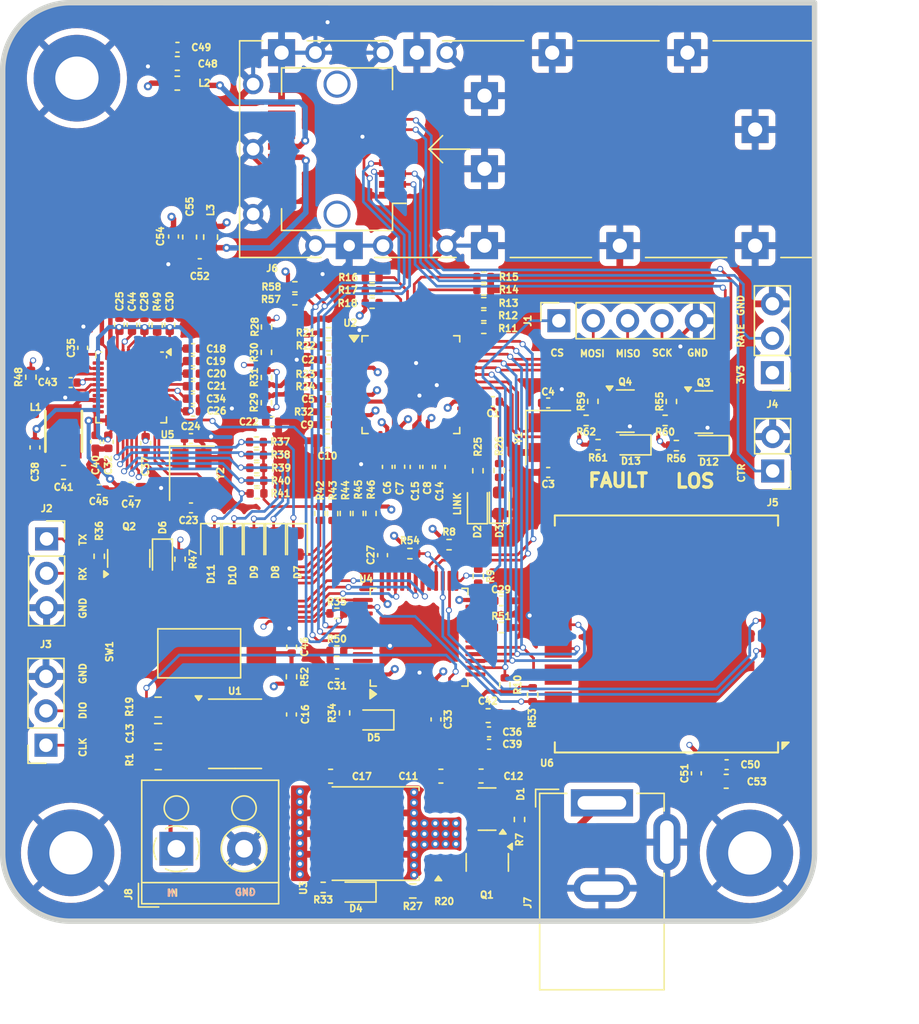
<source format=kicad_pcb>
(kicad_pcb (version 20240108) (generator "pcbnew") (generator_version "8.0")
  (title_block (title "SFP_IC") (date "2025-11-07") (rev "v1.0") (company "UNIFEI-LABTEL") (comment 1 "Autor: Josué Benevides Sanchez"))
  (layers (0 "F.Cu" signal) (1 "In1.Cu" power "GND") (2 "In2.Cu" power "PWR") (31 "B.Cu" signal) (34 "B.Paste" user) (35 "F.Paste" user) (36 "B.SilkS" user "B.Silkscreen") (37 "F.SilkS" user "F.Silkscreen") (38 "B.Mask" user) (39 "F.Mask" user) (44 "Edge.Cuts" user))
  (net 0 "")
  (net 1 "GND")
  (net 2 "+3V3")
  (net 3 "/OUT")
  (net 4 "/TD-")
  (net 5 "/TD+")
  (net 6 "/RD-")
  (net 7 "/RD+")
  (net 8 "/RC")
  (net 9 "/RST3")
  (net 10 "+1V0")
  (net 11 "/RESET")
  (net 12 "/RST1")
  (net 13 "Net-(D2-A)")
  (net 14 "/VIN")
  (net 15 "Net-(D5-A)")
  (net 16 "Net-(D5-K)")
  (net 17 "Net-(D6-K)")
  (net 18 "Net-(D6-A)")
  (net 19 "Net-(D7-K)")
  (net 20 "Net-(D7-A)")
  (net 21 "Net-(D8-K)")
  (net 22 "Net-(D8-A)")
  (net 23 "Net-(D9-K)")
  (net 24 "Net-(D9-A)")
  (net 25 "Net-(D10-K)")
  (net 26 "Net-(D10-A)")
  (net 27 "Net-(D11-K)")
  (net 28 "Net-(D11-A)")
  (net 29 "Net-(D12-K)")
  (net 30 "Net-(D12-A)")
  (net 31 "/TX1")
  (net 32 "/RX1")
  (net 33 "/SWCLK")
  (net 34 "/SWDIO")
  (net 35 "/CTRL")
  (net 36 "/HSI+")
  (net 37 "/SDA")
  (net 38 "/HSI-")
  (net 39 "/SCL")
  (net 40 "/HSO-")
  (net 41 "/HSO+")
  (net 42 "/LOS")
  (net 43 "/FAULT")
  (net 44 "/IN")
  (net 45 "Net-(Q2-B)")
  (net 46 "Net-(Q3-B)")
  (net 47 "/INT1")
  (net 48 "/CS1")
  (net 49 "Net-(U1A--)")
  (net 50 "/T-")
  (net 51 "/T+")
  (net 52 "/R-")
  (net 53 "/R+")
  (net 54 "/BOOT0")
  (net 55 "/BOOT1")
  (net 56 "/CS2")
  (net 57 "/RST2")
  (net 60 "/MOSI")
  (net 61 "/SCK")
  (net 62 "/MISO")
  (net 63 "/INT2")
  (net 64 "/ANT")
  (net 65 "Net-(U5-XTALO)")
  (net 66 "Net-(U5-XTALI)")
  (net 67 "Net-(D3-A)")
  (net 68 "Net-(R11-Pad1)")
  (net 69 "Net-(R12-Pad1)")
  (net 70 "Net-(R13-Pad1)")
  (net 71 "Net-(R14-Pad1)")
  (net 72 "Net-(U5-EN_SWR)")
  (net 73 "Net-(U5-MDIREF)")
  (net 102 "Net-(U2-XI{slash}CLKIN)")
  (net 103 "Net-(U2-XO)")
  (net 104 "Net-(D1-K)")
  (net 105 "Net-(U2-1V2O)")
  (net 106 "Net-(U2-TOCAP)")
  (net 108 "Net-(D1-A)")
  (net 109 "Net-(D13-K)")
  (net 110 "Net-(D13-A)")
  (net 111 "Net-(L1-Pad2)")
  (net 112 "Net-(Q4-B)")
  (net 113 "Net-(R15-Pad1)")
  (net 114 "Net-(U2-PMODE2)")
  (net 115 "Net-(U2-PMODE1)")
  (net 116 "Net-(U2-PMODE0)")
  (net 117 "Net-(U3-ADJ)")
  (net 118 "Net-(U2-TXN)")
  (net 119 "Net-(U2-TXP)")
  (net 120 "Net-(U2-RXN)")
  (net 121 "Net-(U2-RXP)")
  (net 122 "Net-(U2-LINKLED)")
  (net 123 "Net-(U2-ACTLED)")
  (net 124 "Net-(U2-EXRES1)")
  (net 134 "Net-(D4-A)")
  (net 135 "/VccR")
  (net 136 "/VccT")
  (net 137 "/CS3")
  (net 138 "Net-(J4-Pin_2)")
  (footprint "Capacitor_SMD:C_0402_1005Metric" (layer "F.Cu") (at 151.050001 104.3)
    (property "Reference" "C36")
    (property "Value" "100n")
  )
  (footprint "Capacitor_SMD:C_0603_1608Metric" (layer "F.Cu") (at 147.490001 107.57 180)
    (property "Reference" "C11")
    (property "Value" "10u")
  )
  (footprint "Capacitor_SMD:C_0402_1005Metric" (layer "F.Cu") (at 147.442501 84.73 -90)
    (property "Reference" "C14")
    (property "Value" "10n")
  )
  (footprint "TerminalBlock_RND:TerminalBlock_RND_205-00001_1x02_P5.00mm_Horizontal" (layer "F.Cu") (at 127.940001 112.93)
    (property "Reference" "J8")
    (property "Value" "IN")
  )
  (footprint "Package_TO_SOT_SMD:SOT-23" (layer "F.Cu") (at 161.119201 80.61075)
    (property "Reference" "Q4")
    (property "Value" "BC848")
  )
  (footprint "Capacitor_SMD:C_0402_1005Metric" (layer "F.Cu") (at 139.150001 81.61 180)
    (property "Reference" "C9")
    (property "Value" "100n")
  )
  (footprint "Package_TO_SOT_SMD:SOT-23" (layer "F.Cu") (at 150.920001 113.9375 -90)
    (property "Reference" "Q1")
    (property "Value" "AO3401A")
  )
  (footprint "Capacitor_SMD:C_0402_1005Metric" (layer "F.Cu") (at 129.170001 79.695)
    (property "Reference" "C34")
    (property "Value" "100n")
  )
  (footprint "Capacitor_SMD:C_0402_1005Metric" (layer "F.Cu") (at 129.170001 75.995)
    (property "Reference" "C18")
    (property "Value" "10n")
  )
  (footprint "LED_SMD:LED_0603_1608Metric" (layer "F.Cu") (at 141.21 116.13 180)
    (property "Reference" "D4")
    (property "Value" "LED")
  )
  (footprint "LED_SMD:LED_0603_1608Metric" (layer "F.Cu") (at 167.316701 83.15575 180)
    (property "Reference" "D12")
    (property "Value" "LED")
  )
  (footprint "Package_DFN_QFN:QFN-40-1EP_5x5mm_P0.4mm_EP3.6x3.6mm" (layer "F.Cu") (at 124.602501 78.865 -90)
    (property "Reference" "U5")
    (property "Value" "RTL8213B-CG")
  )
  (footprint "Capacitor_SMD:C_0402_1005Metric" (layer "F.Cu") (at 122.205001 86.41 180)
    (property "Reference" "C45")
    (property "Value" "10n")
  )
  (footprint "LED_SMD:LED_0603_1608Metric" (layer "F.Cu") (at 130.480001 90.4025 -90)
    (property "Reference" "D11")
    (property "Value" "LED")
  )
  (footprint "Capacitor_SMD:C_0402_1005Metric" (layer "F.Cu") (at 155.420001 85.14)
    (property "Reference" "C3")
    (property "Value" "15p")
  )
  (footprint "Resistor_SMD:R_0402_1005Metric" (layer "F.Cu") (at 142.410001 71.69 180)
    (property "Reference" "R17")
    (property "Value" "10k")
  )
  (footprint "Resistor_SMD:R_0402_1005Metric" (layer "F.Cu") (at 164.524201 79.90075 -90)
    (property "Reference" "R55")
    (property "Value" "10k")
  )
  (footprint "Capacitor_SMD:C_0402_1005Metric" (layer "F.Cu") (at 155.420001 80.01 180)
    (property "Reference" "C4")
    (property "Value" "15p")
  )
  (footprint "Resistor_SMD:R_0402_1005Metric" (layer "F.Cu") (at 139.490001 88.18 -90)
    (property "Reference" "R43")
    (property "Value" "1k")
  )
  (footprint "Capacitor_SMD:C_0402_1005Metric" (layer "F.Cu") (at 136.460001 98.01 90)
    (property "Reference" "C46")
    (property "Value" "100n")
  )
  (footprint "Capacitor_SMD:C_0402_1005Metric" (layer "F.Cu") (at 139.210001 76.82 180)
    (property "Reference" "C2")
    (property "Value" "100n")
  )
  (footprint "Resistor_SMD:R_0402_1005Metric" (layer "F.Cu") (at 142.410001 72.64 180)
    (property "Reference" "R18")
    (property "Value" "10k")
  )
  (footprint "Resistor_SMD:R_0402_1005Metric" (layer "F.Cu") (at 164.064201 81.30075 180)
    (property "Reference" "R60")
    (property "Value" "10k")
  )
  (footprint "Capacitor_SMD:C_0402_1005Metric" (layer "F.Cu") (at 123.730001 74.23 90)
    (property "Reference" "C25")
    (property "Value" "100n")
  )
  (footprint "Resistor_SMD:R_0402_1005Metric" (layer "F.Cu") (at 139.130001 80.66)
    (property "Reference" "R32")
    (property "Value" "12,4k 1%")
  )
  (footprint "MountingHole:MountingHole_3.2mm_M3_Pad" (layer "F.Cu") (at 120.590001 56.03)
    (property "Reference" "H1" (hide yes))
    (property "Value" "FIX" (hide yes))
  )
  (footprint "Connector_BarrelJack:BarrelJack_GCT_DCJ200-10-A_Horizontal" (layer "F.Cu") (at 159.390001 109.54)
    (property "Reference" "J7")
    (property "Value" "POWER")
  )
  (footprint "LED_SMD:LED_0603_1608Metric" (layer "F.Cu") (at 136.880001 90.41 -90)
    (property "Reference" "D7")
    (property "Value" "LED")
  )
  (footprint "Resistor_SMD:R_0402_1005Metric" (layer "F.Cu") (at 134.5955 76.274501 -90)
    (property "Reference" "R30")
    (property "Value" "49R9 1%")
  )
  (footprint "Resistor_SMD:R_0402_1005Metric" (layer "F.Cu") (at 150.660001 72.61)
    (property "Reference" "R13")
    (property "Value" "10k")
  )
  (footprint "Capacitor_SMD:C_0402_1005Metric" (layer "F.Cu") (at 139.210001 79.73 180)
    (property "Reference" "C5")
    (property "Value" "100n")
  )
  (footprint "LED_SMD:LED_0603_1608Metric" (layer "F.Cu") (at 142.527501 103.42 180)
    (property "Reference" "D5")
    (property "Value" "LED")
  )
  (footprint "LED_SMD:LED_0603_1608Metric" (layer "F.Cu") (at 133.680001 90.41 -90)
    (property "Reference" "D9")
    (property "Value" "LED")
  )
  (footprint "Resistor_SMD:R_0402_1005Metric" (layer "F.Cu") (at 151.798801 84.9976 -90)
    (property "Reference" "R26")
    (property "Value" "1k")
  )
  (footprint "Capacitor_SMD:C_0402_1005Metric" (layer "F.Cu") (at 135.020001 81.39)
    (property "Reference" "C22")
    (property "Value" "10n")
  )
  (footprint "LED_SMD:LED_0603_1608Metric" (layer "F.Cu") (at 126.910001 91.55 -90)
    (property "Reference" "D6")
    (property "Value" "LED")
  )
  (footprint "Resistor_SMD:R_0402_1005Metric" (layer "F.Cu") (at 134.5955 79.994501 90)
    (property "Reference" "R29")
    (property "Value" "49R9 1%")
  )
  (footprint "LED_SMD:LED_0603_1608Metric" (layer "F.Cu") (at 132.080001 90.41 -90)
    (property "Reference" "D10")
    (property "Value" "LED")
  )
  (footprint "Capacitor_SMD:C_0402_1005Metric" (layer "F.Cu") (at 166.372501 107.36 -90)
    (property "Reference" "C51")
    (property "Value" "10n")
  )
  (footprint "Resistor_SMD:R_0402_1005Metric" (layer "F.Cu") (at 139.190001 77.85 180)
    (property "Reference" "R23")
    (property "Value" "33R")
  )
  (footprint "Capacitor_SMD:C_0402_1005Metric" (layer "F.Cu") (at 139.817501 100.01 180)
    (property "Reference" "C31")
    (property "Value" "100n")
  )
  (footprint "Connector_PinSocket_2.54mm:PinSocket_1x05_P2.54mm_Vertical" (layer "F.Cu") (at 156.210001 73.94 90)
    (property "Reference" "J1")
    (property "Value" "SPI")
  )
  (footprint "Resistor_SMD:R_0402_1005Metric" (layer "F.Cu") (at 142.320001 88.17 -90)
    (property "Reference" "R46")
    (property "Value" "1k")
  )
  (footprint "Capacitor_SMD:C_0402_1005Metric" (layer "F.Cu") (at 143.532501 84.73 -90)
    (property "Reference" "C6")
    (property "Value" "100n")
  )
  (footprint "Connector_PinHeader_2.54mm:PinHeader_1x03_P2.54mm_Vertical" (layer "F.Cu") (at 171.990001 77.775 180)
    (property "Reference" "J4")
    (property "Value" "RATE")
  )
  (footprint "Capacitor_SMD:C_0402_1005Metric" (layer "F.Cu") (at 151.050001 105.22)
    (property "Reference" "C39")
    (property "Value" "10n")
  )
  (footprint "Capacitor_SMD:C_0603_1608Metric" (layer "F.Cu") (at 128.010001 54.94 180)
    (property "Reference" "C48")
    (property "Value" "10u")
  )
  (footprint "Inductor_SMD:L_0603_1608Metric" (layer "F.Cu") (at 130.470001 67.7625 90)
    (property "Reference" "L3")
    (property "Value" "1nH")
  )
  (footprint "Resistor_SMD:R_0402_1005Metric" (layer "F.Cu") (at 158.224201 81.30075 180)
    (property "Reference" "R62")
    (property "Value" "10k")
  )
  (footprint "Resistor_SMD:R_0402_1005Metric" (layer "F.Cu") (at 159.104201 83.09075 180)
    (property "Reference" "R61")
    (property "Value" "1k")
  )
  (footprint "Resistor_SMD:R_0402_1005Metric" (layer "F.Cu") (at 140.430001 88.17 -90)
    (property "Reference" "R44")
    (property "Value" "1k")
  )
  (footprint "Capacitor_SMD:C_0402_1005Metric" (layer "F.Cu") (at 136.447501 103.01375 -90)
    (property "Reference" "C16")
    (property "Value" "100n")
  )
  (footprint "Package_TO_SOT_SMD:SOT-23" (layer "F.Cu") (at 124.420001 91.49 90)
    (property "Reference" "Q2")
    (property "Value" "BC848")
  )
  (footprint "LED_SMD:LED_0603_1608Metric" (layer "F.Cu") (at 161.531701 83.11075 180)
    (property "Reference" "D13")
    (property "Value" "LED")
  )
  (footprint "Resistor_SMD:R_0402_1005Metric" (layer "F.Cu") (at 151.960001 96.59)
    (property "Reference" "R51")
    (property "Value" "4,7k")
  )
  (footprint "Capacitor_SMD:C_0402_1005Metric" (layer "F.Cu") (at 125.670001 82.98 -90)
    (property "Reference" "C37")
    (property "Value" "100n")
  )
  (footprint "Capacitor_SMD:C_0402_1005Metric" (layer "F.Cu") (at 129.170001 77.845)
    (property "Reference" "C20")
    (property "Value" "10n")
  )
  (footprint "Capacitor_SMD:C_0603_1608Metric" (layer "F.Cu") (at 168.577501 107.95)
    (property "Reference" "C53")
    (property "Value" "1u")
  )
  (footprint "Capacitor_SMD:C_0402_1005Metric" (layer "F.Cu") (at 122.910001 82.88 -90)
    (property "Reference" "C32")
    (property "Value" "100n")
  )
  (footprint "Connector:Connector_SFP_and_Cage" (layer "F.Cu") (at 133.615001 61.27 180)
    (property "Reference" "J6")
    (property "Value" "SFP")
  )
  (footprint "Capacitor_SMD:C_0603_1608Metric" (layer "F.Cu") (at 150.980001 103.1)
    (property "Reference" "C42")
    (property "Value" "10u")
  )
  (footprint "Capacitor_SMD:C_0402_1005Metric" (layer "F.Cu") (at 129.020001 87.76)
    (property "Reference" "C23")
    (property "Value" "15p")
  )
  (footprint "LED_SMD:LED_0603_1608Metric" (layer "F.Cu") (at 150.190001 87.4425 90)
    (property "Reference" "D2")
    (property "Value" "LED")
  )
  (footprint "Resistor_SMD:R_0805_2012Metric" (layer "F.Cu") (at 126.597501 106.35 180)
    (property "Reference" "R1")
    (property "Value" "100R 1%")
  )
  (footprint "Resistor_SMD:R_0402_1005Metric" (layer "F.Cu") (at 139.190001 78.8 180)
    (property "Reference" "R24")
    (property "Value" "33R")
  )
  (footprint "Capacitor_SMD:C_0402_1005Metric" (layer "F.Cu") (at 129.170001 78.775)
    (property "Reference" "C21")
    (property "Value" "10n")
  )
  (footprint "Connector_PinSocket_2.54mm:PinSocket_1x03_P2.54mm_Vertical" (layer "F.Cu") (at 118.305001 105.285 180)
    (property "Reference" "J3")
    (property "Value" "SWD")
  )
  (footprint "Resistor_SMD:R_0402_1005Metric" (layer "F.Cu") (at 133.860001 82.9 180)
    (property "Reference" "R37")
    (property "Value" "4,7k")
  )
  (footprint "LED_SMD:LED_0603_1608Metric" (layer "F.Cu") (at 135.280001 90.4075 -90)
    (property "Reference" "D8")
    (property "Value" "LED")
  )
  (footprint "Crystal:Crystal_SMD_3225-4Pin_3.2x2.5mm" (layer "F.Cu") (at 129.090001 85.2 -90)
    (property "Reference" "Y2")
    (property "Value" "25mhz")
  )
  (footprint "Connector_PinSocket_2.54mm:PinSocket_1x03_P2.54mm_Vertical" (layer "F.Cu") (at 118.350001 90.05)
    (property "Reference" "J2")
    (property "Value" "FTDI")
  )
  (footprint "Resistor_SMD:R_0402_1005Metric" (layer "F.Cu") (at 150.660001 74.5)
    (property "Reference" "R11")
    (property "Value" "10k")
  )
  (footprint "Resistor_SMD:R_0402_1005Metric" (layer "F.Cu") (at 148.095201 90.4756 180)
    (property "Reference" "R8")
    (property "Value" "10k")
  )
  (footprint "Resistor_SMD:R_0402_1005Metric" (layer "F.Cu") (at 136.700001 71.44 180)
    (property "Reference" "R58")
    (property "Value" "10k")
  )
  (footprint "Capacitor_SMD:C_0402_1005Metric" (layer "F.Cu") (at 125.580001 74.24 90)
    (property "Reference" "C28")
    (property "Value" "100n")
  )
  (footprint "Capacitor_SMD:C_0402_1005Metric" (layer "F.Cu") (at 151.332501 79.91)
    (property "Reference" "C1")
    (property "Value" "100n")
  )
  (footprint "RF_Module:Ai-Thinker-Ra-01-LoRa" (layer "F.Cu") (at 164.160001 97.07 180)
    (property "Reference" "U6")
    (property "Value" "Ai-Thinker-Ra-01")
  )
  (footprint "Capacitor_SMD:C_0603_1608Metric" (layer "F.Cu") (at 150.460001 107.56)
    (property "Reference" "C12")
    (property "Value" "1u")
  )
  (footprint "Resistor_SMD:R_0805_2012Metric" (layer "F.Cu") (at 126.590001 102.47)
    (property "Reference" "R19")
    (property "Value" "10k")
  )
  (footprint "Capacitor_SMD:C_0603_1608Metric" (layer "F.Cu") (at 139.34 107.575)
    (property "Reference" "C17")
    (property "Value" "1u")
  )
  (footprint "Capacitor_SMD:C_0402_1005Metric" (layer "F.Cu") (at 129.170001 80.625)
    (property "Reference" "C26")
    (property "Value" "100n")
  )
  (footprint "Resistor_SMD:R_0402_1005Metric" (layer "F.Cu") (at 141.370001 88.17 -90)
    (property "Reference" "R45")
    (property "Value" "1k")
  )
  (footprint "Resistor_SMD:R_0402_1005Metric" (layer "F.Cu") (at 139.190001 75.79 180)
    (property "Reference" "R22")
    (property "Value" "33R")
  )
  (footprint "Resistor_SMD:R_0402_1005Metric" (layer "F.Cu") (at 139.190001 74.83 180)
    (property "Reference" "R21")
    (property "Value" "33R")
  )
  (footprint "Inductor_SMD:L_0603_1608Metric" (layer "F.Cu") (at 128.010001 56.4 180)
    (property "Reference" "L2")
    (property "Value" "1nH")
  )
  (footprint "Resistor_SMD:R_0603_1608Metric" (layer "F.Cu") (at 145.41 116.045)
    (property "Reference" "R27")
    (property "Value" "240R 1%")
  )
  (footprint "Capacitor_SMD:C_0402_1005Metric" (layer "F.Cu") (at 147.127501 103.38 -90)
    (property "Reference" "C33")
    (property "Value" "100n")
  )
  (footprint "Resistor_SMD:R_0402_1005Metric" (layer "F.Cu") (at 150.660001 70.72)
    (property "Reference" "R15")
    (property "Value" "10k")
  )
  (footprint "Resistor_SMD:R_0402_1005Metric" (layer "F.Cu") (at 152.220001 100.82 -90)
    (property "Reference" "R10")
    (property "Value" "10k")
  )
  (footprint "Resistor_SMD:R_0402_1005Metric" (layer "F.Cu") (at 122.240001 91.3325 -90)
    (property "Reference" "R36")
    (property "Value" "1k")
  )
  (footprint "Capacitor_SMD:C_0402_1005Metric" (layer "F.Cu") (at 143.180001 91.25 90)
    (property "Reference" "C27")
    (property "Value" "100n")
  )
  (footprint "Resistor_SMD:R_0402_1005Metric" (layer "F.Cu") (at 133.870001 83.86 180)
    (property "Reference" "R38")
    (property "Value" "4,7k")
  )
  (footprint "Resistor_SMD:R_0402_1005Metric" (layer "F.Cu") (at 139.800001 95.55 180)
    (property "Reference" "R35")
    (property "Value" "10k")
  )
  (footprint "Resistor_SMD:R_0402_1005Metric" (layer "F.Cu") (at 126.520001 74.26 90)
    (property "Reference" "R49")
    (property "Value" "2,5k 1%")
  )
  (footprint "Resistor_SMD:R_0402_1005Metric" (layer "F.Cu") (at 128.210001 91.55 90)
    (property "Reference" "R47")
    (property "Value" "1k")
  )
  (footprint "LED_SMD:LED_0603_1608Metric" (layer "F.Cu") (at 151.808801 87.4076 90)
    (property "Reference" "D3")
    (property "Value" "LED")
  )
  (footprint "MountingHole:MountingHole_3.2mm_M3_Pad" (layer "F.Cu") (at 170.320002 113.240001)
    (property "Reference" "H2" (hide yes))
    (property "Value" "FIX" (hide yes))
  )
  (footprint "Crystal:Crystal_SMD_3225-4Pin_3.2x2.5mm" (layer "F.Cu") (at 155.420001 82.57 -90)
    (property "Reference" "Y1")
    (property "Value" "25mhz")
  )
  (footprint "Resistor_SMD:R_0402_1005Metric" (layer "F.Cu") (at 134.6055 74.404501 90)
    (property "Reference" "R28")
    (property "Value" "49R9 1%")
  )
  (footprint "Capacitor_SMD:C_0402_1005Metric" (layer "F.Cu") (at 121.970001 82.88 -90)
    (property "Reference" "C40")
    (property "Value" "100n")
  )
  (footprint "Resistor_SMD:R_0402_1005Metric" (layer "F.Cu") (at 133.880001 84.8 180)
    (property "Reference" "R39")
    (property "Value" "4,7k")
  )
  (footprint "Connector_PinHeader_2.54mm:PinHeader_1x02_P2.54mm_Vertical" (layer "F.Cu") (at 172.010001 85.035 180)
    (property "Reference" "J5")
    (property "Value" "DIS")
  )
  (footprint "Resistor_SMD:R_0402_1005Metric" (layer "F.Cu") (at 136.700001 72.39 180)
    (property "Reference" "R57")
    (property "Value" "10k")
  )
  (footprint "Package_SO:SOIC-8-1EP_3.9x4.9mm_P1.27mm_EP2.29x3mm" (layer "F.Cu") (at 132.280001 104.44)
    (property "Reference" "U1")
    (property "Value" "MCP6002-xSN")
  )
  (footprint "Capacitor_SMD:C_0603_1608Metric" (layer "F.Cu") (at 128.920001 67.7625 -90)
    (property "Reference" "C55")
    (property "Value" "10u")
  )
  (footprint "Capacitor_SMD:C_0402_1005Metric" (layer "F.Cu") (at 129.020001 82.64 180)
    (property "Reference" "C24")
    (property "Value" "15p")
  )
  (footprint "Capacitor_SMD:C_0402_1005Metric" (layer "F.Cu") (at 144.452501 84.72 -90)
    (property "Reference" "C7")
    (property "Value" "100n")
  )
  (footprint "Capacitor_SMD:C_0402_1005Metric" (layer "F.Cu") (at 128.020001 53.75 180)
    (property "Reference" "C49")
    (property "Value" "100n")
  )
  (footprint "Resistor_SMD:R_0402_1005Metric" (layer "F.Cu") (at 153.300001 110.770001 -90)
    (property "Reference" "R7")
    (property "Value" "4,7k")
  )
  (footprint "Package_TO_SOT_SMD:SOT-23" (layer "F.Cu") (at 166.921701 80.68075)
    (property "Reference" "Q3")
    (property "Value" "BC848")
  )
  (footprint "Capacitor_SMD:C_0402_1005Metric" (layer "F.Cu") (at 151.947501 94.62)
    (property "Reference" "C29")
    (property "Value" "100n")
  )
  (footprint "Resistor_SMD:R_0402_1005Metric" (layer "F.Cu") (at 139.800001 98.33 180)
    (property "Reference" "R50")
    (property "Value" "4,7k")
  )
  (footprint "MountingHole:MountingHole_3.2mm_M3_Pad" (layer "F.Cu") (at 120.150001 113.23)
    (property "Reference" "H3" (hide yes))
    (property "Value" "FIX" (hide yes))
  )
  (footprint "Resistor_SMD:R_0402_1005Metric" (layer "F.Cu") (at 145.199601 91.136 180)
    (property "Reference" "R54")
    (property "Value" "10k")
  )
  (footprint "Capacitor_SMD:C_0402_1005Metric" (layer "F.Cu") (at 129.670001 69.7225 180)
    (property "Reference" "C52")
    (property "Value" "100n")
  )
  (footprint "Capacitor_SMD:C_0402_1005Metric" (layer "F.Cu") (at 121.018801 75.94 90)
    (property "Reference" "C35")
    (property "Value" "100n")
  )
  (footprint "Capacitor_SMD:C_0603_1608Metric" (layer "F.Cu") (at 124.595001 86.39)
    (property "Reference" "C47")
    (property "Value" "10u")
  )
  (footprint "Resistor_SMD:R_0402_1005Metric" (layer "F.Cu") (at 133.890001 85.75 180)
    (property "Reference" "R40")
    (property "Value" "4,7k")
  )
  (footprint "Resistor_SMD:R_0402_1005Metric" (layer "F.Cu") (at 136.450001 100.23 -90)
    (property "Reference" "R52")
    (property "Value" "4,7k")
  )
  (footprint "Button_Switch_SMD:SW_SPST_FSMSM" (layer "F.Cu") (at 129.630001 98.5)
    (property "Reference" "SW1")
    (property "Value" "RESET")
  )
  (footprint "Resistor_SMD:R_0402_1005Metric" (layer "F.Cu") (at 164.894201 83.16075 180)
    (property "Reference" "R56")
    (property "Value" "1k")
  )
  (footprint "Resistor_SMD:R_0402_1005Metric" (layer "F.Cu") (at 138.79 115.785 180)
    (property "Reference" "R33")
    (property "Value" "1k")
  )
  (footprint "Resistor_SMD:R_0402_1005Metric" (layer "F.Cu") (at 140.370001 102.9 90)
    (property "Reference" "R34")
    (property "Value" "1k")
  )
  (footprint "Capacitor_SMD:C_0402_1005Metric" (layer "F.Cu") (at 127.450001 74.24 90)
    (property "Reference" "C30")
    (property "Value" "100n")
  )
  (footprint "Resistor_SMD:R_0402_1005Metric" (layer "F.Cu") (at 150.228801 85.0176 -90)
    (property "Reference" "R25")
    (property "Value" "1k")
  )
  (footprint "Capacitor_SMD:C_0402_1005Metric" (layer "F.Cu") (at 129.170001 76.915)
    (property "Reference" "C19")
    (property "Value" "10n")
  )
  (footprint "Resistor_SMD:R_0402_1005Metric" (layer "F.Cu") (at 150.660001 71.66)
    (property "Reference" "R14")
    (property "Value" "10k")
  )
  (footprint "Resistor_SMD:R_0402_1005Metric" (layer "F.Cu") (at 117.190001 78.11 -90)
    (property "Reference" "R48")
    (property "Value" "4,7k")
  )
  (footprint "Capacitor_SMD:C_0402_1005Metric" (layer "F.Cu") (at 127.730001 67.7225 -90)
    (property "Reference" "C54")
    (property "Value" "100n")
  )
  (footprint "Resistor_SMD:R_0402_1005Metric" (layer "F.Cu") (at 150.250001 92.8 -90)
    (property "Reference" "R9")
    (property "Value" "10k")
  )
  (footprint "Package_TO_SOT_SMD:SOT-23" (layer "F.Cu") (at 150.902501 110 180)
    (property "Reference" "D1")
    (property "Value" "BZX84C6V8")
  )
  (footprint "Resistor_SMD:R_0402_1005Metric" (layer "F.Cu") (at 142.410001 70.75 180)
    (property "Reference" "R16")
    (property "Value" "10k")
  )
  (footprint "KiCad:INDPM3027X150L" (layer "F.Cu") (at 119.610001 82.11 90)
    (property "Reference" "L1")
    (property "Value" "2,2uH" (hide yes))
  )
  (footprint "Package_TO_SOT_SMD:TO-252-2" (layer "F.Cu") (at 142.570001 111.81 180)
    (property "Reference" "U3")
    (property "Value" "LM317_TO-252")
  )
  (footprint "Capacitor_SMD:C_0402_1005Metric" (layer "F.Cu") (at 145.582501 84.7325 -90)
    (property "Reference" "C15")
    (property "Value" "4,7u")
  )
  (footprint "Resistor_SMD:R_0402_1005Metric" (layer "F.Cu") (at 134.5955 78.134501 -90)
    (property "Reference" "R31")
    (property "Value" "49R9 1%")
  )
  (footprint "Resistor_SMD:R_0402_1005Metric" (layer "F.Cu") (at 154.270001 101.55 90)
    (property "Reference" "R53")
    (property "Value" "10k")
  )
  (footprint "Capacitor_SMD:C_0603_1608Metric" (layer "F.Cu") (at 139.105001 82.8 180)
    (property "Reference" "C10")
    (property "Value" "10u")
  )
  (footprint "Resistor_SMD:R_0201_0603Metric" (layer "F.Cu") (at 147.72 116.045)
    (property "Reference" "R20")
    (property "Value" "430R 1%")
  )
  (footprint "Capacitor_SMD:C_0805_2012Metric" (layer "F.Cu") (at 126.595001 104.42)
    (property "Reference" "C13")
    (property "Value" "100n")
  )
  (footprint "Package_QFP:LQFP-48_7x7mm_P0.5mm" (layer "F.Cu") (at 145.880001 97.31 90)
    (property "Reference" "U4")
    (property "Value" "STM32F103C8Tx")
  )
  (footprint "Resistor_SMD:R_0402_1005Metric" (layer "F.Cu") (at 133.900001 86.69 180)
    (property "Reference" "R41")
    (property "Value" "4,7k")
  )
  (footprint "Capacitor_SMD:C_0402_1005Metric" (layer "F.Cu") (at 120.125536 78.506266 180)
    (property "Reference" "C43")
    (property "Value" "100n")
  )
  (footprint "Package_QFP:LQFP-48_7x7mm_P0.5mm" (layer "F.Cu") (at 145.272501 78.66)
    (property "Reference" "U2")
    (property "Value" "W5500")
  )
  (footprint "Resistor_SMD:R_0402_1005Metric" (layer "F.Cu") (at 150.660001 73.56)
    (property "Reference" "R12")
    (property "Value" "10k")
  )
  (footprint "Resistor_SMD:R_0402_1005Metric" (layer "F.Cu") (at 158.721701 79.89075 -90)
    (property "Reference" "R59")
    (property "Value" "10k")
  )
  (footprint "Resistor_SMD:R_0402_1005Metric" (layer "F.Cu") (at 138.550001 88.17 -90)
    (property "Reference" "R42")
    (property "Value" "1k")
  )
  (footprint "Capacitor_SMD:C_0402_1005Metric" (layer "F.Cu") (at 168.607501 106.72)
    (property "Reference" "C50")
    (property "Value" "100n")
  )
  (footprint "Capacitor_SMD:C_0402_1005Metric" (layer "F.Cu") (at 146.512501 84.73 -90)
    (property "Reference" "C8")
    (property "Value" "100n")
  )
  (footprint "Capacitor_SMD:C_0402_1005Metric" (layer "F.Cu") (at 117.490001 83.3 -90)
    (property "Reference" "C38")
    (property "Value" "10n")
  )
  (footprint "Capacitor_SMD:C_0603_1608Metric" (layer "F.Cu") (at 119.600001 85.14 180)
    (property "Reference" "C41")
    (property "Value" "10u")
  )
  (footprint "Capacitor_SMD:C_0402_1005Metric" (layer "F.Cu") (at 124.660001 74.24 90)
    (property "Reference" "C44")
    (property "Value" "100n")
  )
  (gr_arc (start 120.105535 118.274466) (mid 116.569991 116.81001) (end 115.105536 113.274466) (stroke (width 0.4)) (layer "Edge.Cuts"))
  (gr_arc (start 115.105536 55.456266) (mid 116.570016 51.920767) (end 120.105535 50.456266) (stroke (width 0.4)) (layer "Edge.Cuts"))
  (gr_line (start 170.105537 118.274466) (end 120.105535 118.274466) (stroke (width 0.4)) (layer "Edge.Cuts"))
  (gr_arc (start 175.105536 113.274466) (mid 173.641084 116.810034) (end 170.105537 118.274466) (stroke (width 0.4)) (layer "Edge.Cuts"))
  (gr_line (start 120.105535 50.456266) (end 175.105536 50.466266) (stroke (width 0.4)) (layer "Edge.Cuts"))
  (gr_line (start 115.105536 113.274466) (end 115.105536 55.456266) (stroke (width 0.4)) (layer "Edge.Cuts"))
  (gr_line (start 175.105536 50.466266) (end 175.105536 113.274466) (stroke (width 0.4)) (layer "Edge.Cuts"))
  (gr_text "IN" (at 128.080001 116.4852 0) (layer "B.SilkS") (effects (font (size 0.5 0.5) (thickness 0.125) (bold yes)) (justify left bottom mirror)))
  (gr_text "GND" (at 133.871201 116.4344 0) (layer "B.SilkS") (effects (font (size 0.5 0.5) (thickness 0.125) (bold yes)) (justify left bottom mirror)))
  (gr_text "MOSI" (at 157.696401 76.658 0) (layer "F.SilkS") (effects (font (size 0.5 0.5) (thickness 0.125) (bold yes)) (justify left bottom)))
  (gr_text "DIO" (at 121.323601 103.4296 90) (layer "F.SilkS") (effects (font (size 0.5 0.5) (thickness 0.125) (bold yes)) (justify left bottom)))
  (gr_text "IN" (at 127.216401 116.4852 0) (layer "F.SilkS") (effects (font (size 0.5 0.5) (thickness 0.125) (bold yes)) (justify left bottom)))
  (gr_text "CTR" (at 169.990001 85.9544 90) (layer "F.SilkS") (effects (font (size 0.5 0.5) (thickness 0.125) (bold yes)) (justify left bottom)))
  (gr_text "RATE" (at 169.939201 75.9976 90) (layer "F.SilkS") (effects (font (size 0.5 0.5) (thickness 0.125) (bold yes)) (justify left bottom)))
  (gr_text "GND" (at 121.323601 100.8388 90) (layer "F.SilkS") (effects (font (size 0.5 0.5) (thickness 0.125) (bold yes)) (justify left bottom)))
  (gr_text "LOS" (at 164.706801 86.3608 0) (layer "F.SilkS") (effects (font (size 1 1) (thickness 0.25) (bold yes)) (justify left bottom)))
  (gr_text "MISO" (at 160.338001 76.658 0) (layer "F.SilkS") (effects (font (size 0.5 0.5) (thickness 0.125) (bold yes)) (justify left bottom)))
  (gr_text "GND" (at 165.621201 76.6072 0) (layer "F.SilkS") (effects (font (size 0.5 0.5) (thickness 0.125) (bold yes)) (justify left bottom)))
  (gr_text "GND" (at 169.939201 73.6608 90) (layer "F.SilkS") (effects (font (size 0.5 0.5) (thickness 0.125) (bold yes)) (justify left bottom)))
  (gr_text "TX" (at 121.323601 90.628 90) (layer "F.SilkS") (effects (font (size 0.5 0.5) (thickness 0.125) (bold yes)) (justify left bottom)))
  (gr_text "GND" (at 132.194801 116.4344 0) (layer "F.SilkS") (effects (font (size 0.5 0.5) (thickness 0.125) (bold yes)) (justify left bottom)))
  (gr_text "SCK" (at 163.030401 76.6072 0) (layer "F.SilkS") (effects (font (size 0.5 0.5) (thickness 0.125) (bold yes)) (justify left bottom)))
  (gr_text "CS" (at 155.512001 76.6072 0) (layer "F.SilkS") (effects (font (size 0.5 0.5) (thickness 0.125) (bold yes)) (justify left bottom)))
  (gr_text "FAULT" (at 158.255201 86.31 0) (layer "F.SilkS") (effects (font (size 1 1) (thickness 0.25) (bold yes)) (justify left bottom)))
  (gr_text "RX" (at 121.323601 93.2188 90) (layer "F.SilkS") (effects (font (size 0.5 0.5) (thickness 0.125) (bold yes)) (justify left bottom)))
  (gr_text "GND" (at 121.323601 96.0128 90) (layer "F.SilkS") (effects (font (size 0.5 0.5) (thickness 0.125) (bold yes)) (justify left bottom)))
  (gr_text "CLK" (at 121.323601 106.2236 90) (layer "F.SilkS") (effects (font (size 0.5 0.5) (thickness 0.125) (bold yes)) (justify left bottom)))
  (gr_text "LINK" (at 149.000001 88.38 90) (layer "F.SilkS") (effects (font (size 0.5 0.5) (thickness 0.125) (bold yes)) (justify left bottom)))
  (gr_text "3V3" (at 169.939201 78.69 90) (layer "F.SilkS") (effects (font (size 0.5 0.5) (thickness 0.125) (bold yes)) (justify left bottom)))
  (segment (start 127.730001 69.381801) (end 127.730001 68.2025) (width 0.4) (layer "F.Cu") (net 1))
  (segment (start 143.462001 90.77) (end 143.180001 90.77) (width 0.3) (layer "F.Cu") (net 1))
  (segment (start 142.522501 74.4975) (end 141.602501 74.4975) (width 0.2) (layer "F.Cu") (net 1))
  (segment (start 136.835536 76.82) (end 138.730001 76.82) (width 0.3) (layer "F.Cu") (net 1))
  (segment (start 121.3098 79.396266) (end 120.595536 79.396266) (width 0.2) (layer "F.Cu") (net 1))
  (segment (start 143.630001 93.1475) (end 143.630001 92.30688) (width 0.3) (layer "F.Cu") (net 1))
  (segment (start 141.110001 76.91) (end 142.040762 76.91) (width 0.3) (layer "F.Cu") (net 1))
  (segment (start 144.022501 78.6987) (end 145.656801 77.0644) (width 0.3) (layer "F.Cu") (net 1))
  (segment (start 144.762401 76.17) (end 145.656801 77.0644) (width 0.3) (layer "F.Cu") (net 1))
  (segment (start 121.060001 74.3816) (end 121.069601 74.372) (width 0.3) (layer "F.Cu") (net 1))
  (segment (start 129.500001 82.64) (end 130.361802 82.64) (width 0.2) (layer "F.Cu") (net 1))
  (segment (start 125.670001 84.51) (end 126.810001 85.65) (width 0.3) (layer "F.Cu") (net 1))
  (segment (start 143.630001 92.30688) (end 143.929601 92.00728) (width 0.3) (layer "F.Cu") (net 1))
  (segment (start 118.420001 77.49) (end 118.421802 77.49) (width 0.2) (layer "F.Cu") (net 1))
  (segment (start 132.025536 80.434065) (end 132.042401 80.4172) (width 0.3) (layer "F.Cu") (net 1))
  (segment (start 166.370001 73.94) (end 165.190001 75.12) (width 0.3) (layer "F.Cu") (net 1))
  (segment (start 139.337501 100.01) (end 139.337501 99.4) (width 0.2) (layer "F.Cu") (net 1))
  (segment (start 129.805001 106.345) (end 134.755001 106.345) (width 0.3) (layer "F.Cu") (net 1))
  (segment (start 134.755001 106.345) (end 134.755001 105.075) (width 0.3) (layer "F.Cu") (net 1))
  (segment (start 136.460001 97.53) (end 136.460001 96.83) (width 0.2) (layer "F.Cu") (net 1))
  (segment (start 135.715001 62.67) (end 134.415001 62.67) (width 0.3) (layer "F.Cu") (net 1))
  (segment (start 118.665536 78.576266) (end 118.420001 78.330731) (width 0.2) (layer "F.Cu") (net 1))
  (segment (start 151.531121 95.708) (end 154.050001 95.708) (width 0.3) (layer "F.Cu") (net 1))
  (segment (start 143.022501 82.8225) (end 143.022501 83.66312) (width 0.3) (layer "F.Cu") (net 1))
  (segment (start 155.900001 80.01) (end 155.900001 79.5212) (width 0.3) (layer "F.Cu") (net 1))
  (segment (start 130.361802 82.64) (end 130.505536 82.496266) (width 0.2) (layer "F.Cu") (net 1))
  (segment (start 141.717501 99.56) (end 143.024001 99.56) (width 0.3) (layer "F.Cu") (net 1))
  (segment (start 130.911802 84.1) (end 132.025536 82.986266) (width 0.3) (layer "F.Cu") (net 1))
  (segment (start 139.337501 99.4) (end 139.337501 98.3775) (width 0.2) (layer "F.Cu") (net 1))
  (segment (start 143.370801 99.2132) (end 143.726401 98.8576) (width 0.3) (layer "F.Cu") (net 1))
  (segment (start 152.420001 80.38) (end 152.420001 83.0656) (width 0.3) (layer "F.Cu") (net 1))
  (segment (start 147.185536 78.696266) (end 147.89927 79.41) (width 0.3) (layer "F.Cu") (net 1))
  (segment (start 140.980002 99.56) (end 140.820002 99.4) (width 0.2) (layer "F.Cu") (net 1))
  (segment (start 152.420001 83.0656) (end 153.024401 83.67) (width 0.3) (layer "F.Cu") (net 1))
  (segment (start 155.900001 81.1) (end 156.270001 81.47) (width 0.3) (layer "F.Cu") (net 1))
  (segment (start 129.190001 68.8075) (end 128.920001 68.5375) (width 0.4) (layer "F.Cu") (net 1))
  (segment (start 126.060001 54.94) (end 125.840001 55.16) (width 0.4) (layer "F.Cu") (net 1))
  (segment (start 144.022501 82.8225) (end 144.022501 79.8584) (width 0.3) (layer "F.Cu") (net 1))
  (segment (start 121.725001 85.085) (end 121.725001 86.41) (width 0.3) (layer "F.Cu") (net 1))
  (segment (start 118.421802 77.49) (end 118.425536 77.486266) (width 0.2) (layer "F.Cu") (net 1))
  (segment (start 129.940001 83.08) (end 129.500001 82.64) (width 0.3) (layer "F.Cu") (net 1))
  (segment (start 129.650001 79.695) (end 131.320201 79.695) (width 0.3) (layer "F.Cu") (net 1))
  (segment (start 135.715001 60.27) (end 134.615001 60.27) (width 0.3) (layer "F.Cu") (net 1))
  (segment (start 155.900001 79.5212) (end 156.426401 78.9948) (width 0.3) (layer "F.Cu") (net 1))
  (segment (start 153.024401 83.67) (end 154.570001 83.67) (width 0.3) (layer "F.Cu") (net 1))
  (segment (start 127.235001 54.94) (end 126.060001 54.94) (width 0.4) (layer "F.Cu") (net 1))
  (segment (start 142.013201 60.67) (end 141.694401 60.3512) (width 0.3) (layer "F.Cu") (net 1))
  (segment (start 120.595536 79.396266) (end 119.945536 79.396266) (width 0.2) (layer "F.Cu") (net 1))
  (segment (start 143.929601 91.2376) (end 143.462001 90.77) (width 0.3) (layer "F.Cu") (net 1))
  (segment (start 129.190001 69.7225) (end 129.190001 68.8075) (width 0.4) (layer "F.Cu") (net 1))
  (segment (start 142.153621 84.532) (end 141.592801 84.532) (width 0.3) (layer "F.Cu") (net 1))
  (segment (start 129.940001 84.1) (end 129.940001 83.08) (width 0.3) (layer "F.Cu") (net 1))
  (segment (start 145.922521 99.9244) (end 145.910801 99.9244) (width 0.3) (layer "F.Cu") (net 1))
  (segment (start 141.602501 74.4975) (end 141.470001 74.63) (width 0.2) (layer "F.Cu") (net 1))
  (segment (start 165.190001 75.12) (end 165.190001 75.84) (width 0.3) (layer "F.Cu") (net 1))
  (segment (start 143.726401 98.8576) (end 143.726401 97.9432) (width 0.3) (layer "F.Cu") (net 1))
  (segment (start 122.910001 83.36) (end 121.970001 83.36) (width 0.3) (layer "F.Cu") (net 1))
  (segment (start 129.650001 80.625) (end 129.650001 79.695) (width 0.2) (layer "F.Cu") (net 1))
  (segment (start 144.022501 79.8584) (end 144.022501 78.6987) (width 0.3) (layer "F.Cu") (net 1))
  (segment (start 119.945536 79.396266) (end 119.725536 79.616266) (width 0.2) (layer "F.Cu") (net 1))
  (segment (start 127.235001 54.055) (end 127.540001 53.75) (width 0.4) (layer "F.Cu") (net 1))
  (segment (start 141.717501 99.56) (end 140.980002 99.56) (width 0.2) (layer "F.Cu") (net 1))
  (segment (start 160.181701 81.56075) (end 161.278351 81.56075) (width 0.3) (layer "F.Cu") (net 1))
  (segment (start 143.970901 79.91) (end 144.022501 79.8584) (width 0.3) (layer "F.Cu") (net 1))
  (segment (start 121.970001 83.36) (end 121.970001 84.84) (width 0.3) (layer "F.Cu") (net 1))
  (segment (start 150.042501 95.06) (end 150.883121 95.06) (width 0.3) (layer "F.Cu") (net 1))
  (segment (start 143.929601 92.00728) (end 143.929601 91.2376) (width 0.3) (layer "F.Cu") (net 1))
  (segment (start 140.820002 99.4) (end 139.337501 99.4) (width 0.2) (layer "F.Cu") (net 1))
  (segment (start 131.320201 79.695) (end 132.042401 80.4172) (width 0.3) (layer "F.Cu") (net 1))
  (segment (start 143.915001 60.67) (end 142.013201 60.67) (width 0.3) (layer "F.Cu") (net 1))
  (segment (start 165.984201 81.63075) (end 166.987151 81.63075) (width 0.3) (layer "F.Cu") (net 1))
  (segment (start 121.060001 75.46) (end 121.060001 74.3816) (width 0.3) (layer "F.Cu") (net 1))
  (segment (start 154.940001 84.04) (end 154.570001 83.67) (width 0.3) (layer "F.Cu") (net 1))
  (segment (start 122.165001 79.065) (end 124.402501 79.065) (width 0.2) (layer "F.Cu") (net 1))
  (segment (start 151.950001 79.91) (end 152.420001 80.38) (width 0.3) (layer "F.Cu") (net 1))
  (segment (start 142.522501 75.5225) (end 143.170001 76.17) (width 0.3) (layer "F.Cu") (net 1))
  (segment (start 145.905536 81.283704) (end 145.522501 81.666739) (width 0.3) (layer "F.Cu") (net 1))
  (segment (start 122.165001 79.065) (end 121.641066 79.065) (width 0.2) (layer "F.Cu") (net 1))
  (segment (start 136.460001 96.83) (end 136.290001 96.66) (width 0.2) (layer "F.Cu") (net 1))
  (segment (start 151.812501 79.91) (end 151.950001 79.91) (width 0.3) (layer "F.Cu") (net 1))
  (segment (start 150.883121 95.06) (end 151.531121 95.708) (width 0.3) (layer "F.Cu") (net 1))
  (segment (start 121.970001 84.84) (end 121.725001 85.085) (width 0.3) (layer "F.Cu") (net 1))
  (segment (start 127.235001 54.94) (end 127.235001 54.055) (width 0.4) (layer "F.Cu") (net 1))
  (segment (start 139.337501 98.3775) (end 139.290001 98.33) (width 0.2) (layer "F.Cu") (net 1))
  (segment (start 147.89927 79.41) (end 149.435001 79.41) (width 0.3) (layer "F.Cu") (net 1))
  (segment (start 125.685001 106.28) (end 127.545001 104.42) (width 0.3) (layer "F.Cu") (net 1))
  (segment (start 119.645536 78.576266) (end 118.665536 78.576266) (width 0.2) (layer "F.Cu") (net 1))
  (segment (start 142.522501 74.4975) (end 142.522501 75.5225) (width 0.3) (layer "F.Cu") (net 1))
  (segment (start 134.615001 60.27) (end 133.615001 61.27) (width 0.3) (layer "F.Cu") (net 1))
  (segment (start 146.630001 100.63188) (end 145.922521 99.9244) (width 0.3) (layer "F.Cu") (net 1))
  (segment (start 126.820001 86.3) (end 126.810001 86.29) (width 0.3) (layer "F.Cu") (net 1))
  (segment (start 126.810001 85.65) (end 126.810001 86.29) (width 0.3) (layer "F.Cu") (net 1))
  (segment (start 146.630001 101.4725) (end 146.630001 100.63188) (width 0.3) (layer "F.Cu") (net 1))
  (segment (start 166.987151 81.63075) (end 167.196001 81.8396) (width 0.3) (layer "F.Cu") (net 1))
  (segment (start 124.402501 79.065) (end 124.602501 78.865) (width 0.2) (layer "F.Cu") (net 1))
  (segment (start 127.345536 69.766266) (end 127.730001 69.381801) (width 0.4) (layer "F.Cu") (net 1))
  (segment (start 145.905536 79.466266) (end 145.905536 81.283704) (width 0.3) (layer "F.Cu") (net 1))
  (segment (start 128.240001 86.3) (end 126.820001 86.3) (width 0.3) (layer "F.Cu") (net 1))
  (segment (start 118.420001 78.330731) (end 118.420001 77.49) (width 0.2) (layer "F.Cu") (net 1))
  (segment (start 125.685001 106.35) (end 125.685001 106.28) (width 0.3) (layer "F.Cu") (net 1))
  (segment (start 161.278351 81.56075) (end 161.455601 81.738) (width 0.3) (layer "F.Cu") (net 1))
  (segment (start 121.641066 79.065) (end 121.3098 79.396266) (width 0.2) (layer "F.Cu") (net 1))
  (segment (start 127.730001 68.2025) (end 128.585001 68.2025) (width 0.4) (layer "F.Cu") (net 1))
  (segment (start 155.900001 80.01) (end 155.900001 81.1) (width 0.3) (layer "F.Cu") (net 1))
  (segment (start 142.780762 76.17) (end 143.170001 76.17) (width 0.3) (layer "F.Cu") (net 1))
  (segment (start 143.022501 83.66312) (end 142.153621 84.532) (width 0.3) (layer "F.Cu") (net 1))
  (segment (start 141.110001 79.91) (end 143.970901 79.91) (width 0.3) (layer "F.Cu") (net 1))
  (segment (start 132.025536 82.986266) (end 132.025536 80.434065) (width 0.3) (layer "F.Cu") (net 1))
  (segment (start 128.585001 68.2025) (end 128.920001 68.5375) (width 0.4) (layer "F.Cu") (net 1))
  (segment (start 143.024001 99.56) (end 143.370801 99.2132) (width 0.3) (layer "F.Cu") (net 1))
  (segment (start 154.940001 85.14) (end 154.940001 84.04) (width 0.3) (layer "F.Cu") (net 1))
  (segment (start 143.170001 76.17) (end 144.762401 76.17) (width 0.3) (layer "F.Cu") (net 1))
  (segment (start 145.522501 81.666739) (end 145.522501 82.8225) (width 0.3) (layer "F.Cu") (net 1))
  (segment (start 129.940001 84.1) (end 130.911802 84.1) (width 0.3) (layer "F.Cu") (net 1))
  (segment (start 134.415001 62.67) (end 133.615001 61.87) (width 0.3) (layer "F.Cu") (net 1))
  (segment (start 133.615001 61.87) (end 133.615001 61.27) (width 0.3) (layer "F.Cu") (net 1))
  (segment (start 142.040762 76.91) (end 142.780762 76.17) (width 0.3) (layer "F.Cu") (net 1))
  (segment (start 125.670001 83.46) (end 125.670001 84.51) (width 0.3) (layer "F.Cu") (net 1))
  (via (at 141.592801 84.532) (size 0.6) (drill 0.3) (layers "F.Cu" "B.Cu") (net 1))
  (via (at 130.505536 82.496266) (size 0.45) (drill 0.3) (layers "F.Cu" "B.Cu") (net 1))
  (via (at 141.694401 60.3512) (size 0.6) (drill 0.3) (layers "F.Cu" "B.Cu") (net 1))
  (via (at 156.426401 78.9948) (size 0.6) (drill 0.3) (layers "F.Cu" "B.Cu") (net 1))
  (via (at 138.745536 70.496266) (size 0.6) (drill 0.3) (layers "F.Cu" "B.Cu") (net 1))
  (via (at 119.725536 79.616266) (size 0.45) (drill 0.3) (layers "F.Cu" "B.Cu") (net 1))
  (via (at 143.726401 97.9432) (size 0.6) (drill 0.3) (layers "F.Cu" "B.Cu") (net 1))
  (via (at 118.425536 77.486266) (size 0.45) (drill 0.3) (layers "F.Cu" "B.Cu") (net 1))
  (via (at 136.290001 96.66) (size 0.45) (drill 0.3) (layers "F.Cu" "B.Cu") (net 1))
  (via (at 154.050001 95.708) (size 0.6) (drill 0.3) (layers "F.Cu" "B.Cu") (net 1))
  (via (at 165.190001 75.84) (size 0.45) (drill 0.3) (layers "F.Cu" "B.Cu") (net 1))
  (via (at 136.835536 76.82) (size 0.6) (drill 0.3) (layers "F.Cu" "B.Cu") (net 1))
  (via (at 145.656801 77.0644) (size 0.6) (drill 0.3) (layers "F.Cu" "B.Cu") (net 1))
  (via (at 127.345536 69.766266) (size 0.6) (drill 0.3) (layers "F.Cu" "B.Cu") (net 1))
  (via (at 167.196001 81.8396) (size 0.6) (drill 0.3) (layers "F.Cu" "B.Cu") (net 1))
  (via (at 125.840001 55.16) (size 0.6) (drill 0.3) (layers "F.Cu" "B.Cu") (net 1))
  (via (at 132.042401 80.4172) (size 0.6) (drill 0.3) (layers "F.Cu" "B.Cu") (net 1))
  (via (at 145.910801 99.9244) (size 0.6) (drill 0.3) (layers "F.Cu" "B.Cu") (net 1))
  (via (at 147.185536 78.696266) (size 0.6) (drill 0.3) (layers "F.Cu" "B.Cu") (net 1))
  (via (at 126.810001 86.29) (size 0.6) (drill 0.3) (layers "F.Cu" "B.Cu") (net 1))
  (via (at 141.470001 74.63) (size 0.45) (drill 0.3) (layers "F.Cu" "B.Cu") (net 1))
  (via (at 121.069601 74.372) (size 0.6) (drill 0.3) (layers "F.Cu" "B.Cu") (net 1))
  (via (at 139.115536 51.896266) (size 0.6) (drill 0.3) (layers "F.Cu" "B.Cu") (net 1))
  (via (at 145.905536 79.466266) (size 0.6) (drill 0.3) (layers "F.Cu" "B.Cu") (net 1))
  (via (at 161.455601 81.738) (size 0.6) (drill 0.3) (layers "F.Cu" "B.Cu") (net 1))
  (segment (start 140.715001 68.395) (end 140.715001 69.566801) (width 0.3) (layer "B.Cu") (net 1))
  (segment (start 139.785536 70.496266) (end 138.745536 70.496266) (width 0.3) (layer "B.Cu") (net 1))
  (segment (start 140.715001 68.395) (end 138.215001 68.395) (width 0.3) (layer "B.Cu") (net 1))
  (segment (start 138.215001 54.145) (end 143.215001 54.145) (width 0.3) (layer "B.Cu") (net 1))
  (segment (start 140.115536 70.166266) (end 139.785536 70.496266) (width 0.3) (layer "B.Cu") (net 1))
  (segment (start 138.215001 52.796801) (end 139.115536 51.896266) (width 0.3) (layer "B.Cu") (net 1))
  (segment (start 140.715001 68.395) (end 143.215001 68.395) (width 0.3) (layer "B.Cu") (net 1))
  (segment (start 140.715001 69.566801) (end 140.115536 70.166266) (width 0.3) (layer "B.Cu") (net 1))
  (segment (start 147.915001 68.395) (end 150.715001 68.395) (width 0.3) (layer "B.Cu") (net 1))
  (segment (start 138.215001 54.145) (end 135.715001 54.145) (width 0.3) (layer "B.Cu") (net 1))
  (segment (start 133.615001 55.006801) (end 134.476802 54.145) (width 0.3) (layer "B.Cu") (net 1))
  (segment (start 134.476802 54.145) (end 135.715001 54.145) (width 0.3) (layer "B.Cu") (net 1))
  (segment (start 138.215001 54.145) (end 138.215001 52.796801) (width 0.3) (layer "B.Cu") (net 1))
  (segment (start 133.615001 56.47) (end 133.615001 55.006801) (width 0.3) (layer "B.Cu") (net 1))
  (segment (start 127.980001 79.065) (end 128.030001 79.115) (width 0.2) (layer "F.Cu") (net 2))
  (segment (start 168.127501 102.7425) (end 170.410001 100.46) (width 0.3) (layer "F.Cu") (net 2))
  (segment (start 125.602501 82.4325) (end 125.670001 82.5) (width 0.15) (layer "F.Cu") (net 2))
  (segment (start 167.802501 107.95) (end 167.802501 107.045) (width 0.3) (layer "F.Cu") (net 2))
  (segment (start 150.860001 101.33) (end 150.205001 101.985) (width 0.3) (layer "F.Cu") (net 2))
  (segment (start 163.554201 82.7042) (end 163.554201 81.30075) (width 0.3) (layer "F.Cu") (net 2))
  (segment (start 134.173735 77.206266) (end 134.5955 76.784501) (width 0.2) (layer "F.Cu") (net 2))
  (segment (start 134.410001 87.13) (end 134.940001 87.66) (width 0.2) (layer "F.Cu") (net 2))
  (segment (start 146.522501 81.3875) (end 146.790001 81.12) (width 0.3) (layer "F.Cu") (net 2))
  (segment (start 122.727501 81.3) (end 122.727501 81.3025) (width 0.3) (layer "F.Cu") (net 2))
  (segment (start 136.447501 100.7425) (end 136.450001 100.74) (width 0.3) (layer "F.Cu") (net 2))
  (segment (start 134.756251 102.53375) (end 134.755001 102.535) (width 0.3) (layer "F.Cu") (net 2))
  (segment (start 139.490001 87.67) (end 140.420001 87.67) (width 0.2) (layer "F.Cu") (net 2))
  (segment (start 157.775001 82.895) (end 157.735902 82.855901) (width 0.3) (layer "F.Cu") (net 2))
  (segment (start 138.565 109.214999) (end 139.635001 110.285) (width 0.5) (layer "F.Cu") (net 2))
  (segment (start 138.185341 96.14) (end 134.820001 96.14) (width 0.2) (layer "F.Cu") (net 2))
  (segment (start 151.407501 94.56) (end 151.467501 94.62) (width 0.3) (layer "F.Cu") (net 2))
  (segment (start 138.28 114.690001) (end 139.635001 113.335) (width 0.2) (layer "F.Cu") (net 2))
  (segment (start 122.165001 80.665) (end 122.165001 80.34) (width 0.3) (layer "F.Cu") (net 2))
  (segment (start 121.015536 78.486266) (end 121.236802 78.265) (width 0.2) (layer "F.Cu") (net 2))
  (segment (start 147.585201 90.4756) (end 147.585201 90.0164) (width 0.3) (layer "F.Cu") (net 2))
  (segment (start 142.490001 77.41) (end 141.110001 77.41) (width 0.3) (layer "F.Cu") (net 2))
  (segment (start 139.630001 82.55) (end 139.880001 82.8) (width 0.3) (layer "F.Cu") (net 2))
  (segment (start 121.015536 78.486266) (end 120.925536 78.576266) (width 0.2) (layer "F.Cu") (net 2))
  (segment (start 128.240001 90.1) (end 128.120001 90.22) (width 0.2) (layer "F.Cu") (net 2))
  (segment (start 141.110001 79.41) (end 142.430001 79.41) (width 0.3) (layer "F.Cu") (net 2))
  (segment (start 124.125536 75.476266) (end 124.660001 74.941801) (width 0.2) (layer "F.Cu") (net 2))
  (segment (start 120.800001 78.535) (end 120.51767 78.535) (width 0.15) (layer "F.Cu") (net 2))
  (segment (start 166.372501 106.88) (end 167.967501 106.88) (width 0.3) (layer "F.Cu") (net 2))
  (segment (start 150.570001 104.3) (end 150.570001 103.88) (width 0.3) (layer "F.Cu") (net 2))
  (segment (start 143.550001 94.86) (end 143.130001 94.44) (width 0.3) (layer "F.Cu") (net 2))
  (segment (start 142.659601 80.5696) (end 142.319201 80.91) (width 0.3) (layer "F.Cu") (net 2))
  (segment (start 147.993601 80.3664) (end 148.450001 79.91) (width 0.3) (layer "F.Cu") (net 2))
  (segment (start 163.680001 82.83) (end 163.554201 82.7042) (width 0.3) (layer "F.Cu") (net 2))
  (segment (start 138.775341 95.55) (end 138.447671 95.87767) (width 0.2) (layer "F.Cu") (net 2))
  (segment (start 153.330001 101.04) (end 154.270001 101.04) (width 0.3) (layer "F.Cu") (net 2))
  (segment (start 150.042501 94.56) (end 151.407501 94.56) (width 0.3) (layer "F.Cu") (net 2))
  (segment (start 125.670001 82.5) (end 125.670001 82.79704) (width 0.2) (layer "F.Cu") (net 2))
  (segment (start 134.410001 86.69) (end 134.410001 87.13) (width 0.2) (layer "F.Cu") (net 2))
  (segment (start 144.115001 116.045) (end 142.985001 114.915) (width 0.3) (layer "F.Cu") (net 2))
  (segment (start 127.730001 67.2425) (end 128.665001 67.2425) (width 0.4) (layer "F.Cu") (net 2))
  (segment (start 144.522501 84.17) (end 144.522501 82.8225) (width 0.3) (layer "F.Cu") (net 2))
  (segment (start 148.850001 94.56) (end 150.042501 94.56) (width 0.3) (layer "F.Cu") (net 2))
  (segment (start 147.585201 90.0164) (end 146.876001 89.3072) (width 0.3) (layer "F.Cu") (net 2))
  (segment (start 153.040001 101.33) (end 153.330001 101.04) (width 0.3) (layer "F.Cu") (net 2))
  (segment (start 152.220001 101.33) (end 150.860001 101.33) (width 0.3) (layer "F.Cu") (net 2))
  (segment (start 122.050001 81.3) (end 121.480001 81.3) (width 0.4) (layer "F.Cu") (net 2))
  (segment (start 140.269381 79.41) (end 141.110001 79.41) (width 0.3) (layer "F.Cu") (net 2))
  (segment (start 143.116801 81.4332) (end 143.522501 81.8389) (width 0.3) (layer "F.Cu") (net 2))
  (segment (start 131.367501 66.975) (end 131.660001 66.6825) (width 0.4) (layer "F.Cu") (net 2))
  (segment (start 164.384201 83.16075) (end 164.010751 83.16075) (width 0.3) (layer "F.Cu") (net 2))
  (segment (start 117.190001 77.03) (end 117.350001 76.87) (width 0.2) (layer "F.Cu") (net 2))
  (segment (start 125.670001 82.79704) (end 125.66204 82.805001) (width 0.2) (layer "F.Cu") (net 2))
  (segment (start 124.002501 76.4275) (end 124.002501 75.599301) (width 0.2) (layer "F.Cu") (net 2))
  (segment (start 134.390001 86.67) (end 134.410001 86.69) (width 0.2) (layer "F.Cu") (net 2))
  (segment (start 134.765001 102.525) (end 134.755001 102.535) (width 0.3) (layer "F.Cu") (net 2))
  (segment (start 136.450001 100.74) (end 135.341601 100.74) (width 0.3) (layer "F.Cu") (net 2))
  (segment (start 158.594201 83.09075) (end 157.970751 83.09075) (width 0.3) (layer "F.Cu") (net 2))
  (segment (start 138.28 115.785) (end 138.28 114.690001) (width 0.2) (layer "F.Cu") (net 2))
  (segment (start 144.522501 82.8225) (end 144.522501 81.7475) (width 0.3) (layer "F.Cu") (net 2))
  (segment (start 141.900001 73.1504) (end 141.491201 73.5592) (width 0.3) (layer "F.Cu") (net 2))
  (segment (start 140.269381 77.41) (end 139.690001 76.83062) (width 0.3) (layer "F.Cu") (net 2))
  (segment (start 128.665001 67.2425) (end 128.920001 66.9875) (width 0.4) (layer "F.Cu") (net 2))
  (segment (start 143.130001 94.44) (end 143.130001 93.1475) (width 0.3) (layer "F.Cu") (net 2))
  (segment (start 134.6055 73.894501) (end 135.1755 73.894501) (width 0.2) (layer "F.Cu") (net 2))
  (segment (start 134.820001 96.14) (end 134.770001 96.14) (width 0.2) (layer "F.Cu") (net 2))
  (segment (start 134.940001 87.66) (end 138.550001 87.66) (width 0.2) (layer "F.Cu") (net 2))
  (segment (start 134.770001 96.14) (end 134.380001 96.53) (width 0.2) (layer "F.Cu") (net 2))
  (segment (start 144.082001 99.66) (end 143.682001 100.06) (width 0.3) (layer "F.Cu") (net 2))
  (segment (start 122.050001 81.3) (end 122.727501 81.3) (width 0.3) (layer "F.Cu") (net 2))
  (segment (start 128.610001 79.695) (end 128.030001 79.115) (width 0.2) (layer "F.Cu") (net 2))
  (segment (start 142.430001 79.41) (end 142.770001 79.07) (width 0.3) (layer "F.Cu") (net 2))
  (segment (start 139.949381 79.73) (end 140.269381 79.41) (width 0.3) (layer "F.Cu") (net 2))
  (segment (start 143.130001 93.1475) (end 143.130001 91.78) (width 0.3) (layer "F.Cu") (net 2))
  (segment (start 166.372501 106.88) (end 166.372501 105.7725) (width 0.3) (layer "F.Cu") (net 2))
  (segment (start 136.447501 102.53375) (end 136.447501 100.7425) (width 0.3) (layer "F.Cu") (net 2))
  (segment (start 157.735902 82.855901) (end 157.735901 82.855901) (width 0.3) (layer "F.Cu") (net 2))
  (segment (start 135.341601 100.74) (end 135.141201 100.9404) (width 0.3) (layer "F.Cu") (net 2))
  (segment (start 141.370001 87.66) (end 142.320001 87.66) (width 0.2) (layer "F.Cu") (net 2))
  (segment (start 167.802501 107.045) (end 168.127501 106.72) (width 0.3) (layer "F.Cu") (net 2))
  (segment (start 143.522501 84.24) (end 143.522501 82.8225) (width 0.3) (layer "F.Cu") (net 2))
  (segment (start 146.512501 84.25) (end 146.522501 84.24) (width 0.3) (layer "F.Cu") (net 2))
  (segment (start 136.190001 70.4932) (end 136.004801 70.308) (width 0.3) (layer "F.Cu") (net 2))
  (segment (start 141.900001 72.64) (end 141.900001 73.1504) (width 0.3) (layer "F.Cu") (net 2))
  (segment (start 134.390001 84.8) (end 134.390001 86.67) (width 0.2) (layer "F.Cu") (net 2))
  (segment (start 167.967501 106.88) (end 168.127501 106.72) (width 0.3) (layer "F.Cu") (net 2))
  (segment (start 139.690001 79.73) (end 139.949381 79.73) (width 0.3) (layer "F.Cu") (net 2))
  (segment (start 140.370001 102.39) (end 140.370001 100.0825) (width 0.3) (layer "F.Cu") (net 2))
  (segment (start 121.236802 78.265) (end 122.165001 78.265) (width 0.2) (layer "F.Cu") (net 2))
  (segment (start 139.640001 113.34) (end 139.635001 113.335) (width 0.2) (layer "F.Cu") (net 2))
  (segment (start 147.665001 99.835) (end 147.130001 100.37) (width 0.3) (layer "F.Cu") (net 2))
  (segment (start 144.689601 90.4736) (end 144.031201 89.8152) (width 0.3) (layer "F.Cu") (net 2))
  (segment (start 124.002501 75.599301) (end 124.125536 75.476266) (width 0.2) (layer "F.Cu") (net 2))
  (segment (start 143.603201 87.66) (end 143.828001 87.8848) (width 0.3) (layer "F.Cu") (net 2))
  (segment (start 147.130001 101.4725) (end 147.130001 102.8975) (width 0.3) (layer "F.Cu") (net 2))
  (segment (start 126.070001 56.4) (end 125.840001 56.63) (width 0.4) (layer "F.Cu") (net 2))
  (segment (start 117.190001 77.6) (end 117.190001 77.03) (width 0.2) (layer "F.Cu") (net 2))
  (segment (start 123.065001 85.635) (end 123.820001 86.39) (width 0.3) (layer "F.Cu") (net 2))
  (segment (start 147.127501 102.9) (end 150.005001 102.9) (width 0.3) (layer "F.Cu") (net 2))
  (segment (start 128.932501 66.975) (end 128.920001 66.9875) (width 0.4) (layer "F.Cu") (net 2))
  (segment (start 140.330001 80.91) (end 141.110001 80.91) (width 0.2) (layer "F.Cu") (net 2))
  (segment (start 141.900001 72.64) (end 141.900001 70.75) (width 0.3) (layer "F.Cu") (net 2))
  (segment (start 130.470001 66.975) (end 128.932501 66.975) (width 0.4) (layer "F.Cu") (net 2))
  (segment (start 121.970001 80.86) (end 122.165001 80.665) (width 0.3) (layer "F.Cu") (net 2))
  (segment (start 127.222501 56.4) (end 126.070001 56.4) (width 0.4) (layer "F.Cu") (net 2))
  (segment (start 134.370001 83.85) (end 134.380001 83.86) (width 0.2) (layer "F.Cu") (net 2))
  (segment (start 150.250001 94.3525) (end 150.042501 94.56) (width 0.3) (layer "F.Cu") (net 2))
  (segment (start 139.630001 81.61) (end 140.330001 80.91) (width 0.2) (layer "F.Cu") (net 2))
  (segment (start 144.452501 84.24) (end 144.522501 84.17) (width 0.3) (layer "F.Cu") (net 2))
  (segment (start 144.585 116.045) (end 144.115001 116.045) (width 0.3) (layer "F.Cu") (net 2))
  (segment (start 143.522501 81.8389) (end 143.522501 82.8225) (width 0.3) (layer "F.Cu") (net 2))
  (segment (start 120.51767 78.535) (end 120.495 78.51233) (width 0.15) (layer "F.Cu") (net 2))
  (segment (start 143.532501 84.25) (end 143.522501 84.24) (width 0.3) (layer "F.Cu") (net 2))
  (segment (start 124.660001 74.940052) (end 124.660001 74.72) (width 0.15) (layer "F.Cu") (net 2))
  (segment (start 163.685902 82.835901) (end 163.685901 82.835901) (width 0.3) (layer "F.Cu") (net 2))
  (segment (start 142.985001 114.915) (end 142.985001 113.335) (width 0.3) (layer "F.Cu") (net 2))
  (segment (start 150.570001 105.22) (end 150.570001 104.3) (width 0.3) (layer "F.Cu") (net 2))
  (segment (start 144.522501 81.7475) (end 145.060001 81.21) (width 0.3) (layer "F.Cu") (net 2))
  (segment (start 163.685901 82.835901) (end 163.685901 82.8359) (width 0.3) (layer "F.Cu") (net 2))
  (segment (start 144.689601 91.136) (end 144.689601 90.4736) (width 0.3) (layer "F.Cu") (net 2))
  (segment (start 146.522501 82.8225) (end 146.522501 81.3875) (width 0.3) (layer "F.Cu") (net 2))
  (segment (start 139.290001 95.55) (end 138.775341 95.55) (width 0.2) (layer "F.Cu") (net 2))
  (segment (start 135.1755 73.894501) (end 135.350001 73.72) (width 0.2) (layer "F.Cu") (net 2))
  (segment (start 152.220001 101.33) (end 153.040001 101.33) (width 0.3) (layer "F.Cu") (net 2))
  (segment (start 127.730001 67.2425) (end 127.730001 66.4125) (width 0.4) (layer "F.Cu") (net 2))
  (segment (start 157.970751 83.09075) (end 157.775001 82.895) (width 0.3) (layer "F.Cu") (net 2))
  (segment (start 140.370001 100.0825) (end 140.297501 100.01) (width 0.3) (layer "F.Cu") (net 2))
  (segment (start 130.470001 66.975) (end 131.367501 66.975) (width 0.4) (layer "F.Cu") (net 2))
  (segment (start 150.205001 103.515) (end 150.205001 103.1) (width 0.3) (layer "F.Cu") (net 2))
  (segment (start 140.430001 87.66) (end 141.370001 87.66) (width 0.2) (layer "F.Cu") (net 2))
  (segment (start 120.925536 78.576266) (end 120.605536 78.576266) (width 0.2) (layer "F.Cu") (net 2))
  (segment (start 134.370001 82.9) (end 134.370001 83.85) (width 0.2) (layer "F.Cu") (net 2))
  (segment (start 128.030001 79.065) (end 128.030001 79.115) (width 0.2) (layer "F.Cu") (net 2))
  (segment (start 138.550001 87.66) (end 139.480001 87.66) (width 0.2) (layer "F.Cu") (net 2))
  (segment (start 166.372501 105.7725) (end 165.860001 105.26) (width 0.3) (layer "F.Cu") (net 2))
  (segment (start 141.717501 100.06) (end 140.347501 100.06) (width 0.3) (layer "F.Cu") (net 2))
  (segment (start 139.630001 81.61) (end 139.630001 82.55) (width 0.3) (layer "F.Cu") (net 2))
  (segment (start 139.690001 76.83062) (end 139.690001 76.82) (width 0.3) (layer "F.Cu") (net 2))
  (segment (start 157.735901 82.8559) (end 157.714201 82.8342) (width 0.3) (layer "F.Cu") (net 2))
  (segment (start 147.130001 102.8975) (end 147.127501 102.9) (width 0.3) (layer "F.Cu") (net 2))
  (segment (start 163.685901 82.8359) (end 163.680001 82.83) (width 0.3) (layer "F.Cu") (net 2))
  (segment (start 124.660001 74.941801) (end 124.660001 74.72) (width 0.2) (layer "F.Cu") (net 2))
  (segment (start 142.319201 80.91) (end 141.110001 80.91) (width 0.3) (layer "F.Cu") (net 2))
  (segment (start 128.690001 79.695) (end 128.610001 79.695) (width 0.2) (layer "F.Cu") (net 2))
  (segment (start 142.320001 87.66) (end 143.603201 87.66) (width 0.3) (layer "F.Cu") (net 2))
  (segment (start 121.480001 81.3) (end 121.460001 81.32) (width 0.4) (layer "F.Cu") (net 2))
  (segment (start 148.450001 79.91) (end 149.435001 79.91) (width 0.3) (layer "F.Cu") (net 2))
  (segment (start 134.380001 83.86) (end 134.380001 84.79) (width 0.2) (layer "F.Cu") (net 2))
  (segment (start 143.130001 91.78) (end 143.180001 91.73) (width 0.3) (layer "F.Cu") (net 2))
  (segment (start 127.730001 66.4125) (end 127.580001 66.2625) (width 0.4) (layer "F.Cu") (net 2))
  (segment (start 143.682001 100.06) (end 141.717501 100.06) (width 0.3) (layer "F.Cu") (net 2))
  (segment (start 140.420001 87.67) (end 140.430001 87.66) (width 0.2) (layer "F.Cu") (net 2))
  (segment (start 138.565 107.575) (end 138.565 109.214999) (width 0.5) (layer "F.Cu") (net 2))
  (segment (start 150.005001 102.9) (end 150.205001 103.1) (width 0.3) (layer "F.Cu") (net 2))
  (segment (start 157.735901 82.855901) (end 157.735901 82.8559) (width 0.3) (layer "F.Cu") (net 2))
  (segment (start 147.130001 100.37) (end 147.130001 101.4725) (width 0.3) (layer "F.Cu") (net 2))
  (segment (start 136.190001 71.44) (end 136.190001 70.4932) (width 0.3) (layer "F.Cu") (net 2))
  (segment (start 134.380001 84.79) (end 134.390001 84.8) (width 0.2) (layer "F.Cu") (net 2))
  (segment (start 140.347501 100.06) (end 140.297501 100.01) (width 0.3) (layer "F.Cu") (net 2))
  (segment (start 121.970001 81.3) (end 121.970001 80.86) (width 0.3) (layer "F.Cu") (net 2))
  (segment (start 141.110001 77.41) (end 140.269381 77.41) (width 0.3) (layer "F.Cu") (net 2))
  (segment (start 150.250001 93.31) (end 150.250001 94.3525) (width 0.3) (layer "F.Cu") (net 2))
  (segment (start 136.447501 102.53375) (end 134.756251 102.53375) (width 0.3) (layer "F.Cu") (net 2))
  (segment (start 142.820001 77.74) (end 142.490001 77.41) (width 0.3) (layer "F.Cu") (net 2))
  (segment (start 132.935536 77.206266) (end 134.173735 77.206266) (width 0.2) (layer "F.Cu") (net 2))
  (segment (start 168.127501 106.72) (end 168.127501 102.7425) (width 0.3) (layer "F.Cu") (net 2))
  (segment (start 146.522501 84.24) (end 146.522501 82.8225) (width 0.3) (layer "F.Cu") (net 2))
  (segment (start 125.602501 81.3025) (end 125.602501 82.4325) (width 0.15) (layer "F.Cu") (net 2))
  (segment (start 150.205001 101.985) (end 150.205001 103.1) (width 0.3) (layer "F.Cu") (net 2))
  (segment (start 123.820001 86.39) (end 122.705001 86.39) (width 0.3) (layer "F.Cu") (net 2))
  (segment (start 121.970001 82.39) (end 121.970001 81.3) (width 0.3) (layer "F.Cu") (net 2))
  (segment (start 128.120001 90.22) (end 128.120001 91.0525) (width 0.2) (layer "F.Cu") (net 2))
  (segment (start 121.970001 81.3) (end 122.050001 81.3) (width 0.3) (layer "F.Cu") (net 2))
  (segment (start 170.410001 100.46) (end 172.120001 100.46) (width 0.3) (layer "F.Cu") (net 2))
  (segment (start 122.705001 86.39) (end 122.685001 86.41) (width 0.3) (layer "F.Cu") (net 2))
  (segment (start 136.190001 72.39) (end 136.190001 71.44) (width 0.3) (layer "F.Cu") (net 2))
  (segment (start 164.010751 83.16075) (end 163.685902 82.835901) (width 0.3) (layer "F.Cu") (net 2))
  (segment (start 128.690001 79.695) (end 128.660001 79.695) (width 0.15) (layer "F.Cu") (net 2))
  (segment (start 157.714201 82.8342) (end 157.714201 81.30075) (width 0.3) (layer "F.Cu") (net 2))
  (segment (start 138.447671 95.87767) (end 138.185341 96.14) (width 0.2) (layer "F.Cu") (net 2))
  (segment (start 149.435001 79.91) (end 150.852501 79.91) (width 0.3) (layer "F.Cu") (net 2))
  (segment (start 139.480001 87.66) (end 139.490001 87.67) (width 0.2) (layer "F.Cu") (net 2))
  (segment (start 150.570001 103.88) (end 150.205001 103.515) (width 0.3) (layer "F.Cu") (net 2))
  (segment (start 139.680001 81.57009) (end 139.680001 81.61) (width 0.2) (layer "F.Cu") (net 2))
  (segment (start 127.040001 79.065) (end 127.980001 79.065) (width 0.2) (layer "F.Cu") (net 2))
  (via (at 142.659601 80.5696) (size 0.6) (drill 0.3) (layers "F.Cu" "B.Cu") (net 2))
  (via (at 148.850001 94.56) (size 0.6) (drill 0.3) (layers "F.Cu" "B.Cu") (net 2))
  (via (at 143.116801 81.4332) (size 0.6) (drill 0.3) (layers "F.Cu" "B.Cu") (net 2))
  (via (at 147.993601 80.3664) (size 0.6) (drill 0.3) (layers "F.Cu" "B.Cu") (net 2))
  (via (at 148.603201 112.5736) (size 0.6) (drill 0.3) (layers "F.Cu" "B.Cu") (net 2))
  (via (at 121.460001 81.32) (size 0.6) (drill 0.3) (layers "F.Cu" "B.Cu") (net 2))
  (via (at 124.125536 75.476266) (size 0.45) (drill 0.3) (layers "F.Cu" "B.Cu") (net 2))
  (via (at 146.266401 111.0496) (size 0.6) (drill 0.3) (layers "F.Cu" "B.Cu") (net 2))
  (via (at 144.082001 99.66) (size 0.6) (drill 0.3) (layers "F.Cu" "B.Cu") (net 2))
  (via (at 147.079201 111.83) (size 0.6) (drill 0.3) (layers "F.Cu" "B.Cu") (net 2))
  (via (at 147.841201 112.5736) (size 0.6) (drill 0.3) (layers "F.Cu" "B.Cu") (net 2))
  (via (at 136.004801 70.308) (size 0.6) (drill 0.3) (layers "F.Cu" "B.Cu") (net 2))
  (via (at 145.060001 81.21) (size 0.6) (drill 0.3) (layers "F.Cu" "B.Cu") (net 2))
  (via (at 137.071601 114.0468) (size 0.6) (drill 0.3) (layers "F.Cu" "B.Cu") (net 2))
  (via (at 145.510001 114.87) (size 0.6) (drill 0.3) (layers "F.Cu" "B.Cu") (net 2))
  (via (at 145.504401 111.83) (size 0.6) (drill 0.3) (layers "F.Cu" "B.Cu") (net 2))
  (via (at 145.504401 109.5256) (size 0.6) (drill 0.3) (layers "F.Cu" "B.Cu") (net 2))
  (via (at 137.071601 113.2848) (size 0.6) (drill 0.3) (layers "F.Cu" "B.Cu") (net 2))
  (via (at 127.580001 66.2625) (size 0.6) (drill 0.3) (layers "F.Cu" "B.Cu") (net 2))
  (via (at 142.820001 77.74) (size 0.6) (drill 0.3) (layers "F.Cu" "B.Cu") (net 2))
  (via (at 147.665001 99.835) (size 0.6) (drill 0.3) (layers "F.Cu" "B.Cu") (net 2))
  (via (at 137.071601 111.7608) (size 0.6) (drill 0.3) (layers "F.Cu" "B.Cu") (net 2))
  (via (at 137.071601 114.8088) (size 0.6) (drill 0.3) (layers "F.Cu" "B.Cu") (net 2))
  (via (at 146.266401 112.6244) (size 0.6) (drill 0.3) (layers "F.Cu" "B.Cu") (net 2))
  (via (at 165.860001 105.26) (size 0.45) (drill 0.3) (layers "F.Cu" "B.Cu") (net 2))
  (via (at 134.380001 96.53) (size 0.45) (drill 0.3) (layers "F.Cu" "B.Cu") (net 2))
  (via (at 128.240001 90.1) (size 0.45) (drill 0.3) (layers "F.Cu" "B.Cu") (net 2))
  (via (at 137.071601 110.9988) (size 0.6) (drill 0.3) (layers "F.Cu" "B.Cu") (net 2))
  (via (at 121.015536 78.486266) (size 0.45) (drill 0.3) (layers "F.Cu" "B.Cu") (net 2))
  (via (at 147.079201 111.0496) (size 0.6) (drill 0.3) (layers "F.Cu" "B.Cu") (net 2))
  (via (at 145.504401 114.1484) (size 0.6) (drill 0.3) (layers "F.Cu" "B.Cu") (net 2))
  (via (at 128.030001 79.115) (size 0.45) (drill 0.3) (layers "F.Cu" "B.Cu") (net 2))
  (via (at 135.350001 73.72) (size 0.45) (drill 0.3) (layers "F.Cu" "B.Cu") (net 2))
  (via (at 141.491201 73.5592) (size 0.6) (drill 0.3) (layers "F.Cu" "B.Cu") (net 2))
  (via (at 147.841201 111.0496) (size 0.6) (drill 0.3) (layers "F.Cu" "B.Cu") (net 2))
  (via (at 125.66204 82.805001) (size 0.45) (drill 0.3) (layers "F.Cu" "B.Cu") (net 2))
  (via (at 125.840001 56.63) (size 0.6) (drill 0.3) (layers "F.Cu" "B.Cu") (net 2))
  (via (at 145.504401 111.0496) (size 0.6) (drill 0.3) (layers "F.Cu" "B.Cu") (net 2))
  (via (at 157.735901 82.855901) (size 0.45) (drill 0.3) (layers "F.Cu" "B.Cu") (net 2))
  (via (at 117.350001 76.87) (size 0.45) (drill 0.3) (layers "F.Cu" "B.Cu") (net 2))
  (via (at 143.828001 87.8848) (size 0.6) (drill 0.3) (layers "F.Cu" "B.Cu") (net 2))
  (via (at 147.841201 111.83) (size 0.6) (drill 0.3) (layers "F.Cu" "B.Cu") (net 2))
  (via (at 145.504401 110.2876) (size 0.6) (drill 0.3) (layers "F.Cu" "B.Cu") (net 2))
  (via (at 146.876001 89.3072) (size 0.6) (drill 0.3) (layers "F.Cu" "B.Cu") (net 2))
  (via (at 137.071601 108.7128) (size 0.6) (drill 0.3) (layers "F.Cu" "B.Cu") (net 2))
  (via (at 146.790001 81.12) (size 0.6) (drill 0.3) (layers "F.Cu" "B.Cu") (net 2))
  (via (at 137.071601 109.4748) (size 0.6) (drill 0.3) (layers "F.Cu" "B.Cu") (net 2))
  (via (at 147.079201 112.5736) (size 0.6) (drill 0.3) (layers "F.Cu" "B.Cu") (net 2))
  (via (at 143.550001 94.86) (size 0.6) (drill 0.3) (layers "F.Cu" "B.Cu") (net 2))
  (via (at 148.603201 111.0496) (size 0.6) (drill 0.3) (layers "F.Cu" "B.Cu") (net 2))
  (via (at 131.660001 66.6825) (size 0.6) (drill 0.3) (layers "F.Cu" "B.Cu") (net 2))
  (via (at 135.141201 100.9404) (size 0.6) (drill 0.3) (layers "F.Cu" "B.Cu") (net 2))
  (via (at 123.040901 85.610901) (size 0.6) (drill 0.3) (layers "F.Cu" "B.Cu") (net 2))
  (via (at 163.685901 82.835901) (size 0.45) (drill 0.3) (layers "F.Cu" "B.Cu") (net 2))
  (via (at 145.504401 113.3864) (size 0.6) (drill 0.3) (layers "F.Cu" "B.Cu") (net 2))
  (via (at 137.071601 110.2368) (size 0.6) (drill 0.3) (layers "F.Cu" "B.Cu") (net 2))
  (via (at 145.504401 108.7636) (size 0.6) (drill 0.3) (layers "F.Cu" "B.Cu") (net 2))
  (via (at 137.071601 112.5228) (size 0.6) (drill 0.3) (layers "F.Cu" "B.Cu") (net 2))
  (via (at 144.031201 89.8152) (size 0.6) (drill 0.3) (layers "F.Cu" "B.Cu") (net 2))
  (via (at 142.770001 79.07) (size 0.6) (drill 0.3) (layers "F.Cu" "B.Cu") (net 2))
  (via (at 148.603201 111.83) (size 0.6) (drill 0.3) (layers "F.Cu" "B.Cu") (net 2))
  (via (at 132.935536 77.206266) (size 0.45) (drill 0.3) (layers "F.Cu" "B.Cu") (net 2))
  (via (at 145.504401 112.6244) (size 0.6) (drill 0.3) (layers "F.Cu" "B.Cu") (net 2))
  (via (at 146.266401 111.83) (size 0.6) (drill 0.3) (layers "F.Cu" "B.Cu") (net 2))
  (segment (start 121.460001 84.03) (end 121.460001 81.32) (width 0.3) (layer "B.Cu") (net 2))
  (segment (start 123.040901 85.610901) (end 123.040901 85.6109) (width 0.3) (layer "B.Cu") (net 2))
  (segment (start 123.040902 85.610901) (end 123.040901 85.610901) (width 0.3) (layer "B.Cu") (net 2))
  (segment (start 123.065001 85.635) (end 123.040902 85.610901) (width 0.3) (layer "B.Cu") (net 2))
  (segment (start 123.040901 85.6109) (end 121.460001 84.03) (width 0.3) (layer "B.Cu") (net 2))
  (segment (start 125.677501 102.47) (end 125.677501 104.3875) (width 0.3) (layer "F.Cu") (net 3))
  (segment (start 125.730001 102.4175) (end 125.677501 102.47) (width 0.2) (layer "F.Cu") (net 3))
  (segment (start 148.130001 101.4725) (end 148.130001 100.33) (width 0.2) (layer "F.Cu") (net 3))
  (segment (start 125.730001 101.05) (end 125.730001 102.4175) (width 0.2) (layer "F.Cu") (net 3))
  (segment (start 148.130001 100.33) (end 148.580001 99.88) (width 0.2) (layer "F.Cu") (net 3))
  (segment (start 125.677501 104.3875) (end 125.645001 104.42) (width 0.3) (layer "F.Cu") (net 3))
  (via (at 148.580001 99.846266) (size 0.45) (drill 0.3) (layers "F.Cu" "B.Cu") (net 3))
  (via (at 125.730001 101.05) (size 0.45) (drill 0.3) (layers "F.Cu" "B.Cu") (net 3))
  (segment (start 147.884315 98.63) (end 147.380001 98.63) (width 0.2) (layer "B.Cu") (net 3))
  (segment (start 147.380001 98.63) (end 128.150001 98.63) (width 0.2) (layer "B.Cu") (net 3))
  (segment (start 148.580001 99.325686) (end 148.422158 99.167843) (width 0.2) (layer "B.Cu") (net 3))
  (segment (start 128.150001 98.63) (end 125.730001 101.05) (width 0.2) (layer "B.Cu") (net 3))
  (segment (start 148.580001 99.846266) (end 148.580001 99.325686) (width 0.2) (layer "B.Cu") (net 3))
  (segment (start 148.422158 99.167843) (end 147.884315 98.63) (width 0.2) (layer "B.Cu") (net 3))
  (segment (start 148.580001 99.88) (end 148.580001 99.846266) (width 0.2) (layer "B.Cu") (net 3))
  (segment (start 128.386802 75.995) (end 128.690001 75.995) (width 0.2) (layer "F.Cu") (net 4))
  (segment (start 127.596802 77.465) (end 127.965536 77.096266) (width 0.2) (layer "F.Cu") (net 4))
  (segment (start 127.965536 76.416266) (end 128.386802 75.995) (width 0.2) (layer "F.Cu") (net 4))
  (segment (start 127.040001 77.465) (end 127.596802 77.465) (width 0.2) (layer "F.Cu") (net 4))
  (segment (start 127.965536 77.096266) (end 127.965536 76.416266) (width 0.2) (layer "F.Cu") (net 4))
  (segment (start 127.706802 77.865) (end 128.656802 76.915) (width 0.2) (layer "F.Cu") (net 5))
  (segment (start 128.656802 76.915) (end 128.690001 76.915) (width 0.2) (layer "F.Cu") (net 5))
  (segment (start 127.040001 77.865) (end 127.706802 77.865) (width 0.2) (layer "F.Cu") (net 5))
  (segment (start 127.876802 78.265) (end 128.296802 77.845) (width 0.2) (layer "F.Cu") (net 6))
  (segment (start 128.296802 77.845) (end 128.690001 77.845) (width 0.2) (layer "F.Cu") (net 6))
  (segment (start 127.040001 78.265) (end 127.876802 78.265) (width 0.2) (layer "F.Cu") (net 6))
  (segment (start 128.555001 78.64) (end 128.690001 78.775) (width 0.2) (layer "F.Cu") (net 7))
  (segment (start 127.065001 78.64) (end 128.555001 78.64) (width 0.2) (layer "F.Cu") (net 7))
  (segment (start 128.580001 78.665) (end 128.690001 78.775) (width 0.15) (layer "F.Cu") (net 7))
  (segment (start 127.040001 78.665) (end 127.065001 78.64) (width 0.2) (layer "F.Cu") (net 7))
  (segment (start 134.5955 81.354501) (end 134.6055 81.364501) (width 0.2) (layer "F.Cu") (net 8))
  (segment (start 134.5955 77.624501) (end 135.254502 77.624501) (width 0.2) (layer "F.Cu") (net 8))
  (segment (start 134.5955 80.504501) (end 135.1355 80.504501) (width 0.2) (layer "F.Cu") (net 8))
  (segment (start 135.1355 80.504501) (end 135.340001 80.3) (width 0.2) (layer "F.Cu") (net 8))
  (segment (start 134.5955 80.504501) (end 134.5955 81.354501) (width 0.2) (layer "F.Cu") (net 8))
  (segment (start 135.254502 77.624501) (end 135.360001 77.73) (width 0.2) (layer "F.Cu") (net 8))
  (via (at 135.360001 77.73) (size 0.45) (drill 0.3) (layers "F.Cu" "B.Cu") (net 8))
  (via (at 135.340001 80.3) (size 0.45) (drill 0.3) (layers "F.Cu" "B.Cu") (net 8))
  (segment (start 135.340001 77.75) (end 135.360001 77.73) (width 0.2) (layer "B.Cu") (net 8))
  (segment (start 135.340001 80.3) (end 135.340001 77.75) (width 0.2) (layer "B.Cu") (net 8))
  (segment (start 140.310001 95.54) (end 141.697501 95.54) (width 0.2) (layer "F.Cu") (net 9))
  (segment (start 140.310001 95.55) (end 140.310001 95.725) (width 0.2) (layer "F.Cu") (net 9))
  (segment (start 127.55427 79.865) (end 127.040001 79.865) (width 0.2) (layer "F.Cu") (net 9))
  (segment (start 140.310001 95.725) (end 139.952136 96.082865) (width 0.2) (layer "F.Cu") (net 9))
  (segment (start 139.952136 96.082866) (end 139.952135 96.082866) (width 0.2) (layer "F.Cu") (net 9))
  (segment (start 139.952135 96.082866) (end 139.950001 96.085) (width 0.2) (layer "F.Cu") (net 9))
  (segment (start 130.540001 81.27) (end 128.330001 81.27) (width 0.2) (layer "F.Cu") (net 9))
  (segment (start 130.610001 81.34) (end 130.540001 81.27) (width 0.2) (layer "F.Cu") (net 9))
  (segment (start 141.697501 95.54) (end 141.717501 95.56) (width 0.2) (layer "F.Cu") (net 9))
  (segment (start 127.727501 80.6675) (end 127.727501 80.038231) (width 0.2) (layer "F.Cu") (net 9))
  (segment (start 128.330001 81.27) (end 127.727501 80.6675) (width 0.2) (layer "F.Cu") (net 9))
  (segment (start 139.952136 96.082865) (end 139.952136 96.082866) (width 0.2) (layer "F.Cu") (net 9))
  (segment (start 127.727501 80.038231) (end 127.55427 79.865) (width 0.2) (layer "F.Cu") (net 9))
  (via (at 130.610901 81.340901) (size 0.45) (drill 0.3) (layers "F.Cu" "B.Cu") (net 9))
  (via (at 139.952136 96.082866) (size 0.45) (drill 0.3) (layers "F.Cu" "B.Cu") (net 9))
  (segment (start 139.950001 96.211752) (end 138.515487 97.646266) (width 0.2) (layer "B.Cu") (net 9))
  (segment (start 131.060001 81.79) (end 130.610902 81.340901) (width 0.2) (layer "B.Cu") (net 9))
  (segment (start 130.610901 81.340901) (end 130.610901 81.3409) (width 0.2) (layer "B.Cu") (net 9))
  (segment (start 137.835536 97.646266) (end 137.525536 97.336266) (width 0.2) (layer "B.Cu") (net 9))
  (segment (start 137.525536 97.336266) (end 137.525536 82.685535) (width 0.2) (layer "B.Cu") (net 9))
  (segment (start 137.525536 82.685535) (end 136.630001 81.79) (width 0.2) (layer "B.Cu") (net 9))
  (segment (start 130.610902 81.340901) (end 130.610901 81.340901) (width 0.2) (layer "B.Cu") (net 9))
  (segment (start 139.950001 96.085) (end 139.950001 96.211752) (width 0.2) (layer "B.Cu") (net 9))
  (segment (start 138.515487 97.646266) (end 137.835536 97.646266) (width 0.2) (layer "B.Cu") (net 9))
  (segment (start 130.610901 81.3409) (end 130.610001 81.34) (width 0.2) (layer "B.Cu") (net 9))
  (segment (start 136.630001 81.79) (end 131.060001 81.79) (width 0.2) (layer "B.Cu") (net 9))
  (segment (start 125.577696 74.717695) (end 125.580001 74.72) (width 0.2) (layer "F.Cu") (net 10))
  (segment (start 123.577501 74.8625) (end 123.577501 76.4025) (width 0.2) (layer "F.Cu") (net 10))
  (segment (start 120.375001 87.5458) (end 122.240001 89.4108) (width 0.3) (layer "F.Cu") (net 10))
  (segment (start 125.577696 74.415) (end 125.577696 74.717695) (width 0.2) (layer "F.Cu") (net 10))
  (segment (start 123.730001 74.430099) (end 123.755101 74.404999) (width 0.2) (layer "F.Cu") (net 10))
  (segment (start 120.375001 85.14) (end 120.375001 83.975) (width 0.3) (layer "F.Cu") (net 10))
  (segment (start 122.150001 77.04) (end 122.140001 77.04) (width 0.2) (layer "F.Cu") (net 10))
  (segment (start 123.602501 74.8375) (end 123.730001 74.71) (width 0.15) (layer "F.Cu") (net 10))
  (segment (start 128.410002 80.625) (end 128.027501 80.242499) (width 0.2) (layer "F.Cu") (net 10))
  (segment (start 120.375001 85.14) (end 120.375001 87.5458) (width 0.3) (layer "F.Cu") (net 10))
  (segment (start 128.027501 80.242499) (end 128.027501 79.818231) (width 0.2) (layer "F.Cu") (net 10))
  (segment (start 127.450001 75.491801) (end 127.450001 74.72) (width 0.2) (layer "F.Cu") (net 10))
  (segment (start 123.577501 76.4025) (end 123.602501 76.4275) (width 0.2) (layer "F.Cu") (net 10))
  (segment (start 122.877096 82.705001) (end 122.877096 82.432905) (width 0.2) (layer "F.Cu") (net 10))
  (segment (start 127.040001 75.901801) (end 127.450001 75.491801) (width 0.2) (layer "F.Cu") (net 10))
  (segment (start 127.450001 74.415) (end 127.450001 74.72) (width 0.2) (layer "F.Cu") (net 10))
  (segment (start 125.355536 75.416266) (end 125.580001 75.191801) (width 0.2) (layer "F.Cu") (net 10))
  (segment (start 124.881272 75.416266) (end 125.355536 75.416266) (width 0.2) (layer "F.Cu") (net 10))
  (segment (start 128.027501 79.818231) (end 127.67427 79.465) (width 0.2) (layer "F.Cu") (net 10))
  (segment (start 127.040001 77.065) (end 127.040001 75.901801) (width 0.2) (layer "F.Cu") (net 10))
  (segment (start 122.240001 89.4108) (end 122.240001 90.8225) (width 0.3) (layer "F.Cu") (net 10))
  (segment (start 128.995001 80.6) (end 128.715001 80.6) (width 0.2) (layer "F.Cu") (net 10))
  (segment (start 125.580001 75.191801) (end 125.580001 74.72) (width 0.2) (layer "F.Cu") (net 10))
  (segment (start 122.877096 82.432905) (end 122.910001 82.4) (width 0.2) (layer "F.Cu") (net 10))
  (segment (start 123.750001 74.73) (end 123.730001 74.71) (width 0.15) (layer "F.Cu") (net 10))
  (segment (start 117.490001 82.82) (end 117.490001 82.05) (width 0.3) (layer "F.Cu") (net 10))
  (segment (start 123.730001 74.71) (end 123.730001 74.430099) (width 0.2) (layer "F.Cu") (net 10))
  (segment (start 128.715001 80.6) (end 128.690001 80.625) (width 0.2) (layer "F.Cu") (net 10))
  (segment (start 122.910001 82.281801) (end 123.202501 81.989301) (width 0.2) (layer "F.Cu") (net 10))
  (segment (start 120.375001 83.975) (end 119.610001 83.21) (width 0.3) (layer "F.Cu") (net 10))
  (segment (start 117.490001 82.05) (end 117.610001 81.93) (width 0.3) (layer "F.Cu") (net 10))
  (segment (start 124.402501 75.895037) (end 124.881272 75.416266) (width 0.2) (layer "F.Cu") (net 10))
  (segment (start 121.018801 76.42) (end 121.996267 76.42) (width 0.2) (layer "F.Cu") (net 10))
  (segment (start 122.910001 82.4) (end 122.910001 82.281801) (width 0.2) (layer "F.Cu") (net 10))
  (segment (start 123.202501 81.989301) (end 123.202501 81.3025) (width 0.2) (layer "F.Cu") (net 10))
  (segment (start 122.150001 76.31) (end 122.150001 77.04) (width 0.2) (layer "F.Cu") (net 10))
  (segment (start 122.165001 76.945) (end 122.165001 77.065) (width 0.15) (layer "F.Cu") (net 10))
  (segment (start 128.690001 80.625) (end 128.410002 80.625) (width 0.2) (layer "F.Cu") (net 10))
  (segment (start 121.996267 76.42) (end 122.150001 76.266266) (width 0.2) (layer "F.Cu") (net 10))
  (segment (start 119.220001 82.82) (end 117.490001 82.82) (width 0.3) (layer "F.Cu") (net 10))
  (segment (start 127.67427 79.465) (end 127.040001 79.465) (width 0.2) (layer "F.Cu") (net 10))
  (segment (start 123.730001 74.71) (end 123.577501 74.8625) (width 0.2) (layer "F.Cu") (net 10))
  (segment (start 119.610001 83.21) (end 119.220001 82.82) (width 0.3) (layer "F.Cu") (net 10))
  (segment (start 124.402501 76.4275) (end 124.402501 75.895037) (width 0.2) (layer "F.Cu") (net 10))
  (via (at 125.595536 74.415) (size 0.45) (drill 0.3) (layers "F.Cu" "B.Cu") (net 10))
  (via (at 122.877096 82.705001) (size 0.45) (drill 0.3) (layers "F.Cu" "B.Cu") (net 10))
  (via (at 128.995001 80.6) (size 0.45) (drill 0.3) (layers "F.Cu" "B.Cu") (net 10))
  (via (at 127.455536 74.415) (size 0.45) (drill 0.3) (layers "F.Cu" "B.Cu") (net 10))
  (via (at 117.610001 81.93) (size 0.6) (drill 0.3) (layers "F.Cu" "B.Cu") (net 10))
  (via (at 122.150001 76.266266) (size 0.45) (drill 0.3) (layers "F.Cu" "B.Cu") (net 10))
  (via (at 123.705536 74.404999) (size 0.45) (drill 0.3) (layers "F.Cu" "B.Cu") (net 10))
  (segment (start 123.705536 74.404999) (end 123.755101 74.404999) (width 0.3) (layer "B.Cu") (net 10))
  (segment (start 128.215001 74.415) (end 128.995001 75.195) (width 0.3) (layer "B.Cu") (net 10))
  (segment (start 122.150001 80.53) (end 122.150001 82.45) (width 0.3) (layer "B.Cu") (net 10))
  (segment (start 122.150001 76.266266) (end 122.150001 75.22) (width 0.3) (layer "B.Cu") (net 10))
  (segment (start 125.577696 74.415) (end 125.595536 74.415) (width 0.3) (layer "B.Cu") (net 10))
  (segment (start 123.755101 74.404999) (end 125.567695 74.404999) (width 0.3) (layer "B.Cu") (net 10))
  (segment (start 128.995001 75.195) (end 128.995001 80.6) (width 0.3) (layer "B.Cu") (net 10))
  (segment (start 122.150001 75.22) (end 122.965002 74.404999) (width 0.3) (layer "B.Cu") (net 10))
  (segment (start 125.567695 74.404999) (end 125.577696 74.415) (width 0.3) (layer "B.Cu") (net 10))
  (segment (start 127.450001 74.415) (end 127.455536 74.415) (width 0.3) (layer "B.Cu") (net 10))
  (segment (start 125.595536 74.415) (end 127.450001 74.415) (width 0.3) (layer "B.Cu") (net 10))
  (segment (start 127.455536 74.415) (end 128.215001 74.415) (width 0.3) (layer "B.Cu") (net 10))
  (segment (start 119.010001 80.53) (end 122.150001 80.53) (width 0.3) (layer "B.Cu") (net 10))
  (segment (start 122.150001 82.45) (end 122.405002 82.705001) (width 0.3) (layer "B.Cu") (net 10))
  (segment (start 122.150001 80.53) (end 122.150001 76.31) (width 0.3) (layer "B.Cu") (net 10))
  (segment (start 122.150001 76.31) (end 122.150001 76.266266) (width 0.3) (layer "B.Cu") (net 10))
  (segment (start 122.965002 74.404999) (end 123.705536 74.404999) (width 0.3) (layer "B.Cu") (net 10))
  (segment (start 122.405002 82.705001) (end 122.877096 82.705001) (width 0.3) (layer "B.Cu") (net 10))
  (segment (start 117.610001 81.93) (end 119.010001 80.53) (width 0.3) (layer "B.Cu") (net 10))
  (segment (start 138.430001 104.16) (end 138.430001 100.52) (width 0.2) (layer "F.Cu") (net 11))
  (segment (start 138.430001 100.52) (end 137.630001 99.72) (width 0.2) (layer "F.Cu") (net 11))
  (segment (start 137.630001 99.72) (end 136.450001 99.72) (width 0.2) (layer "F.Cu") (net 11))
  (segment (start 146.130001 101.4725) (end 146.130001 104.37) (width 0.2) (layer "F.Cu") (net 11))
  (segment (start 145.720001 104.78) (end 139.050001 104.78) (width 0.2) (layer "F.Cu") (net 11))
  (segment (start 139.050001 104.78) (end 138.430001 104.16) (width 0.2) (layer "F.Cu") (net 11))
  (segment (start 136.450001 99.72) (end 136.450001 98.5) (width 0.3) (layer "F.Cu") (net 11))
  (segment (start 136.460001 98.49) (end 134.230001 98.49) (width 0.3) (layer "F.Cu") (net 11))
  (segment (start 146.130001 104.37) (end 145.720001 104.78) (width 0.2) (layer "F.Cu") (net 11))
  (segment (start 146.630001 93.1475) (end 146.630001 92.014314) (width 0.2) (layer "F.Cu") (net 12))
  (segment (start 146.630001 92.014314) (end 147.424315 91.22) (width 0.2) (layer "F.Cu") (net 12))
  (segment (start 148.605201 90.4756) (end 148.605201 91.218) (width 0.2) (layer "F.Cu") (net 12))
  (segment (start 153.540001 75.68) (end 153.530902 75.670901) (width 0.2) (layer "F.Cu") (net 12))
  (segment (start 147.424315 91.22) (end 148.603201 91.22) (width 0.2) (layer "F.Cu") (net 12))
  (segment (start 153.530902 75.670901) (end 153.530901 75.670901) (width 0.2) (layer "F.Cu") (net 12))
  (segment (start 153.530901 75.670901) (end 153.530901 75.6709) (width 0.2) (layer "F.Cu") (net 12))
  (segment (start 148.603201 91.22) (end 150.240001 91.22) (width 0.2) (layer "F.Cu") (net 12))
  (segment (start 148.605201 91.218) (end 148.603201 91.22) (width 0.2) (layer "F.Cu") (net 12))
  (segment (start 153.163249 91.22) (end 150.240001 91.22) (width 0.2) (layer "F.Cu") (net 12))
  (segment (start 148.985001 75.46) (end 148.022501 74.4975) (width 0.2) (layer "F.Cu") (net 12))
  (segment (start 153.320001 75.46) (end 148.985001 75.46) (width 0.2) (layer "F.Cu") (net 12))
  (segment (start 153.530901 75.6709) (end 153.320001 75.46) (width 0.2) (layer "F.Cu") (net 12))
  (segment (start 154.323249 90.06) (end 153.163249 91.22) (width 0.2) (layer "F.Cu") (net 12))
  (segment (start 154.325001 90.06) (end 154.323249 90.06) (width 0.2) (layer "F.Cu") (net 12))
  (via (at 153.530901 75.670901) (size 0.45) (drill 0.3) (layers "F.Cu" "B.Cu") (net 12))
  (via (at 154.325001 90.06) (size 0.45) (drill 0.3) (layers "F.Cu" "B.Cu") (net 12))
  (segment (start 154.325001 90.06) (end 154.250001 89.985) (width 0.2) (layer "B.Cu") (net 12))
  (segment (start 154.250001 89.985) (end 154.250001 76.39) (width 0.2) (layer "B.Cu") (net 12))
  (segment (start 154.250001 76.39) (end 153.540001 75.68) (width 0.2) (layer "B.Cu") (net 12))
  (segment (start 150.228801 86.6162) (end 150.190001 86.655) (width 0.2) (layer "F.Cu") (net 13))
  (segment (start 150.228801 85.5276) (end 150.228801 86.6162) (width 0.2) (layer "F.Cu") (net 13))
  (segment (start 159.390001 109.54) (end 154.055001 114.875) (width 0.5) (layer "F.Cu") (net 14))
  (segment (start 154.055001 114.875) (end 150.920001 114.875) (width 0.5) (layer "F.Cu") (net 14))
  (segment (start 141.730001 103.41) (end 141.740001 103.42) (width 0.2) (layer "F.Cu") (net 15))
  (segment (start 140.370001 103.41) (end 141.730001 103.41) (width 0.2) (layer "F.Cu") (net 15))
  (segment (start 143.315001 103.42) (end 143.630001 103.105) (width 0.2) (layer "F.Cu") (net 16))
  (segment (start 143.630001 103.105) (end 143.630001 101.4725) (width 0.2) (layer "F.Cu") (net 16))
  (segment (start 126.700001 90.5525) (end 126.910001 90.7625) (width 0.2) (layer "F.Cu") (net 17))
  (segment (start 124.610001 90.5625) (end 126.890001 90.5625) (width 0.2) (layer "F.Cu") (net 17))
  (segment (start 126.910001 92.3375) (end 127.855001 92.3375) (width 0.2) (layer "F.Cu") (net 18))
  (segment (start 127.855001 92.3375) (end 128.120001 92.0725) (width 0.2) (layer "F.Cu") (net 18))
  (segment (start 123.524636 84.015366) (end 123.602501 83.937501) (width 0.2) (layer "F.Cu") (net 19))
  (segment (start 133.350001 82.9) (end 132.745536 82.9) (width 0.2) (layer "F.Cu") (net 19))
  (segment (start 136.590001 89.62) (end 136.590001 88.486266) (width 0.2) (layer "F.Cu") (net 19))
  (segment (start 136.590001 88.486266) (end 136.590001 88.4775) (width 0.2) (layer "F.Cu") (net 19))
  (segment (start 123.602501 83.937501) (end 123.602501 81.3025) (width 0.2) (layer "F.Cu") (net 19))
  (segment (start 132.745536 82.9) (end 132.720001 82.9) (width 0.2) (layer "F.Cu") (net 19))
  (via (at 123.524636 84.015366) (size 0.45) (drill 0.3) (layers "F.Cu" "B.Cu") (net 19))
  (via (at 136.590001 88.486266) (size 0.45) (drill 0.3) (layers "F.Cu" "B.Cu") (net 19))
  (via (at 132.745536 82.9) (size 0.45) (drill 0.3) (layers "F.Cu" "B.Cu") (net 19))
  (segment (start 136.590001 88.4775) (end 136.600001 88.4675) (width 0.2) (layer "B.Cu") (net 19))
  (segment (start 136.600001 83.48) (end 136.020001 82.9) (width 0.2) (layer "B.Cu") (net 19))
  (segment (start 132.34 83.280001) (end 132.720001 82.9) (width 0.2) (layer "B.Cu") (net 19))
  (segment (start 124.260001 83.280001) (end 132.34 83.280001) (width 0.2) (layer "B.Cu") (net 19))
  (segment (start 123.524636 84.015366) (end 124.260001 83.280001) (width 0.2) (layer "B.Cu") (net 19))
  (segment (start 136.600001 88.4675) (end 136.600001 83.48) (width 0.2) (layer "B.Cu") (net 19))
  (segment (start 132.720001 82.9) (end 132.690001 82.87) (width 0.15) (layer "B.Cu") (net 19))
  (segment (start 136.020001 82.9) (end 132.720001 82.9) (width 0.2) (layer "B.Cu") (net 19))
  (segment (start 138.550001 88.68) (end 138.550001 90.54) (width 0.2) (layer "F.Cu") (net 20))
  (segment (start 137.895001 91.195) (end 136.590001 91.195) (width 0.2) (layer "F.Cu") (net 20))
  (segment (start 138.550001 90.54) (end 137.895001 91.195) (width 0.2) (layer "F.Cu") (net 20))
  (segment (start 124.002501 84.307012) (end 124.002501 81.3025) (width 0.2) (layer "F.Cu") (net 21))
  (segment (start 133.280001 83.78) (end 133.360001 83.86) (width 0.15) (layer "F.Cu") (net 21))
  (segment (start 132.810001 83.86) (end 132.740902 83.790901) (width 0.2) (layer "F.Cu") (net 21))
  (segment (start 135.130001 88.5975) (end 135.120001 88.5875) (width 0.2) (layer "F.Cu") (net 21))
  (segment (start 132.740902 83.790901) (end 132.740902 83.7909) (width 0.2) (layer "F.Cu") (net 21))
  (segment (start 135.130001 89.62) (end 135.130001 88.5975) (width 0.2) (layer "F.Cu") (net 21))
  (segment (start 132.740902 83.7909) (end 132.740901 83.7909) (width 0.2) (layer "F.Cu") (net 21))
  (segment (start 132.740901 83.7909) (end 132.730001 83.78) (width 0.2) (layer "F.Cu") (net 21))
  (segment (start 133.360001 83.86) (end 132.810001 83.86) (width 0.2) (layer "F.Cu") (net 21))
  (segment (start 123.77795 84.531563) (end 124.002501 84.307012) (width 0.2) (layer "F.Cu") (net 21))
  (via (at 123.77795 84.531563) (size 0.45) (drill 0.3) (layers "F.Cu" "B.Cu") (net 21))
  (via (at 135.120001 88.576266) (size 0.45) (drill 0.3) (layers "F.Cu" "B.Cu") (net 21))
  (via (at 132.740902 83.7909) (size 0.45) (drill 0.3) (layers "F.Cu" "B.Cu") (net 21))
  (segment (start 124.629512 83.680001) (end 132.630002 83.680001) (width 0.2) (layer "B.Cu") (net 21))
  (segment (start 123.77795 84.531563) (end 124.629512 83.680001) (width 0.2) (layer "B.Cu") (net 21))
  (segment (start 132.630002 83.680001) (end 132.730001 83.78) (width 0.2) (layer "B.Cu") (net 21))
  (segment (start 132.730001 83.78) (end 135.800001 83.78) (width 0.2) (layer "B.Cu") (net 21))
  (segment (start 135.800001 83.78) (end 136.200001 84.18) (width 0.2) (layer "B.Cu") (net 21))
  (segment (start 136.200001 84.18) (end 136.200001 87.401434) (width 0.2) (layer "B.Cu") (net 21))
  (segment (start 135.120001 88.5875) (end 135.120001 88.576266) (width 0.2) (layer "B.Cu") (net 21))
  (segment (start 135.120001 88.481434) (end 135.120001 88.576266) (width 0.2) (layer "B.Cu") (net 21))
  (segment (start 136.200001 87.401434) (end 135.120001 88.481434) (width 0.2) (layer "B.Cu") (net 21))
  (segment (start 135.110001 91.84) (end 135.110001 91.72) (width 0.2) (layer "F.Cu") (net 22))
  (segment (start 135.380001 92.11) (end 135.110001 91.84) (width 0.2) (layer "F.Cu") (net 22))
  (segment (start 137.545687 92.11) (end 135.380001 92.11) (width 0.2) (layer "F.Cu") (net 22))
  (segment (start 135.110001 91.72) (end 135.130001 91.7) (width 0.2) (layer "F.Cu") (net 22))
  (segment (start 139.490001 90.165686) (end 137.545687 92.11) (width 0.2) (layer "F.Cu") (net 22))
  (segment (start 139.490001 88.69) (end 139.490001 90.165686) (width 0.2) (layer "F.Cu") (net 22))
  (segment (start 135.130001 91.7) (end 135.130001 91.195) (width 0.2) (layer "F.Cu") (net 22))
  (segment (start 132.730001 84.8) (end 132.720001 84.79) (width 0.2) (layer "F.Cu") (net 23))
  (segment (start 124.075536 85.056266) (end 124.302501 84.829301) (width 0.2) (layer "F.Cu") (net 23))
  (segment (start 124.302501 81.814999) (end 124.402501 81.714999) (width 0.2) (layer "F.Cu") (net 23))
  (segment (start 133.670001 89.61) (end 133.670001 88.5575) (width 0.2) (layer "F.Cu") (net 23))
  (segment (start 133.370001 84.8) (end 132.730001 84.8) (width 0.2) (layer "F.Cu") (net 23))
  (segment (start 124.302501 84.829301) (end 124.302501 81.814999) (width 0.2) (layer "F.Cu") (net 23))
  (segment (start 124.402501 81.714999) (end 124.402501 81.3025) (width 0.2) (layer "F.Cu") (net 23))
  (via (at 133.670001 88.5575) (size 0.45) (drill 0.3) (layers "F.Cu" "B.Cu") (net 23))
  (via (at 124.075536 85.056266) (size 0.45) (drill 0.3) (layers "F.Cu" "B.Cu") (net 23))
  (via (at 132.710901 84.780901) (size 0.45) (drill 0.3) (layers "F.Cu" "B.Cu") (net 23))
  (segment (start 132.710901 84.7809) (end 132.660001 84.73) (width 0.15) (layer "B.Cu") (net 23))
  (segment (start 132.545687 84.79) (end 132.720001 84.79) (width 0.2) (layer "B.Cu") (net 23))
  (segment (start 131.835688 84.080001) (end 132.545687 84.79) (width 0.2) (layer "B.Cu") (net 23))
  (segment (start 135.800001 85.05) (end 135.540001 84.79) (width 0.2) (layer "B.Cu") (net 23))
  (segment (start 124.075536 85.056266) (end 125.051801 84.080001) (width 0.2) (layer "B.Cu") (net 23))
  (segment (start 135.540001 84.79) (end 132.720001 84.79) (width 0.2) (layer "B.Cu") (net 23))
  (segment (start 135.800001 87.235748) (end 135.800001 85.05) (width 0.2) (layer "B.Cu") (net 23))
  (segment (start 132.710902 84.780901) (end 132.710901 84.780901) (width 0.15) (layer "B.Cu") (net 23))
  (segment (start 133.670001 88.5575) (end 134.478249 88.5575) (width 0.2) (layer "B.Cu") (net 23))
  (segment (start 132.710901 84.780901) (end 132.710901 84.7809) (width 0.15) (layer "B.Cu") (net 23))
  (segment (start 134.478249 88.5575) (end 135.800001 87.235748) (width 0.2) (layer "B.Cu") (net 23))
  (segment (start 132.720001 84.79) (end 132.710902 84.780901) (width 0.15) (layer "B.Cu") (net 23))
  (segment (start 125.051801 84.080001) (end 131.835688 84.080001) (width 0.2) (layer "B.Cu") (net 23))
  (segment (start 137.711373 92.51) (end 134.160001 92.51) (width 0.2) (layer "F.Cu") (net 24))
  (segment (start 140.430001 88.68) (end 140.430001 89.791372) (width 0.2) (layer "F.Cu") (net 24))
  (segment (start 134.160001 92.51) (end 133.670001 92.02) (width 0.2) (layer "F.Cu") (net 24))
  (segment (start 140.430001 89.791372) (end 137.711373 92.51) (width 0.2) (layer "F.Cu") (net 24))
  (segment (start 133.670001 92.02) (end 133.670001 91.185) (width 0.2) (layer "F.Cu") (net 24))
  (segment (start 124.640001 81.961801) (end 124.640001 85.23) (width 0.2) (layer "F.Cu") (net 25))
  (segment (start 124.802501 81.799301) (end 124.640001 81.961801) (width 0.2) (layer "F.Cu") (net 25))
  (segment (start 133.380001 85.75) (end 132.750001 85.75) (width 0.2) (layer "F.Cu") (net 25))
  (segment (start 133.360001 85.73) (end 133.380001 85.75) (width 0.15) (layer "F.Cu") (net 25))
  (segment (start 124.802501 81.3025) (end 124.802501 81.799301) (width 0.2) (layer "F.Cu") (net 25))
  (segment (start 124.640001 85.23) (end 124.652501 85.2175) (width 0.15) (layer "F.Cu") (net 25))
  (segment (start 132.210001 89.62) (end 132.210001 88.5275) (width 0.2) (layer "F.Cu") (net 25))
  (segment (start 132.750001 85.75) (end 132.730001 85.73) (width 0.2) (layer "F.Cu") (net 25))
  (via (at 124.640001 85.23) (size 0.45) (drill 0.3) (layers "F.Cu" "B.Cu") (net 25))
  (via (at 132.745536 85.73) (size 0.45) (drill 0.3) (layers "F.Cu" "B.Cu") (net 25))
  (via (at 132.210001 88.5275) (size 0.45) (drill 0.3) (layers "F.Cu" "B.Cu") (net 25))
  (segment (start 135.400001 87.070062) (end 135.400001 86) (width 0.2) (layer "B.Cu") (net 25))
  (segment (start 133.535718 88.020031) (end 134.450032 88.020031) (width 0.2) (layer "B.Cu") (net 25))
  (segment (start 132.745536 85.73) (end 132.620001 85.73) (width 0.2) (layer "B.Cu") (net 25))
  (segment (start 135.400001 86) (end 135.130001 85.73) (width 0.2) (layer "B.Cu") (net 25))
  (segment (start 124.640001 85.02) (end 125.18 84.480001) (width 0.2) (layer "B.Cu") (net 25))
  (segment (start 134.450032 88.020031) (end 135.400001 87.070062) (width 0.2) (layer "B.Cu") (net 25))
  (segment (start 132.620001 85.73) (end 132.730001 85.73) (width 0.2) (layer "B.Cu") (net 25))
  (segment (start 135.130001 85.73) (end 132.745536 85.73) (width 0.2) (layer "B.Cu") (net 25))
  (segment (start 124.640001 85.23) (end 124.640001 85.02) (width 0.2) (layer "B.Cu") (net 25))
  (segment (start 131.370002 84.480001) (end 132.620001 85.73) (width 0.2) (layer "B.Cu") (net 25))
  (segment (start 132.210001 88.5275) (end 133.028249 88.5275) (width 0.2) (layer "B.Cu") (net 25))
  (segment (start 133.028249 88.5275) (end 133.535718 88.020031) (width 0.2) (layer "B.Cu") (net 25))
  (segment (start 125.18 84.480001) (end 131.370002 84.480001) (width 0.2) (layer "B.Cu") (net 25))
  (segment (start 141.370001 88.68) (end 141.370001 89.417058) (width 0.2) (layer "F.Cu") (net 26))
  (segment (start 141.370001 89.417058) (end 137.877059 92.91) (width 0.2) (layer "F.Cu") (net 26))
  (segment (start 132.210001 91.95) (end 132.210001 91.195) (width 0.2) (layer "F.Cu") (net 26))
  (segment (start 137.877059 92.91) (end 133.170001 92.91) (width 0.2) (layer "F.Cu") (net 26))
  (segment (start 133.170001 92.91) (end 132.210001 91.95) (width 0.2) (layer "F.Cu") (net 26))
  (segment (start 132.775536 86.69) (end 132.760001 86.69) (width 0.2) (layer "F.Cu") (net 27))
  (segment (start 124.995536 82.106266) (end 125.202501 81.899301) (width 0.2) (layer "F.Cu") (net 27))
  (segment (start 125.157283 85.008013) (end 124.995536 84.846266) (width 0.2) (layer "F.Cu") (net 27))
  (segment (start 132.760001 86.69) (end 132.750001 86.68) (width 0.2) (layer "F.Cu") (net 27))
  (segment (start 124.995536 84.846266) (end 124.995536 82.106266) (width 0.2) (layer "F.Cu") (net 27))
  (segment (start 125.157283 85.481093) (end 125.157283 85.008013) (width 0.2) (layer "F.Cu") (net 27))
  (segment (start 125.202501 81.899301) (end 125.202501 81.3025) (width 0.2) (layer "F.Cu") (net 27))
  (segment (start 130.750001 89.61) (end 130.750001 88.5375) (width 0.2) (layer "F.Cu") (net 27))
  (segment (start 133.390001 86.69) (end 132.775536 86.69) (width 0.2) (layer "F.Cu") (net 27))
  (via (at 130.750001 88.5375) (size 0.45) (drill 0.3) (layers "F.Cu" "B.Cu") (net 27))
  (via (at 132.775536 86.69) (size 0.45) (drill 0.3) (layers "F.Cu" "B.Cu") (net 27))
  (via (at 125.157283 85.481093) (size 0.45) (drill 0.3) (layers "F.Cu" "B.Cu") (net 27))
  (segment (start 130.920002 84.880001) (end 132.720001 86.68) (width 0.2) (layer "B.Cu") (net 27))
  (segment (start 132.750001 87.19) (end 131.402501 88.5375) (width 0.2) (layer "B.Cu") (net 27))
  (segment (start 125.758375 84.880001) (end 130.920002 84.880001) (width 0.2) (layer "B.Cu") (net 27))
  (segment (start 125.157283 85.481093) (end 125.758375 84.880001) (width 0.2) (layer "B.Cu") (net 27))
  (segment (start 132.720001 86.68) (end 132.750001 86.68) (width 0.2) (layer "B.Cu") (net 27))
  (segment (start 132.750001 86.68) (end 132.750001 87.19) (width 0.2) (layer "B.Cu") (net 27))
  (segment (start 131.402501 88.5375) (end 130.750001 88.5375) (width 0.2) (layer "B.Cu") (net 27))
  (segment (start 131.870001 93.31) (end 130.750001 92.19) (width 0.2) (layer "F.Cu") (net 28))
  (segment (start 130.750001 92.19) (end 130.750001 91.185) (width 0.2) (layer "F.Cu") (net 28))
  (segment (start 138.042744 93.31) (end 131.870001 93.31) (width 0.2) (layer "F.Cu") (net 28))
  (segment (start 142.320001 88.68) (end 142.320001 89.032743) (width 0.2) (layer "F.Cu") (net 28))
  (segment (start 142.320001 89.032743) (end 138.042744 93.31) (width 0.2) (layer "F.Cu") (net 28))
  (segment (start 168.104201 83.15575) (end 168.104201 80.92575) (width 0.2) (layer "F.Cu") (net 29))
  (segment (start 168.104201 80.92575) (end 167.859201 80.68075) (width 0.2) (layer "F.Cu") (net 29))
  (segment (start 166.529201 83.15575) (end 165.409201 83.15575) (width 0.2) (layer "F.Cu") (net 30))
  (segment (start 165.409201 83.15575) (end 165.404201 83.16075) (width 0.2) (layer "F.Cu") (net 30))
  (segment (start 146.305536 94.296266) (end 146.130001 94.120731) (width 0.2) (layer "F.Cu") (net 31))
  (segment (start 120.320001 92.584314) (end 120.320001 90.85) (width 0.2) (layer "F.Cu") (net 31))
  (segment (start 146.130001 94.120731) (end 146.130001 93.1475) (width 0.2) (layer "F.Cu") (net 31))
  (segment (start 141.039392 93.135) (end 141.025536 93.135) (width 0.2) (layer "F.Cu") (net 31))
  (segment (start 122.375687 94.64) (end 120.320001 92.584314) (width 0.2) (layer "F.Cu") (net 31))
  (segment (start 120.320001 90.85) (end 119.520001 90.05) (width 0.2) (layer "F.Cu") (net 31))
  (segment (start 137.56402 94.64) (end 122.375687 94.64) (width 0.2) (layer "F.Cu") (net 31))
  (segment (start 119.520001 90.05) (end 118.350001 90.05) (width 0.2) (layer "F.Cu") (net 31))
  (segment (start 141.025536 93.135) (end 139.06902 93.135) (width 0.2) (layer "F.Cu") (net 31))
  (segment (start 139.06902 93.135) (end 137.56402 94.64) (width 0.2) (layer "F.Cu") (net 31))
  (via (at 141.025536 93.135) (size 0.45) (drill 0.3) (layers "F.Cu" "B.Cu") (net 31))
  (via (at 146.305536 94.296266) (size 0.45) (drill 0.3) (layers "F.Cu" "B.Cu") (net 31))
  (segment (start 146.305536 94.296266) (end 146.305536 94.263783) (width 0.2) (layer "B.Cu") (net 31))
  (segment (start 146.305536 94.263783) (end 145.176753 93.135) (width 0.2) (layer "B.Cu") (net 31))
  (segment (start 145.176753 93.135) (end 141.039392 93.135) (width 0.2) (layer "B.Cu") (net 31))
  (segment (start 122.210001 95.04) (end 119.760001 92.59) (width 0.2) (layer "F.Cu") (net 32))
  (segment (start 145.630001 93.1475) (end 145.630001 94.22) (width 0.2) (layer "F.Cu") (net 32))
  (segment (start 140.665536 93.61) (end 139.159705 93.61) (width 0.2) (layer "F.Cu") (net 32))
  (segment (start 137.729705 95.04) (end 122.210001 95.04) (width 0.2) (layer "F.Cu") (net 32))
  (segment (start 145.630001 94.22) (end 145.610001 94.24) (width 0.2) (layer "F.Cu") (net 32))
  (segment (start 140.675065 93.61) (end 140.665536 93.61) (width 0.2) (layer "F.Cu") (net 32))
  (segment (start 139.159705 93.61) (end 137.729705 95.04) (width 0.2) (layer "F.Cu") (net 32))
  (segment (start 119.760001 92.59) (end 118.350001 92.59) (width 0.2) (layer "F.Cu") (net 32))
  (via (at 145.610001 94.24) (size 0.45) (drill 0.3) (layers "F.Cu" "B.Cu") (net 32))
  (via (at 140.665536 93.61) (size 0.45) (drill 0.3) (layers "F.Cu" "B.Cu") (net 32))
  (segment (start 145.610001 94.24) (end 144.980001 93.61) (width 0.2) (layer "B.Cu") (net 32))
  (segment (start 144.980001 93.61) (end 140.675065 93.61) (width 0.2) (layer "B.Cu") (net 32))
  (segment (start 122.060001 95.84) (end 121.420001 96.48) (width 0.2) (layer "F.Cu") (net 33))
  (segment (start 120.430001 105.285) (end 118.305001 105.285) (width 0.2) (layer "F.Cu") (net 33))
  (segment (start 121.420001 104.295) (end 120.430001 105.285) (width 0.2) (layer "F.Cu") (net 33))
  (segment (start 141.717501 94.56) (end 139.341077 94.56) (width 0.2) (layer "F.Cu") (net 33))
  (segment (start 139.341077 94.56) (end 138.061077 95.84) (width 0.2) (layer "F.Cu") (net 33))
  (segment (start 121.420001 96.48) (end 121.420001 104.295) (width 0.2) (layer "F.Cu") (net 33))
  (segment (start 138.061077 95.84) (end 122.060001 95.84) (width 0.2) (layer "F.Cu") (net 33))
  (segment (start 137.895391 95.44) (end 121.730001 95.44) (width 0.2) (layer "F.Cu") (net 34))
  (segment (start 144.130001 93.1475) (end 144.130001 94.25) (width 0.2) (layer "F.Cu") (net 34))
  (segment (start 144.190902 94.310901) (end 144.200001 94.32) (width 0.2) (layer "F.Cu") (net 34))
  (segment (start 121.730001 95.44) (end 121.020001 96.15) (width 0.2) (layer "F.Cu") (net 34))
  (segment (start 144.190901 94.310901) (end 144.190902 94.310901) (width 0.2) (layer "F.Cu") (net 34))
  (segment (start 121.020001 96.15) (end 121.020001 101.88) (width 0.2) (layer "F.Cu") (net 34))
  (segment (start 144.190901 94.3109) (end 144.190901 94.310901) (width 0.2) (layer "F.Cu") (net 34))
  (segment (start 139.250391 94.085) (end 137.895391 95.44) (width 0.2) (layer "F.Cu") (net 34))
  (segment (start 120.155001 102.745) (end 118.305001 102.745) (width 0.2) (layer "F.Cu") (net 34))
  (segment (start 140.280001 94.085) (end 140.255536 94.085) (width 0.2) (layer "F.Cu") (net 34))
  (segment (start 144.130001 94.25) (end 144.190901 94.3109) (width 0.2) (layer "F.Cu") (net 34))
  (segment (start 121.020001 101.88) (end 120.155001 102.745) (width 0.2) (layer "F.Cu") (net 34))
  (segment (start 140.255536 94.085) (end 139.250391 94.085) (width 0.2) (layer "F.Cu") (net 34))
  (via (at 140.255536 94.085) (size 0.45) (drill 0.3) (layers "F.Cu" "B.Cu") (net 34))
  (via (at 144.190901 94.310901) (size 0.45) (drill 0.3) (layers "F.Cu" "B.Cu") (net 34))
  (segment (start 144.200001 94.32) (end 143.85853 94.32) (width 0.2) (layer "B.Cu") (net 34))
  (segment (start 143.85853 94.32) (end 143.62353 94.085) (width 0.2) (layer "B.Cu") (net 34))
  (segment (start 143.62353 94.085) (end 140.280001 94.085) (width 0.2) (layer "B.Cu") (net 34))
  (segment (start 142.650001 63.07) (end 142.545536 62.965535) (width 0.2) (layer "F.Cu") (net 35))
  (segment (start 142.545536 62.936266) (end 142.516267 62.936266) (width 0.2) (layer "F.Cu") (net 35))
  (segment (start 145.550001 63.08) (end 143.925001 63.08) (width 0.2) (layer "F.Cu") (net 35))
  (segment (start 139.01 96.48) (end 139.010001 96.48) (width 0.2) (layer "F.Cu") (net 35))
  (segment (start 143.915001 63.07) (end 142.650001 63.07) (width 0.2) (layer "F.Cu") (net 35))
  (segment (start 142.516267 62.936266) (end 142.530001 62.95) (width 0.2) (layer "F.Cu") (net 35))
  (segment (start 138.950902 96.420901) (end 139.090001 96.56) (width 0.2) (layer "F.Cu") (net 35))
  (segment (start 139.090001 96.56) (end 141.717501 96.56) (width 0.2) (layer "F.Cu") (net 35))
  (segment (start 138.950901 96.420901) (end 138.950902 96.420901) (width 0.2) (layer "F.Cu") (net 35))
  (segment (start 142.545536 62.965535) (end 142.545536 62.936266) (width 0.2) (layer "F.Cu") (net 35))
  (segment (start 143.925001 63.08) (end 143.915001 63.07) (width 0.2) (layer "F.Cu") (net 35))
  (segment (start 138.950901 96.420901) (end 139.01 96.48) (width 0.2) (layer "F.Cu") (net 35))
  (via (at 142.545536 62.936266) (size 0.45) (drill 0.3) (layers "F.Cu" "B.Cu") (net 35))
  (via (at 138.950901 96.420901) (size 0.45) (drill 0.3) (layers "F.Cu" "B.Cu") (net 35))
  (via (at 145.550001 63.08) (size 0.45) (drill 0.3) (layers "F.Cu" "B.Cu") (net 35))
  (segment (start 142.710001 64.978629) (end 142.710001 63.13) (width 0.2) (layer "B.Cu") (net 35))
  (segment (start 172.010001 85.035) (end 170.735001 85.035) (width 0.2) (layer "B.Cu") (net 35))
  (segment (start 144.611373 71.94) (end 145.180001 71.371372) (width 0.2) (layer "B.Cu") (net 35))
  (segment (start 138.840001 73.591372) (end 140.491373 71.94) (width 0.2) (layer "B.Cu") (net 35))
  (segment (start 169.020001 70.99) (end 147.350001 70.99) (width 0.2) (layer "B.Cu") (net 35))
  (segment (start 138.840001 96.31) (end 138.840001 73.591372) (width 0.2) (layer "B.Cu") (net 35))
  (segment (start 145.180001 67.448629) (end 142.710001 64.978629) (width 0.2) (layer "B.Cu") (net 35))
  (segment (start 169.450001 83.75) (end 169.450001 71.42) (width 0.2) (layer "B.Cu") (net 35))
  (segment (start 145.980001 69.62) (end 145.980001 63.51) (width 0.2) (layer "B.Cu") (net 35))
  (segment (start 169.450001 71.42) (end 169.020001 70.99) (width 0.2) (layer "B.Cu") (net 35))
  (segment (start 139.010001 96.48) (end 138.840001 96.31) (width 0.2) (layer "B.Cu") (net 35))
  (segment (start 142.710001 63.13) (end 142.530001 62.95) (width 0.2) (layer "B.Cu") (net 35))
  (segment (start 140.491373 71.94) (end 144.611373 71.94) (width 0.2) (layer "B.Cu") (net 35))
  (segment (start 147.350001 70.99) (end 145.980001 69.62) (width 0.2) (layer "B.Cu") (net 35))
  (segment (start 170.735001 85.035) (end 169.450001 83.75) (width 0.2) (layer "B.Cu") (net 35))
  (segment (start 145.980001 63.51) (end 145.550001 63.08) (width 0.2) (layer "B.Cu") (net 35))
  (segment (start 145.180001 71.371372) (end 145.180001 67.448629) (width 0.2) (layer "B.Cu") (net 35))
  (segment (start 128.168368 59.954651) (end 128.168368 59.5961) (width 0.329) (layer "F.Cu") (net 36))
  (segment (start 134.215 59.47) (end 135.715001 59.47) (width 0.329) (layer "F.Cu") (net 36))
  (segment (start 126.792968 60.166251) (end 126.898768 60.166251) (width 0.329) (layer "F.Cu") (net 36))
  (segment (start 121.607378 77.465) (end 121.329151 77.186773) (width 0.2) (layer "F.Cu") (net 36))
  (segment (start 128.379968 59.3845) (end 128.485768 59.3845) (width 0.329) (layer "F.Cu") (net 36))
  (segment (start 130.801701 59.3845) (end 134.1295 59.3845) (width 0.329) (layer "F.Cu") (net 36))
  (segment (start 121.329151 77.186773) (end 120.431546 77.186773) (width 0.329) (layer "F.Cu") (net 36))
  (segment (start 122.165001 77.465) (end 121.607378 77.465) (width 0.2) (layer "F.Cu") (net 36))
  (segment (start 125.420273 59.3845) (end 126.369768 59.3845) (width 0.329) (layer "F.Cu") (net 36))
  (segment (start 126.581368 59.5961) (end 126.581368 59.954651) (width 0.329) (layer "F.Cu") (net 36))
  (segment (start 127.321968 59.3845) (end 127.427768 59.3845) (width 0.329) (layer "F.Cu") (net 36))
  (segment (start 119.824501 76.579728) (end 119.824501 64.980272) (width 0.329) (layer "F.Cu") (net 36))
  (segment (start 119.824501 64.980272) (end 125.420273 59.3845) (width 0.329) (layer "F.Cu") (net 36))
  (segment (start 127.850968 60.166251) (end 127.956768 60.166251) (width 0.329) (layer "F.Cu") (net 36))
  (segment (start 127.110368 59.954651) (end 127.110368 59.5961) (width 0.329) (layer "F.Cu") (net 36))
  (segment (start 128.485768 59.3845) (end 130.801701 59.3845) (width 0.329) (layer "F.Cu") (net 36))
  (segment (start 134.1295 59.3845) (end 134.215 59.47) (width 0.329) (layer "F.Cu") (net 36))
  (segment (start 120.431546 77.186773) (end 119.824501 76.579728) (width 0.329) (layer "F.Cu") (net 36))
  (segment (start 127.639368 59.5961) (end 127.639368 59.954651) (width 0.329) (layer "F.Cu") (net 36))
  (arc (start 126.898768 60.166251) (mid 127.048392 60.104275) (end 127.110368 59.954651) (width 0.329) (layer "F.Cu") (net 36))
  (arc (start 127.110368 59.5961) (mid 127.172344 59.446476) (end 127.321968 59.3845) (width 0.329) (layer "F.Cu") (net 36))
  (arc (start 128.168368 59.5961) (mid 128.230344 59.446476) (end 128.379968 59.3845) (width 0.329) (layer "F.Cu") (net 36))
  (arc (start 127.427768 59.3845) (mid 127.577392 59.446476) (end 127.639368 59.5961) (width 0.329) (layer "F.Cu") (net 36))
  (arc (start 127.639368 59.954651) (mid 127.701344 60.104275) (end 127.850968 60.166251) (width 0.329) (layer "F.Cu") (net 36))
  (arc (start 127.956768 60.166251) (mid 128.106392 60.104275) (end 128.168368 59.954651) (width 0.329) (layer "F.Cu") (net 36))
  (arc (start 126.581368 59.954651) (mid 126.643344 60.104275) (end 126.792968 60.166251) (width 0.329) (layer "F.Cu") (net 36))
  (arc (start 126.369768 59.3845) (mid 126.519392 59.446476) (end 126.581368 59.5961) (width 0.329) (layer "F.Cu") (net 36))
  (segment (start 138.005536 97.146266) (end 138.005536 97.166266) (width 0.2) (layer "F.Cu") (net 37))
  (segment (start 138.240001 72.9) (end 137.730001 72.39) (width 0.2) (layer "F.Cu") (net 37))
  (segment (start 142.340001 62.33) (end 143.855001 62.33) (width 0.2) (layer "F.Cu") (net 37))
  (segment (start 143.855001 62.33) (end 143.915001 62.27) (width 0.2) (layer "F.Cu") (net 37))
  (segment (start 137.730001 72.39) (end 137.210001 72.39) (width 0.2) (layer "F.Cu") (net 37))
  (segment (start 137.965536 97.126266) (end 137.985536 97.146266) (width 0.2) (layer "F.Cu") (net 37))
  (segment (start 138.005536 97.166266) (end 138.39927 97.56) (width 0.2) (layer "F.Cu") (net 37))
  (segment (start 137.985536 97.146266) (end 138.005536 97.146266) (width 0.2) (layer "F.Cu") (net 37))
  (segment (start 138.39927 97.56) (end 141.717501 97.56) (width 0.2) (layer "F.Cu") (net 37))
  (via (at 142.334635 62.335365) (size 0.45) (drill 0.3) (layers "F.Cu" "B.Cu") (net 37))
  (via (at 138.005536 97.146266) (size 0.45) (drill 0.3) (layers "F.Cu" "B.Cu") (net 37))
  (via (at 138.224635 72.915365) (size 0.45) (drill 0.3) (layers "F.Cu" "B.Cu") (net 37))
  (segment (start 138.240001 72.9) (end 138.240001 72.847868) (width 0.2) (layer "B.Cu") (net 37))
  (segment (start 138.703059 72.38481) (end 138.915191 72.38481) (width 0.2) (layer "B.Cu") (net 37))
  (segment (start 142.334636 62.335365) (end 142.340001 62.33) (width 0.2) (layer "B.Cu") (net 37))
  (segment (start 137.965536 73.174464) (end 138.224635 72.915365) (width 0.2) (layer "B.Cu") (net 37))
  (segment (start 144.280001 71.14) (end 144.380001 71.04) (width 0.2) (layer "B.Cu") (net 37))
  (segment (start 137.965536 97.126266) (end 137.965536 73.174464) (width 0.2) (layer "B.Cu") (net 37))
  (segment (start 138.240001 72.847868) (end 138.703059 72.38481) (width 0.2) (layer "B.Cu") (net 37))
  (segment (start 138.224636 72.915365) (end 138.240001 72.9) (width 0.2) (layer "B.Cu") (net 37))
  (segment (start 142.334635 62.335365) (end 142.334636 62.335365) (width 0.2) (layer "B.Cu") (net 37))
  (segment (start 141.760001 62.91) (end 142.334635 62.335366) (width 0.2) (layer "B.Cu") (net 37))
  (segment (start 141.760001 65.16) (end 141.760001 62.91) (width 0.2) (layer "B.Cu") (net 37))
  (segment (start 140.160001 71.14) (end 144.280001 71.14) (width 0.2) (layer "B.Cu") (net 37))
  (segment (start 138.224635 72.915365) (end 138.224636 72.915365) (width 0.2) (layer "B.Cu") (net 37))
  (segment (start 144.380001 67.78) (end 141.760001 65.16) (width 0.2) (layer "B.Cu") (net 37))
  (segment (start 144.380001 71.04) (end 144.380001 67.78) (width 0.2) (layer "B.Cu") (net 37))
  (segment (start 142.334635 62.335366) (end 142.334635 62.335365) (width 0.2) (layer "B.Cu") (net 37))
  (segment (start 138.915191 72.38481) (end 140.160001 71.14) (width 0.2) (layer "B.Cu") (net 37))
  (segment (start 134.215 58.67) (end 134.1295 58.7555) (width 0.329) (layer "F.Cu") (net 38))
  (segment (start 120.171002 77.815773) (end 121.329151 77.815773) (width 0.329) (layer "F.Cu") (net 38))
  (segment (start 119.195501 64.719728) (end 119.195501 76.840272) (width 0.329) (layer "F.Cu") (net 38))
  (segment (start 135.715001 58.67) (end 134.215 58.67) (width 0.329) (layer "F.Cu") (net 38))
  (segment (start 134.1295 58.7555) (end 125.159729 58.7555) (width 0.329) (layer "F.Cu") (net 38))
  (segment (start 121.378378 77.865) (end 121.329151 77.815773) (width 0.2) (layer "F.Cu") (net 38))
  (segment (start 125.159729 58.7555) (end 119.195501 64.719728) (width 0.329) (layer "F.Cu") (net 38))
  (segment (start 122.165001 77.865) (end 121.378378 77.865) (width 0.2) (layer "F.Cu") (net 38))
  (segment (start 119.195501 76.840272) (end 120.171002 77.815773) (width 0.329) (layer "F.Cu") (net 38))
  (segment (start 141.805536 61.996266) (end 142.331802 61.47) (width 0.2) (layer "F.Cu") (net 39))
  (segment (start 138.899811 72.85981) (end 138.899811 72.65981) (width 0.2) (layer "F.Cu") (net 39))
  (segment (start 141.717501 97.06) (end 138.732477 97.06) (width 0.2) (layer "F.Cu") (net 39))
  (segment (start 141.805536 62.990535) (end 141.805536 61.996266) (width 0.2) (layer "F.Cu") (net 39))
  (segment (start 142.331802 61.47) (end 143.915001 61.47) (width 0.2) (layer "F.Cu") (net 39))
  (segment (start 142.235001 63.42) (end 141.805536 62.990535) (width 0.2) (layer "F.Cu") (net 39))
  (segment (start 138.899811 72.65981) (end 137.680001 71.44) (width 0.2) (layer "F.Cu") (net 39))
  (segment (start 138.732477 97.06) (end 138.558221 96.885744) (width 0.2) (layer "F.Cu") (net 39))
  (segment (start 138.899811 72.85981) (end 138.879811 72.85981) (width 0.2) (layer "F.Cu") (net 39))
  (segment (start 137.680001 71.44) (end 137.210001 71.44) (width 0.2) (layer "F.Cu") (net 39))
  (via (at 142.235001 63.42) (size 0.45) (drill 0.3) (layers "F.Cu" "B.Cu") (net 39))
  (via (at 138.557139 96.884663) (size 0.45) (drill 0.3) (layers "F.Cu" "B.Cu") (net 39))
  (via (at 138.899811 72.866266) (size 0.45) (drill 0.3) (layers "F.Cu" "B.Cu") (net 39))
  (segment (start 138.557139 96.884663) (end 138.557139 96.884662) (width 0.2) (layer "B.Cu") (net 39))
  (segment (start 144.780001 71.205686) (end 144.780001 67.614315) (width 0.2) (layer "B.Cu") (net 39))
  (segment (start 138.558221 96.885744) (end 138.55714 96.884663) (width 0.2) (layer "B.Cu") (net 39))
  (segment (start 144.445687 71.54) (end 144.780001 71.205686) (width 0.2) (layer "B.Cu") (net 39))
  (segment (start 142.160001 64.994315) (end 142.160001 63.495) (width 0.2) (layer "B.Cu") (net 39))
  (segment (start 142.160001 63.495) (end 142.235001 63.42) (width 0.2) (layer "B.Cu") (net 39))
  (segment (start 138.899811 72.85981) (end 139.005877 72.85981) (width 0.2) (layer "B.Cu") (net 39))
  (segment (start 138.899811 72.965876) (end 138.899811 72.866266) (width 0.2) (layer "B.Cu") (net 39))
  (segment (start 144.780001 67.614315) (end 142.160001 64.994315) (width 0.2) (layer "B.Cu") (net 39))
  (segment (start 140.325687 71.54) (end 144.445687 71.54) (width 0.2) (layer "B.Cu") (net 39))
  (segment (start 138.440001 73.425686) (end 138.899811 72.965876) (width 0.2) (layer "B.Cu") (net 39))
  (segment (start 138.557139 96.884662) (end 138.440001 96.767524) (width 0.2) (layer "B.Cu") (net 39))
  (segment (start 138.55714 96.884663) (end 138.557139 96.884663) (width 0.2) (layer "B.Cu") (net 39))
  (segment (start 138.440001 96.767524) (end 138.440001 73.425686) (width 0.2) (layer "B.Cu") (net 39))
  (segment (start 139.005877 72.85981) (end 140.325687 71.54) (width 0.2) (layer "B.Cu") (net 39))
  (segment (start 138.899811 72.866266) (end 138.899811 72.85981) (width 0.2) (layer "B.Cu") (net 39))
  (segment (start 128.006299 63.391) (end 128.006299 63.0345) (width 0.329) (layer "F.Cu") (net 40))
  (segment (start 123.063908 75.626418) (end 123.063908 73.409292) (width 0.329) (layer "F.Cu") (net 40))
  (segment (start 123.874772 65.494364) (end 123.737212 65.356804) (width 0.329) (layer "F.Cu") (net 40))
  (segment (start 123.799961 65.868424) (end 123.874772 65.793612) (width 0.329) (layer "F.Cu") (net 40))
  (segment (start 124.622884 64.746238) (end 124.485331 64.608685) (width 0.329) (layer "F.Cu") (net 40))
  (segment (start 123.737212 65.057557) (end 123.812026 64.982746) (width 0.329) (layer "F.Cu") (net 40))
  (segment (start 124.610273 64.1845) (end 126.211334 64.1845) (width 0.329) (layer "F.Cu") (net 40))
  (segment (start 134.1295 64.1845) (end 134.215 64.27) (width 0.329) (layer "F.Cu") (net 40))
  (segment (start 122.270408 72.615792) (end 121.913908 72.615792) (width 0.329) (layer "F.Cu") (net 40))
  (segment (start 123.063908 68.977292) (end 123.063908 68.777292) (width 0.329) (layer "F.Cu") (net 40))
  (segment (start 121.749408 72.451292) (end 121.749408 72.251292) (width 0.329) (layer "F.Cu") (net 40))
  (segment (start 131.844799 64.1845) (end 134.1295 64.1845) (width 0.329) (layer "F.Cu") (net 40))
  (segment (start 121.913908 69.770792) (end 122.270408 69.770792) (width 0.329) (layer "F.Cu") (net 40))
  (segment (start 131.644799 64.1845) (end 131.844799 64.1845) (width 0.329) (layer "F.Cu") (net 40))
  (segment (start 123.063908 71.293292) (end 123.063908 71.093292) (width 0.329) (layer "F.Cu") (net 40))
  (segment (start 123.202501 76.4275) (end 123.202501 75.765011) (width 0.2) (layer "F.Cu") (net 40))
  (segment (start 123.063908 66.135142) (end 123.063908 65.913076) (width 0.329) (layer "F.Cu") (net 40))
  (segment (start 124.560145 64.234627) (end 124.610273 64.1845) (width 0.329) (layer "F.Cu") (net 40))
  (segment (start 126.211334 64.1845) (end 127.212799 64.1845) (width 0.329) (layer "F.Cu") (net 40))
  (segment (start 124.111274 64.982746) (end 124.248826 65.120298) (width 0.329) (layer "F.Cu") (net 40))
  (segment (start 134.215 64.27) (end 135.715001 64.27) (width 0.329) (layer "F.Cu") (net 40))
  (segment (start 123.063908 66.661292) (end 123.063908 66.461292) (width 0.329) (layer "F.Cu") (net 40))
  (segment (start 128.170799 62.87) (end 128.370799 62.87) (width 0.329) (layer "F.Cu") (net 40))
  (segment (start 121.749408 67.819292) (end 121.749408 67.619292) (width 0.329) (layer "F.Cu") (net 40))
  (segment (start 130.486799 62.87) (end 130.686799 62.87) (width 0.329) (layer "F.Cu") (net 40))
  (segment (start 123.363155 65.730865) (end 123.500714 65.868424) (width 0.329) (layer "F.Cu") (net 40))
  (segment (start 121.913908 72.086792) (end 122.270408 72.086792) (width 0.329) (layer "F.Cu") (net 40))
  (segment (start 124.485331 64.309438) (end 124.560145 64.234627) (width 0.329) (layer "F.Cu") (net 40))
  (segment (start 121.749408 70.135292) (end 121.749408 69.935292) (width 0.329) (layer "F.Cu") (net 40))
  (segment (start 130.851299 63.0345) (end 130.851299 63.391) (width 0.329) (layer "F.Cu") (net 40))
  (segment (start 123.812026 64.982746) (end 123.812027 64.982746) (width 0.329) (layer "F.Cu") (net 40))
  (segment (start 123.063908 65.913076) (end 123.063908 65.730865) (width 0.329) (layer "F.Cu") (net 40))
  (segment (start 122.270408 67.983792) (end 121.913908 67.983792) (width 0.329) (layer "F.Cu") (net 40))
  (segment (start 129.328799 64.1845) (end 129.528799 64.1845) (width 0.329) (layer "F.Cu") (net 40))
  (segment (start 130.322299 63.391) (end 130.322299 63.0345) (width 0.329) (layer "F.Cu") (net 40))
  (segment (start 122.270408 70.299792) (end 121.913908 70.299792) (width 0.329) (layer "F.Cu") (net 40))
  (segment (start 124.548073 65.120298) (end 124.622884 65.045486) (width 0.329) (layer "F.Cu") (net 40))
  (segment (start 121.913908 67.454792) (end 122.270408 67.454792) (width 0.329) (layer "F.Cu") (net 40))
  (segment (start 128.535299 63.0345) (end 128.535299 63.391) (width 0.329) (layer "F.Cu") (net 40))
  (segment (start 123.202501 75.765011) (end 123.063908 75.626418) (width 0.2) (layer "F.Cu") (net 40))
  (segment (start 123.063908 66.461292) (end 123.063908 66.135142) (width 0.329) (layer "F.Cu") (net 40))
  (arc (start 123.737212 65.356804) (mid 123.675235 65.207181) (end 123.737212 65.057557) (width 0.329) (layer "F.Cu") (net 40))
  (arc (start 122.270408 72.086792) (mid 122.831497 71.854381) (end 123.063908 71.293292) (width 0.329) (layer "F.Cu") (net 40))
  (arc (start 121.749408 69.935292) (mid 121.797589 69.818973) (end 121.913908 69.770792) (width 0.329) (layer "F.Cu") (net 40))
  (arc (start 123.063908 71.093292) (mid 122.831497 70.532203) (end 122.270408 70.299792) (width 0.329) (layer "F.Cu") (net 40))
  (arc (start 129.528799 64.1845) (mid 130.089888 63.952089) (end 130.322299 63.391) (width 0.329) (layer "F.Cu") (net 40))
  (arc (start 124.622884 65.045486) (mid 124.68486 64.895862) (end 124.622884 64.746238) (width 0.329) (layer "F.Cu") (net 40))
  (arc (start 130.686799 62.87) (mid 130.803118 62.918181) (end 130.851299 63.0345) (width 0.329) (layer "F.Cu") (net 40))
  (arc (start 121.913908 67.983792) (mid 121.797589 67.935611) (end 121.749408 67.819292) (width 0.329) (layer "F.Cu") (net 40))
  (arc (start 128.006299 63.0345) (mid 128.05448 62.918181) (end 128.170799 62.87) (width 0.329) (layer "F.Cu") (net 40))
  (arc (start 121.749408 67.619292) (mid 121.797589 67.502973) (end 121.913908 67.454792) (width 0.329) (layer "F.Cu") (net 40))
  (arc (start 123.063908 68.777292) (mid 122.831497 68.216203) (end 122.270408 67.983792) (width 0.329) (layer "F.Cu") (net 40))
  (arc (start 121.913908 70.299792) (mid 121.797589 70.251611) (end 121.749408 70.135292) (width 0.329) (layer "F.Cu") (net 40))
  (arc (start 124.485331 64.608685) (mid 124.423354 64.459062) (end 124.485331 64.309438) (width 0.329) (layer "F.Cu") (net 40))
  (arc (start 123.812027 64.982746) (mid 123.96165 64.92077) (end 124.111274 64.982746) (width 0.329) (layer "F.Cu") (net 40))
  (arc (start 128.535299 63.391) (mid 128.76771 63.952089) (end 129.328799 64.1845) (width 0.329) (layer "F.Cu") (net 40))
  (arc (start 123.063908 73.409292) (mid 122.831497 72.848203) (end 122.270408 72.615792) (width 0.329) (layer "F.Cu") (net 40))
  (arc (start 123.500714 65.868424) (mid 123.650338 65.9304) (end 123.799961 65.868424) (width 0.329) (layer "F.Cu") (net 40))
  (arc (start 127.212799 64.1845) (mid 127.773888 63.952089) (end 128.006299 63.391) (width 0.329) (layer "F.Cu") (net 40))
  (arc (start 122.270408 67.454792) (mid 122.831497 67.222381) (end 123.063908 66.661292) (width 0.329) (layer "F.Cu") (net 40))
  (arc (start 128.370799 62.87) (mid 128.487118 62.918181) (end 128.535299 63.0345) (width 0.329) (layer "F.Cu") (net 40))
  (arc (start 122.270408 69.770792) (mid 122.831497 69.538381) (end 123.063908 68.977292) (width 0.329) (layer "F.Cu") (net 40))
  (arc (start 121.913908 72.615792) (mid 121.797589 72.567611) (end 121.749408 72.451292) (width 0.329) (layer "F.Cu") (net 40))
  (arc (start 121.749408 72.251292) (mid 121.797589 72.134973) (end 121.913908 72.086792) (width 0.329) (layer "F.Cu") (net 40))
  (arc (start 130.322299 63.0345) (mid 130.37048 62.918181) (end 130.486799 62.87) (width 0.329) (layer "F.Cu") (net 40))
  (arc (start 123.063908 65.730865) (mid 123.213531 65.668889) (end 123.363155 65.730865) (width 0.329) (layer "F.Cu") (net 40))
  (arc (start 124.248826 65.120298) (mid 124.39845 65.182274) (end 124.548073 65.120298) (width 0.329) (layer "F.Cu") (net 40))
  (arc (start 123.874772 65.793612) (mid 123.936748 65.643988) (end 123.874772 65.494364) (width 0.329) (layer "F.Cu") (net 40))
  (arc (start 130.851299 63.391) (mid 131.08371 63.952089) (end 131.644799 64.1845) (width 0.329) (layer "F.Cu") (net 40))
  (segment (start 131.644799 63.5555) (end 131.844799 63.5555) (width 0.329) (layer "F.Cu") (net 41))
  (segment (start 124.349729 63.5555) (end 125.193369 63.5555) (width 0.329) (layer "F.Cu") (net 41))
  (segment (start 134.390603 63.47) (end 135.715001 63.47) (width 0.329) (layer "F.Cu") (net 41))
  (segment (start 123.362272 64.542958) (end 124.349729 63.5555) (width 0.329) (layer "F.Cu") (net 41))
  (segment (start 122.802501 75.994011) (end 122.434908 75.626418) (width 0.2) (layer "F.Cu") (net 41))
  (segment (start 122.434908 66.461292) (end 122.434908 66.135142) (width 0.329) (layer "F.Cu") (net 41))
  (segment (start 129.164299 63.0345) (end 129.164299 63.391) (width 0.329) (layer "F.Cu") (net 41))
  (segment (start 122.614153 64.991829) (end 122.5367 64.914376) (width 0.329) (layer "F.Cu") (net 41))
  (segment (start 121.913908 66.825792) (end 122.270408 66.825792) (width 0.329) (layer "F.Cu") (net 41))
  (segment (start 122.434908 68.977292) (end 122.434908 68.777292) (width 0.329) (layer "F.Cu") (net 41))
  (segment (start 122.434908 65.470321) (end 122.614152 65.291077) (width 0.329) (layer "F.Cu") (net 41))
  (segment (start 121.120408 70.135292) (end 121.120408 69.935292) (width 0.329) (layer "F.Cu") (net 41))
  (segment (start 131.844799 63.5555) (end 134.1295 63.5555) (width 0.329) (layer "F.Cu") (net 41))
  (segment (start 121.120408 72.451292) (end 121.120408 72.251292) (width 0.329) (layer "F.Cu") (net 41))
  (segment (start 122.910759 64.540318) (end 122.988213 64.617772) (width 0.329) (layer "F.Cu") (net 41))
  (segment (start 121.120408 67.819292) (end 121.120408 67.619292) (width 0.329) (layer "F.Cu") (net 41))
  (segment (start 122.5367 64.615128) (end 122.611511 64.540318) (width 0.329) (layer "F.Cu") (net 41))
  (segment (start 121.913908 69.141792) (end 122.270408 69.141792) (width 0.329) (layer "F.Cu") (net 41))
  (segment (start 122.802501 76.4275) (end 122.802501 75.994011) (width 0.2) (layer "F.Cu") (net 41))
  (segment (start 122.434908 66.661292) (end 122.434908 66.461292) (width 0.329) (layer "F.Cu") (net 41))
  (segment (start 130.486799 62.241) (end 130.686799 62.241) (width 0.329) (layer "F.Cu") (net 41))
  (segment (start 127.377299 63.391) (end 127.377299 63.0345) (width 0.329) (layer "F.Cu") (net 41))
  (segment (start 129.693299 63.391) (end 129.693299 63.0345) (width 0.329) (layer "F.Cu") (net 41))
  (segment (start 125.193369 63.5555) (end 127.212799 63.5555) (width 0.329) (layer "F.Cu") (net 41))
  (segment (start 134.215 63.47) (end 134.390603 63.47) (width 0.329) (layer "F.Cu") (net 41))
  (segment (start 122.434908 66.135142) (end 122.434908 65.470321) (width 0.329) (layer "F.Cu") (net 41))
  (segment (start 134.1295 63.5555) (end 134.215 63.47) (width 0.329) (layer "F.Cu") (net 41))
  (segment (start 122.270408 68.612792) (end 121.913908 68.612792) (width 0.329) (layer "F.Cu") (net 41))
  (segment (start 123.287461 64.617772) (end 123.362272 64.542958) (width 0.329) (layer "F.Cu") (net 41))
  (segment (start 121.913908 71.457792) (end 122.270408 71.457792) (width 0.329) (layer "F.Cu") (net 41))
  (segment (start 129.328799 63.5555) (end 129.528799 63.5555) (width 0.329) (layer "F.Cu") (net 41))
  (segment (start 122.434908 71.293292) (end 122.434908 71.093292) (width 0.329) (layer "F.Cu") (net 41))
  (segment (start 122.270408 70.928792) (end 121.913908 70.928792) (width 0.329) (layer "F.Cu") (net 41))
  (segment (start 128.170799 62.241) (end 128.370799 62.241) (width 0.329) (layer "F.Cu") (net 41))
  (segment (start 122.434908 75.626418) (end 122.434908 73.409292) (width 0.329) (layer "F.Cu") (net 41))
  (segment (start 122.270408 73.244792) (end 121.913908 73.244792) (width 0.329) (layer "F.Cu") (net 41))
  (segment (start 131.480299 63.0345) (end 131.480299 63.391) (width 0.329) (layer "F.Cu") (net 41))
  (arc (start 129.693299 63.0345) (mid 129.92571 62.473411) (end 130.486799 62.241) (width 0.329) (layer "F.Cu") (net 41))
  (arc (start 121.120408 69.935292) (mid 121.352819 69.374203) (end 121.913908 69.141792) (width 0.329) (layer "F.Cu") (net 41))
  (arc (start 122.270408 69.141792) (mid 122.386727 69.093611) (end 122.434908 68.977292) (width 0.329) (layer "F.Cu") (net 41))
  (arc (start 122.434908 73.409292) (mid 122.386727 73.292973) (end 122.270408 73.244792) (width 0.329) (layer "F.Cu") (net 41))
  (arc (start 128.370799 62.241) (mid 128.931888 62.473411) (end 129.164299 63.0345) (width 0.329) (layer "F.Cu") (net 41))
  (arc (start 121.913908 68.612792) (mid 121.352819 68.380381) (end 121.120408 67.819292) (width 0.329) (layer "F.Cu") (net 41))
  (arc (start 122.988213 64.617772) (mid 123.137837 64.679748) (end 123.287461 64.617772) (width 0.329) (layer "F.Cu") (net 41))
  (arc (start 121.913908 70.928792) (mid 121.352819 70.696381) (end 121.120408 70.135292) (width 0.329) (layer "F.Cu") (net 41))
  (arc (start 131.480299 63.391) (mid 131.52848 63.507319) (end 131.644799 63.5555) (width 0.329) (layer "F.Cu") (net 41))
  (arc (start 122.611511 64.540318) (mid 122.761135 64.478342) (end 122.910759 64.540318) (width 0.329) (layer "F.Cu") (net 41))
  (arc (start 121.120408 67.619292) (mid 121.352819 67.058203) (end 121.913908 66.825792) (width 0.329) (layer "F.Cu") (net 41))
  (arc (start 129.164299 63.391) (mid 129.21248 63.507319) (end 129.328799 63.5555) (width 0.329) (layer "F.Cu") (net 41))
  (arc (start 127.377299 63.0345) (mid 127.60971 62.473411) (end 128.170799 62.241) (width 0.329) (layer "F.Cu") (net 41))
  (arc (start 129.528799 63.5555) (mid 129.645118 63.507319) (end 129.693299 63.391) (width 0.329) (layer "F.Cu") (net 41))
  (arc (start 122.434908 68.777292) (mid 122.386727 68.660973) (end 122.270408 68.612792) (width 0.329) (layer "F.Cu") (net 41))
  (arc (start 122.434908 71.093292) (mid 122.386727 70.976973) (end 122.270408 70.928792) (width 0.329) (layer "F.Cu") (net 41))
  (arc (start 130.686799 62.241) (mid 131.247888 62.473411) (end 131.480299 63.0345) (width 0.329) (layer "F.Cu") (net 41))
  (arc (start 127.212799 63.5555) (mid 127.329118 63.507319) (end 127.377299 63.391) (width 0.329) (layer "F.Cu") (net 41))
  (arc (start 122.5367 64.914376) (mid 122.474724 64.764752) (end 122.5367 64.615128) (width 0.329) (layer "F.Cu") (net 41))
  (arc (start 121.120408 72.251292) (mid 121.352819 71.690203) (end 121.913908 71.457792) (width 0.329) (layer "F.Cu") (net 41))
  (arc (start 122.270408 66.825792) (mid 122.386727 66.777611) (end 122.434908 66.661292) (width 0.329) (layer "F.Cu") (net 41))
  (arc (start 121.913908 73.244792) (mid 121.352819 73.012381) (end 121.120408 72.451292) (width 0.329) (layer "F.Cu") (net 41))
  (arc (start 122.614152 65.291077) (mid 122.676129 65.141453) (end 122.614153 64.991829) (width 0.329) (layer "F.Cu") (net 41))
  (arc (start 122.270408 71.457792) (mid 122.386727 71.409611) (end 122.434908 71.293292) (width 0.329) (layer "F.Cu") (net 41))
  (segment (start 168.130001 70.115) (end 168.923201 70.9082) (width 0.2) (layer "F.Cu") (net 42))
  (segment (start 164.574201 81.30075) (end 164.574201 80.46075) (width 0.2) (layer "F.Cu") (net 42))
  (segment (start 164.574201 80.46075) (end 164.524201 80.41075) (width 0.2) (layer "F.Cu") (net 42))
  (segment (start 163.524201 78.57075) (end 163.524201 79.5536) (width 0.2) (layer "F.Cu") (net 42))
  (segment (start 145.560001 59.07) (end 145.640001 59.15) (width 0.2) (layer "F.Cu") (net 42))
  (segment (start 164.524201 80.41075) (end 163.994201 80.41075) (width 0.2) (layer "F.Cu") (net 42))
  (segment (start 167.485687 77.38) (end 164.714951 77.38) (width 0.2) (layer "F.Cu") (net 42))
  (segment (start 163.524201 79.94075) (end 163.524201 79.5536) (width 0.2) (layer "F.Cu") (net 42))
  (segment (start 164.714951 77.38) (end 163.524201 78.57075) (width 0.2) (layer "F.Cu") (net 42))
  (segment (start 168.923201 70.9082) (end 168.923201 75.942486) (width 0.2) (layer "F.Cu") (net 42))
  (segment (start 163.994201 80.41075) (end 163.524201 79.94075) (width 0.2) (layer "F.Cu") (net 42))
  (segment (start 168.923201 75.942486) (end 167.485687 77.38) (width 0.2) (layer "F.Cu") (net 42))
  (segment (start 143.915001 59.07) (end 145.560001 59.07) (width 0.2) (layer "F.Cu") (net 42))
  (via (at 168.130001 70.115) (size 0.45) (drill 0.3) (layers "F.Cu" "B.Cu") (net 42))
  (via (at 145.641753 59.15) (size 0.45) (drill 0.3) (layers "F.Cu" "B.Cu") (net 42))
  (segment (start 146.780001 69.28) (end 147.145001 69.645) (width 0.2) (layer "B.Cu") (net 42))
  (segment (start 168.055001 70.19) (end 168.130001 70.115) (width 0.2) (layer "B.Cu") (net 42))
  (segment (start 146.780001 60.288248) (end 146.780001 69.28) (width 0.2) (layer "B.Cu") (net 42))
  (segment (start 145.641753 59.15) (end 146.780001 60.288248) (width 0.2) (layer "B.Cu") (net 42))
  (segment (start 147.145001 69.645) (end 147.690001 70.19) (width 0.2) (layer "B.Cu") (net 42))
  (segment (start 147.690001 70.19) (end 150.230001 70.19) (width 0.2) (layer "B.Cu") (net 42))
  (segment (start 150.230001 70.19) (end 154.170001 70.19) (width 0.2) (layer "B.Cu") (net 42))
  (segment (start 145.640001 59.15) (end 145.641753 59.15) (width 0.2) (layer "B.Cu") (net 42))
  (segment (start 154.170001 70.19) (end 168.055001 70.19) (width 0.2) (layer "B.Cu") (net 42))
  (segment (start 164.549265 76.98) (end 163.245665 78.2836) (width 0.2) (layer "F.Cu") (net 43))
  (segment (start 158.721701 81.28825) (end 158.734201 81.30075) (width 0.2) (layer "F.Cu") (net 43))
  (segment (start 157.645601 79.0456) (end 157.645601 79.66215) (width 0.2) (layer "F.Cu") (net 43))
  (segment (start 168.325901 71.4959) (end 168.325901 71.495901) (width 0.2) (layer "F.Cu") (net 43))
  (segment (start 167.320001 76.98) (end 164.549265 76.98) (width 0.2) (layer "F.Cu") (net 43))
  (segment (start 163.245665 78.2836) (end 158.407601 78.2836) (width 0.2) (layer "F.Cu") (net 43))
  (segment (start 158.407601 78.2836) (end 157.645601 79.0456) (width 0.2) (layer "F.Cu") (net 43))
  (segment (start 158.384201 80.40075) (end 158.721701 80.40075) (width 0.2) (layer "F.Cu") (net 43))
  (segment (start 168.510001 75.79) (end 167.320001 76.98) (width 0.2) (layer "F.Cu") (net 43))
  (segment (start 168.320001 71.49) (end 168.325901 71.4959) (width 0.2) (layer "F.Cu") (net 43))
  (segment (start 143.915001 63.87) (end 145.460001 63.87) (width 0.2) (layer "F.Cu") (net 43))
  (segment (start 168.325901 71.495901) (end 168.325902 71.495901) (width 0.2) (layer "F.Cu") (net 43))
  (segment (start 157.645601 79.66215) (end 158.384201 80.40075) (width 0.2) (layer "F.Cu") (net 43))
  (segment (start 168.325902 71.495901) (end 168.510001 71.68) (width 0.2) (layer "F.Cu") (net 43))
  (segment (start 168.510001 71.68) (end 168.510001 75.79) (width 0.2) (layer "F.Cu") (net 43))
  (segment (start 158.721701 80.40075) (end 158.721701 81.28825) (width 0.2) (layer "F.Cu") (net 43))
  (via (at 168.325901 71.495901) (size 0.45) (drill 0.3) (layers "F.Cu" "B.Cu") (net 43))
  (via (at 145.460001 63.87) (size 0.45) (drill 0.3) (layers "F.Cu" "B.Cu") (net 43))
  (segment (start 145.580001 69.785686) (end 147.184315 71.39) (width 0.2) (layer "B.Cu") (net 43))
  (segment (start 145.580001 63.99) (end 145.580001 69.785686) (width 0.2) (layer "B.Cu") (net 43))
  (segment (start 168.220001 71.39) (end 168.320001 71.49) (width 0.2) (layer "B.Cu") (net 43))
  (segment (start 167.850001 71.39) (end 168.220001 71.39) (width 0.2) (layer "B.Cu") (net 43))
  (segment (start 147.184315 71.39) (end 167.850001 71.39) (width 0.2) (layer "B.Cu") (net 43))
  (segment (start 145.460001 63.87) (end 145.580001 63.99) (width 0.2) (layer "B.Cu") (net 43))
  (segment (start 127.510001 106.35) (end 127.510001 112.5) (width 0.3) (layer "F.Cu") (net 44))
  (segment (start 129.805001 105.075) (end 128.940001 105.075) (width 0.3) (layer "F.Cu") (net 44))
  (segment (start 128.740001 112.13) (end 127.940001 112.93) (width 0.3) (layer "F.Cu") (net 44))
  (segment (start 127.510001 112.5) (end 127.940001 112.93) (width 0.3) (layer "F.Cu") (net 44))
  (segment (start 128.940001 105.075) (end 127.665001 106.35) (width 0.3) (layer "F.Cu") (net 44))
  (segment (start 122.885001 91.8425) (end 123.470001 92.4275) (width 0.2) (layer "F.Cu") (net 45))
  (segment (start 122.240001 91.8425) (end 122.885001 91.8425) (width 0.2) (layer "F.Cu") (net 45))
  (segment (start 165.984201 79.73075) (end 164.864201 79.73075) (width 0.2) (layer "F.Cu") (net 46))
  (segment (start 164.864201 79.73075) (end 164.524201 79.39075) (width 0.2) (layer "F.Cu") (net 46))
  (segment (start 153.925001 91.13) (end 153.435001 91.62) (width 0.2) (layer "F.Cu") (net 47))
  (segment (start 150.250001 91.63) (end 150.240001 91.62) (width 0.2) (layer "F.Cu") (net 47))
  (segment (start 147.130001 92.08) (end 147.130001 93.1475) (width 0.2) (layer "F.Cu") (net 47))
  (segment (start 150.250001 92.29) (end 150.250001 91.63) (width 0.2) (layer "F.Cu") (net 47))
  (segment (start 152.800001 75.91) (end 151.250001 75.91) (width 0.2) (layer "F.Cu") (net 47))
  (segment (start 153.435001 91.62) (end 150.240001 91.62) (width 0.2) (layer "F.Cu") (net 47))
  (segment (start 153.050001 76.16) (end 152.800001 75.91) (width 0.2) (layer "F.Cu") (net 47))
  (segment (start 147.590001 91.62) (end 147.130001 92.08) (width 0.2) (layer "F.Cu") (net 47))
  (segment (start 149.435001 75.91) (end 151.250001 75.91) (width 0.2) (layer "F.Cu") (net 47))
  (segment (start 150.240001 91.62) (end 147.590001 91.62) (width 0.2) (layer "F.Cu") (net 47))
  (via (at 153.060902 76.1709) (size 0.45) (drill 0.3) (layers "F.Cu" "B.Cu") (net 47))
  (via (at 153.925001 91.13) (size 0.45) (drill 0.3) (layers "F.Cu" "B.Cu") (net 47))
  (segment (start 153.060901 76.1709) (end 153.060902 76.1709) (width 0.2) (layer "B.Cu") (net 47))
  (segment (start 153.850001 91.055) (end 153.925001 91.13) (width 0.2) (layer "B.Cu") (net 47))
  (segment (start 153.050001 76.16) (end 153.060901 76.1709) (width 0.2) (layer "B.Cu") (net 47))
  (segment (start 153.850001 76.96) (end 153.850001 90.82) (width 0.2) (layer "B.Cu") (net 47))
  (segment (start 153.060902 76.1709) (end 153.060902 76.170901) (width 0.2) (layer "B.Cu") (net 47))
  (segment (start 153.850001 90.82) (end 153.850001 91.055) (width 0.2) (layer "B.Cu") (net 47))
  (segment (start 153.060902 76.170901) (end 153.850001 76.96) (width 0.2) (layer "B.Cu") (net 47))
  (segment (start 151.230001 77.91) (end 151.240001 77.92) (width 0.2) (layer "F.Cu") (net 48))
  (segment (start 149.435001 77.91) (end 150.870001 77.91) (width 0.2) (layer "F.Cu") (net 48))
  (segment (start 152.220001 100.31) (end 152.220001 99.565) (width 0.2) (layer "F.Cu") (net 48))
  (segment (start 150.042501 99.56) (end 152.225001 99.56) (width 0.2) (layer "F.Cu") (net 48))
  (segment (start 150.870001 77.91) (end 151.230001 77.91) (width 0.2) (layer "F.Cu") (net 48))
  (segment (start 152.225001 99.56) (end 152.250001 99.535) (width 0.2) (layer "F.Cu") (net 48))
  (segment (start 152.220001 99.565) (end 152.250001 99.535) (width 0.2) (layer "F.Cu") (net 48))
  (via (at 152.250001 99.516266) (size 0.45) (drill 0.3) (layers "F.Cu" "B.Cu") (net 48))
  (via (at 151.240001 77.92) (size 0.45) (drill 0.3) (layers "F.Cu" "B.Cu") (net 48))
  (segment (start 152.250001 78.86) (end 152.250001 99.47) (width 0.2) (layer "B.Cu") (net 48))
  (segment (start 152.250001 99.49) (end 152.250001 99.516266) (width 0.2) (layer "B.Cu") (net 48))
  (segment (start 151.240001 77.92) (end 151.310001 77.92) (width 0.2) (layer "B.Cu") (net 48))
  (segment (start 152.250001 99.516266) (end 152.250001 99.535) (width 0.2) (layer "B.Cu") (net 48))
  (segment (start 151.310001 77.92) (end 152.250001 78.86) (width 0.2) (layer "B.Cu") (net 48))
  (segment (start 152.240001 99.48) (end 152.250001 99.49) (width 0.2) (layer "B.Cu") (net 48))
  (segment (start 152.250001 99.47) (end 152.240001 99.48) (width 0.2) (layer "B.Cu") (net 48))
  (segment (start 127.707501 102.265) (end 127.502501 102.47) (width 0.3) (layer "F.Cu") (net 49))
  (segment (start 129.805001 103.805) (end 129.805001 102.535) (width 0.3) (layer "F.Cu") (net 49))
  (segment (start 127.502501 102.47) (end 129.740001 102.47) (width 0.3) (layer "F.Cu") (net 49))
  (segment (start 129.740001 102.47) (end 129.805001 102.535) (width 0.3) (layer "F.Cu") (net 49))
  (segment (start 138.2 74.83) (end 138.0345 74.9955) (width 0.329) (layer "F.Cu") (net 50))
  (segment (start 131.254729 76.1405) (end 132.365229 75.03) (width 0.329) (layer "F.Cu") (net 50))
  (segment (start 138.0345 74.9955) (end 137.735276 74.9955) (width 0.329) (layer "F.Cu") (net 50))
  (segment (start 138.650001 74.8) (end 138.680001 74.83) (width 0.2) (layer "F.Cu") (net 50))
  (segment (start 137.710776 75.02) (end 134.710999 75.02) (width 0.329) (layer "F.Cu") (net 50))
  (segment (start 129.650001 75.995) (end 130.115002 75.995) (width 0.329) (layer "F.Cu") (net 50))
  (segment (start 137.735276 74.9955) (end 137.710776 75.02) (width 0.329) (layer "F.Cu") (net 50))
  (segment (start 134.490001 75.03) (end 134.6055 74.914501) (width 0.329) (layer "F.Cu") (net 50))
  (segment (start 138.680001 74.83) (end 138.2 74.83) (width 0.329) (layer "F.Cu") (net 50))
  (segment (start 132.365229 75.03) (end 134.490001 75.03) (width 0.329) (layer "F.Cu") (net 50))
  (segment (start 130.260502 76.1405) (end 131.254729 76.1405) (width 0.329) (layer "F.Cu") (net 50))
  (segment (start 130.115002 75.995) (end 130.260502 76.1405) (width 0.329) (layer "F.Cu") (net 50))
  (segment (start 134.710999 75.02) (end 134.6055 74.914501) (width 0.329) (layer "F.Cu") (net 50))
  (segment (start 134.490001 75.659002) (end 134.5955 75.764501) (width 0.329) (layer "F.Cu") (net 51))
  (segment (start 129.650001 76.915) (end 130.115002 76.915) (width 0.329) (layer "F.Cu") (net 51))
  (segment (start 134.710999 75.649002) (end 137.95148 75.649002) (width 0.329) (layer "F.Cu") (net 51))
  (segment (start 132.625771 75.659002) (end 134.490001 75.659002) (width 0.329) (layer "F.Cu") (net 51))
  (segment (start 138.2 75.79) (end 138.0345 75.6245) (width 0.329) (layer "F.Cu") (net 51))
  (segment (start 138.0345 75.6245) (end 137.975982 75.6245) (width 0.329) (layer "F.Cu") (net 51))
  (segment (start 130.260502 76.7695) (end 131.515273 76.7695) (width 0.329) (layer "F.Cu") (net 51))
  (segment (start 137.95148 75.649002) (end 137.975982 75.6245) (width 0.329) (layer "F.Cu") (net 51))
  (segment (start 130.115002 76.915) (end 130.260502 76.7695) (width 0.329) (layer "F.Cu") (net 51))
  (segment (start 138.680001 75.79) (end 138.2 75.79) (width 0.329) (layer "F.Cu") (net 51))
  (segment (start 134.5955 75.764501) (end 134.710999 75.649002) (width 0.329) (layer "F.Cu") (net 51))
  (segment (start 131.515273 76.7695) (end 132.625771 75.659002) (width 0.329) (layer "F.Cu") (net 51))
  (segment (start 130.265502 77.9955) (end 130.115002 77.845) (width 0.329) (layer "F.Cu") (net 52))
  (segment (start 134.5955 78.644501) (end 134.115499 78.644501) (width 0.329) (layer "F.Cu") (net 52))
  (segment (start 133.054774 78.750001) (end 132.300273 77.9955) (width 0.329) (layer "F.Cu") (net 52))
  (segment (start 135.655228 78.750001) (end 136.394729 78.0105) (width 0.329) (layer "F.Cu") (net 52))
  (segment (start 134.009999 78.750001) (end 133.054774 78.750001) (width 0.329) (layer "F.Cu") (net 52))
  (segment (start 134.115499 78.644501) (end 134.009999 78.750001) (width 0.329) (layer "F.Cu") (net 52))
  (segment (start 130.115002 77.845) (end 129.650001 77.845) (width 0.329) (layer "F.Cu") (net 52))
  (segment (start 134.5955 78.644501) (end 135.075501 78.644501) (width 0.329) (layer "F.Cu") (net 52))
  (segment (start 138.0395 78.0105) (end 138.2 77.85) (width 0.329) (layer "F.Cu") (net 52))
  (segment (start 132.300273 77.9955) (end 130.265502 77.9955) (width 0.329) (layer "F.Cu") (net 52))
  (segment (start 138.2 77.85) (end 138.680001 77.85) (width 0.329) (layer "F.Cu") (net 52))
  (segment (start 136.394729 78.0105) (end 138.0395 78.0105) (width 0.329) (layer "F.Cu") (net 52))
  (segment (start 135.075501 78.644501) (end 135.181001 78.750001) (width 0.329) (layer "F.Cu") (net 52))
  (segment (start 138.599859 77.85) (end 138.680001 77.85) (width 0.329) (layer "F.Cu") (net 52))
  (segment (start 135.181001 78.750001) (end 135.655228 78.750001) (width 0.329) (layer "F.Cu") (net 52))
  (segment (start 130.115002 78.775) (end 129.650001 78.775) (width 0.329) (layer "F.Cu") (net 53))
  (segment (start 138.0395 78.6395) (end 138.2 78.8) (width 0.329) (layer "F.Cu") (net 53))
  (segment (start 134.5955 79.484501) (end 134.115499 79.484501) (width 0.329) (layer "F.Cu") (net 53))
  (segment (start 138.2 78.8) (end 138.680001 78.8) (width 0.329) (layer "F.Cu") (net 53))
  (segment (start 134.115499 79.484501) (end 134.009999 79.379001) (width 0.329) (layer "F.Cu") (net 53))
  (segment (start 135.075501 79.484501) (end 135.181001 79.379001) (width 0.329) (layer "F.Cu") (net 53))
  (segment (start 134.009999 79.379001) (end 132.79423 79.379001) (width 0.329) (layer "F.Cu") (net 53))
  (segment (start 130.265502 78.6245) (end 130.115002 78.775) (width 0.329) (layer "F.Cu") (net 53))
  (segment (start 132.79423 79.379001) (end 132.039729 78.6245) (width 0.329) (layer "F.Cu") (net 53))
  (segment (start 132.039729 78.6245) (end 130.265502 78.6245) (width 0.329) (layer "F.Cu") (net 53))
  (segment (start 134.5955 79.484501) (end 135.075501 79.484501) (width 0.329) (layer "F.Cu") (net 53))
  (segment (start 136.655273 78.6395) (end 138.0395 78.6395) (width 0.329) (layer "F.Cu") (net 53))
  (segment (start 135.915772 79.379001) (end 136.655273 78.6395) (width 0.329) (layer "F.Cu") (net 53))
  (segment (start 135.181001 79.379001) (end 135.915772 79.379001) (width 0.329) (layer "F.Cu") (net 53))
  (segment (start 140.580001 98.06) (end 141.717501 98.06) (width 0.2) (layer "F.Cu") (net 54))
  (segment (start 140.310001 98.33) (end 140.580001 98.06) (width 0.2) (layer "F.Cu") (net 54))
  (segment (start 151.450001 96.59) (end 150.072501 96.59) (width 0.2) (layer "F.Cu") (net 55))
  (segment (start 150.072501 96.59) (end 150.042501 96.56) (width 0.2) (layer "F.Cu") (net 55))
  (segment (start 141.747501 95.09) (end 141.717501 95.06) (width 0.2) (layer "F.Cu") (net 56))
  (segment (start 142.790001 95.09) (end 141.747501 95.09) (width 0.2) (layer "F.Cu") (net 56))
  (segment (start 156.150001 102.06) (end 156.160001 102.07) (width 0.2) (layer "F.Cu") (net 56))
  (segment (start 154.270001 102.06) (end 153.440001 102.06) (width 0.2) (layer "F.Cu") (net 56))
  (segment (start 154.270001 102.06) (end 156.150001 102.06) (width 0.2) (layer "F.Cu") (net 56))
  (via (at 153.425536 102.06) (size 0.45) (drill 0.3) (layers "F.Cu" "B.Cu") (net 56))
  (via (at 142.790001 95.09) (size 0.45) (drill 0.3) (layers "F.Cu" "B.Cu") (net 56))
  (segment (start 153.440001 102.06) (end 153.425536 102.06) (width 0.2) (layer "B.Cu") (net 56))
  (segment (start 153.425536 102.06) (end 151.880001 102.06) (width 0.2) (layer "B.Cu") (net 56))
  (segment (start 142.790001 95.37) (end 142.790001 95.09) (width 0.2) (layer "B.Cu") (net 56))
  (segment (start 145.590001 95.77) (end 143.190001 95.77) (width 0.2) (layer "B.Cu") (net 56))
  (segment (start 151.880001 102.06) (end 147.190001 97.37) (width 0.2) (layer "B.Cu") (net 56))
  (segment (start 147.190001 97.37) (end 145.590001 95.77) (width 0.2) (layer "B.Cu") (net 56))
  (segment (start 143.190001 95.77) (end 142.790001 95.37) (width 0.2) (layer "B.Cu") (net 56))
  (segment (start 146.469601 91.136) (end 146.520401 91.1868) (width 0.2) (layer "F.Cu") (net 57))
  (segment (start 170.790001 98.31) (end 171.920001 98.31) (width 0.2) (layer "F.Cu") (net 57))
  (segment (start 145.709601 91.136) (end 146.469601 91.136) (width 0.2) (layer "F.Cu") (net 57))
  (segment (start 171.920001 98.31) (end 172.160001 98.07) (width 0.2) (layer "F.Cu") (net 57))
  (segment (start 147.630001 94.37) (end 147.630001 93.1475) (width 0.2) (layer "F.Cu") (net 57))
  (via (at 170.790001 98.326266) (size 0.45) (drill 0.3) (layers "F.Cu" "B.Cu") (net 57))
  (via (at 146.527702 91.1941) (size 0.45) (drill 0.3) (layers "F.Cu" "B.Cu") (net 57))
  (via (at 147.630001 94.376266) (size 0.45) (drill 0.3) (layers "F.Cu" "B.Cu") (net 57))
  (segment (start 147.630001 94.37) (end 147.630001 94.376266) (width 0.2) (layer "B.Cu") (net 57))
  (segment (start 147.630001 94.376266) (end 147.630001 97.244314) (width 0.2) (layer "B.Cu") (net 57))
  (segment (start 146.527702 91.194101) (end 147.630001 92.2964) (width 0.2) (layer "B.Cu") (net 57))
  (segment (start 168.010001 101.53) (end 170.790001 98.75) (width 0.2) (layer "B.Cu") (net 57))
  (segment (start 153.58891 101.537157) (end 153.596067 101.53) (width 0.2) (layer "B.Cu") (net 57))
  (segment (start 146.520401 91.1868) (end 146.527701 91.1941) (width 0.2) (layer "B.Cu") (net 57))
  (segment (start 170.790001 98.75) (end 170.790001 98.326266) (width 0.2) (layer "B.Cu") (net 57))
  (segment (start 170.790001 98.326266) (end 170.790001 98.31) (width 0.2) (layer "B.Cu") (net 57))
  (segment (start 146.527702 91.1941) (end 146.527702 91.194101) (width 0.2) (layer "B.Cu") (net 57))
  (segment (start 151.922844 101.537157) (end 153.58891 101.537157) (width 0.2) (layer "B.Cu") (net 57))
  (segment (start 146.527701 91.1941) (end 146.527702 91.1941) (width 0.2) (layer "B.Cu") (net 57))
  (segment (start 147.630001 92.2964) (end 147.630001 94.37) (width 0.2) (layer "B.Cu") (net 57))
  (segment (start 153.596067 101.53) (end 168.010001 101.53) (width 0.2) (layer "B.Cu") (net 57))
  (segment (start 147.630001 97.244314) (end 151.922844 101.537157) (width 0.2) (layer "B.Cu") (net 57))
  (segment (start 153.555901 98.0759) (end 153.540001 98.06) (width 0.2) (layer "F.Cu") (net 60))
  (segment (start 152.590001 76.58) (end 152.610901 76.6009) (width 0.2) (layer "F.Cu") (net 60))
  (segment (start 149.435001 76.41) (end 152.420001 76.41) (width 0.2) (layer "F.Cu") (net 60))
  (segment (start 154.340001 98.86) (end 154.340001 99.7) (width 0.2) (layer "F.Cu") (net 60))
  (segment (start 154.710001 100.07) (end 156.160001 100.07) (width 0.2) (layer "F.Cu") (net 60))
  (segment (start 152.420001 76.41) (end 152.590001 76.58) (width 0.2) (layer "F.Cu") (net 60))
  (segment (start 152.795001 76.785) (end 158.415001 76.785) (width 0.2) (layer "F.Cu") (net 60))
  (segment (start 153.555901 98.075901) (end 153.555901 98.0759) (width 0.2) (layer "F.Cu") (net 60))
  (segment (start 158.415001 76.785) (end 158.750001 76.45) (width 0.2) (layer "F.Cu") (net 60))
  (segment (start 153.560001 98.08) (end 154.340001 98.86) (width 0.2) (layer "F.Cu") (net 60))
  (segment (start 153.555902 98.075901) (end 153.555901 98.075901) (width 0.2) (layer "F.Cu") (net 60))
  (segment (start 154.340001 99.7) (end 154.710001 100.07) (width 0.2) (layer "F.Cu") (net 60))
  (segment (start 158.750001 76.45) (end 158.750001 73.94) (width 0.2) (layer "F.Cu") (net 60))
  (segment (start 153.540001 98.06) (end 150.042501 98.06) (width 0.2) (layer "F.Cu") (net 60))
  (segment (start 152.610901 76.600901) (end 152.610902 76.600901) (width 0.2) (layer "F.Cu") (net 60))
  (segment (start 152.610902 76.600901) (end 152.795001 76.785) (width 0.2) (layer "F.Cu") (net 60))
  (segment (start 152.610901 76.6009) (end 152.610901 76.600901) (width 0.2) (layer "F.Cu") (net 60))
  (segment (start 153.560001 98.08) (end 153.555902 98.075901) (width 0.2) (layer "F.Cu") (net 60))
  (via (at 152.610901 76.600901) (size 0.45) (drill 0.3) (layers "F.Cu" "B.Cu") (net 60))
  (via (at 153.555901 98.075901) (size 0.45) (drill 0.3) (layers "F.Cu" "B.Cu") (net 60))
  (segment (start 153.450001 97.97) (end 153.450001 77.44) (width 0.2) (layer "B.Cu") (net 60))
  (segment (start 153.450001 77.44) (end 152.590001 76.58) (width 0.2) (layer "B.Cu") (net 60))
  (segment (start 153.560001 98.08) (end 153.450001 97.97) (width 0.2) (layer "B.Cu") (net 60))
  (segment (start 162.555001 77.585) (end 163.830001 76.31) (width 0.2) (layer "F.Cu") (net 61))
  (segment (start 151.710001 77.56) (end 151.715901 77.5659) (width 0.2) (layer "F.Cu") (net 61))
  (segment (start 157.640001 96.39) (end 156.190001 96.39) (width 0.2) (layer "F.Cu") (net 61))
  (segment (start 152.725001 99.035) (end 152.700001 99.06) (width 0.2) (layer "F.Cu") (net 61))
  (segment (start 152.700001 99.06) (end 150.042501 99.06) (width 0.2) (layer "F.Cu") (net 61))
  (segment (start 151.560001 77.41) (end 149.435001 77.41) (width 0.2) (layer "F.Cu") (net 61))
  (segment (start 151.715902 77.565901) (end 151.735001 77.585) (width 0.2) (layer "F.Cu") (net 61))
  (segment (start 151.715901 77.5659) (end 151.715902 77.5659) (width 0.2) (layer "F.Cu") (net 61))
  (segment (start 151.710001 77.56) (end 151.560001 77.41) (width 0.2) (layer "F.Cu") (net 61))
  (segment (start 156.190001 96.39) (end 156.120001 96.46) (width 0.2) (layer "F.Cu") (net 61))
  (segment (start 163.830001 76.31) (end 163.830001 73.94) (width 0.2) (layer "F.Cu") (net 61))
  (segment (start 151.735001 77.585) (end 162.555001 77.585) (width 0.2) (layer "F.Cu") (net 61))
  (segment (start 151.715902 77.5659) (end 151.715902 77.565901) (width 0.2) (layer "F.Cu") (net 61))
  (via (at 151.715902 77.5659) (size 0.45) (drill 0.3) (layers "F.Cu" "B.Cu") (net 61))
  (via (at 157.645901 96.395901) (size 0.45) (drill 0.3) (layers "F.Cu" "B.Cu") (net 61))
  (via (at 152.765536 99.035) (size 0.45) (drill 0.3) (layers "F.Cu" "B.Cu") (net 61))
  (segment (start 157.645902 96.395901) (end 157.645901 96.395901) (width 0.2) (layer "B.Cu") (net 61))
  (segment (start 158.100001 96.85) (end 157.645902 96.395901) (width 0.2) (layer "B.Cu") (net 61))
  (segment (start 158.100001 96.99) (end 158.100001 96.85) (width 0.2) (layer "B.Cu") (net 61))
  (segment (start 157.565001 99.035) (end 157.920001 98.68) (width 0.2) (layer "B.Cu") (net 61))
  (segment (start 152.765536 99.035) (end 157.565001 99.035) (width 0.2) (layer "B.Cu") (net 61))
  (segment (start 152.650001 98.96) (end 152.725001 99.035) (width 0.2) (layer "B.Cu") (net 61))
  (segment (start 157.645901 96.3959) (end 157.640001 96.39) (width 0.2) (layer "B.Cu") (net 61))
  (segment (start 158.100001 98.5) (end 158.100001 96.99) (width 0.2) (layer "B.Cu") (net 61))
  (segment (start 157.645901 96.395901) (end 157.645901 96.3959) (width 0.2) (layer "B.Cu") (net 61))
  (segment (start 152.650001 78.5) (end 152.650001 98.82) (width 0.2) (layer "B.Cu") (net 61))
  (segment (start 152.725001 99.035) (end 152.765536 99.035) (width 0.2) (layer "B.Cu") (net 61))
  (segment (start 151.710001 77.56) (end 152.650001 78.5) (width 0.2) (layer "B.Cu") (net 61))
  (segment (start 152.650001 98.82) (end 152.650001 98.96) (width 0.2) (layer "B.Cu") (net 61))
  (segment (start 157.920001 98.68) (end 158.100001 98.5) (width 0.2) (layer "B.Cu") (net 61))
  (segment (start 160.255001 77.185) (end 161.290001 76.15) (width 0.2) (layer "F.Cu") (net 62))
  (segment (start 156.430001 98.15) (end 156.120001 98.46) (width 0.2) (layer "F.Cu") (net 62))
  (segment (start 153.100001 98.56) (end 150.042501 98.56) (width 0.2) (layer "F.Cu") (net 62))
  (segment (start 152.135901 77.095901) (end 152.135901 77.0959) (width 0.2) (layer "F.Cu") (net 62))
  (segment (start 151.950001 76.91) (end 149.435001 76.91) (width 0.2) (layer "F.Cu") (net 62))
  (segment (start 152.150001 77.11) (end 152.135902 77.095901) (width 0.2) (layer "F.Cu") (net 62))
  (segment (start 157.550001 98.15) (end 156.430001 98.15) (width 0.2) (layer "F.Cu") (net 62))
  (segment (start 152.135902 77.095901) (end 152.135901 77.095901) (width 0.2) (layer "F.Cu") (net 62))
  (segment (start 152.225001 77.185) (end 160.255001 77.185) (width 0.2) (layer "F.Cu") (net 62))
  (segment (start 152.150001 77.11) (end 152.225001 77.185) (width 0.2) (layer "F.Cu") (net 62))
  (segment (start 153.125001 98.535) (end 153.100001 98.56) (width 0.2) (layer "F.Cu") (net 62))
  (segment (start 152.135901 77.0959) (end 151.950001 76.91) (width 0.2) (layer "F.Cu") (net 62))
  (segment (start 161.290001 76.15) (end 161.290001 73.94) (width 0.2) (layer "F.Cu") (net 62))
  (via (at 157.550001 98.15) (size 0.45) (drill 0.3) (layers "F.Cu" "B.Cu") (net 62))
  (via (at 153.135902 98.5459) (size 0.45) (drill 0.3) (layers "F.Cu" "B.Cu") (net 62))
  (via (at 152.135901 77.095901) (size 0.45) (drill 0.3) (layers "F.Cu" "B.Cu") (net 62))
  (segment (start 153.135902 98.545901) (end 153.145001 98.555) (width 0.2) (layer "B.Cu") (net 62))
  (segment (start 153.125001 98.535) (end 153.050001 98.46) (width 0.2) (layer "B.Cu") (net 62))
  (segment (start 153.135901 98.5459) (end 153.135902 98.5459) (width 0.2) (layer "B.Cu") (net 62))
  (segment (start 153.050001 78.01) (end 152.150001 77.11) (width 0.2) (layer "B.Cu") (net 62))
  (segment (start 153.050001 98.46) (end 153.050001 78.01) (width 0.2) (layer "B.Cu") (net 62))
  (segment (start 153.145001 98.555) (end 157.395001 98.555) (width 0.2) (layer "B.Cu") (net 62))
  (segment (start 153.135902 98.5459) (end 153.135902 98.545901) (width 0.2) (layer "B.Cu") (net 62))
  (segment (start 157.395001 98.555) (end 157.550001 98.4) (width 0.2) (layer "B.Cu") (net 62))
  (segment (start 157.550001 98.4) (end 157.550001 98.15) (width 0.2) (layer "B.Cu") (net 62))
  (segment (start 153.125001 98.535) (end 153.135901 98.5459) (width 0.2) (layer "B.Cu") (net 62))
  (segment (start 170.790001 96.07) (end 170.759636 96.100365) (width 0.2) (layer "F.Cu") (net 63))
  (segment (start 148.105001 95.3) (end 148.130001 95.275) (width 0.2) (layer "F.Cu") (net 63))
  (segment (start 170.759636 96.100366) (end 170.759635 96.100366) (width 0.2) (layer "F.Cu") (net 63))
  (segment (start 148.130001 95.275) (end 148.130001 93.1475) (width 0.2) (layer "F.Cu") (net 63))
  (segment (start 172.160001 96.07) (end 170.790001 96.07) (width 0.2) (layer "F.Cu") (net 63))
  (segment (start 148.105001 93.1725) (end 148.130001 93.1475) (width 0.2) (layer "F.Cu") (net 63))
  (segment (start 170.759636 96.100365) (end 170.759636 96.100366) (width 0.2) (layer "F.Cu") (net 63))
  (segment (start 170.759635 96.100366) (end 170.750001 96.11) (width 0.2) (layer "F.Cu") (net 63))
  (via (at 148.082135 95.322865) (size 0.45) (drill 0.3) (layers "F.Cu" "B.Cu") (net 63))
  (via (at 170.759636 96.100366) (size 0.45) (drill 0.3) (layers "F.Cu" "B.Cu") (net 63))
  (segment (start 148.082135 95.322865) (end 148.082136 95.322865) (width 0.2) (layer "B.Cu") (net 63))
  (segment (start 170.315001 98.659314) (end 167.844315 101.13) (width 0.2) (layer "B.Cu") (net 63))
  (segment (start 148.060001 95.86) (end 148.060001 95.345) (width 0.2) (layer "B.Cu") (net 63))
  (segment (start 152.081373 101.13) (end 150.671373 99.72) (width 0.2) (layer "B.Cu") (net 63))
  (segment (start 148.082136 95.322865) (end 148.105001 95.3) (width 0.2) (layer "B.Cu") (net 63))
  (segment (start 148.060001 95.345) (end 148.082135 95.322866) (width 0.2) (layer "B.Cu") (net 63))
  (segment (start 167.844315 101.13) (end 159.380001 101.13) (width 0.2) (layer "B.Cu") (net 63))
  (segment (start 170.750001 96.11) (end 170.315001 96.545) (width 0.2) (layer "B.Cu") (net 63))
  (segment (start 148.082135 95.322866) (end 148.082135 95.322865) (width 0.2) (layer "B.Cu") (net 63))
  (segment (start 170.315001 98.44) (end 170.315001 98.659314) (width 0.2) (layer "B.Cu") (net 63))
  (segment (start 170.315001 96.545) (end 170.315001 98.44) (width 0.2) (layer "B.Cu") (net 63))
  (segment (start 159.380001 101.13) (end 152.081373 101.13) (width 0.2) (layer "B.Cu") (net 63))
  (segment (start 148.060001 97.108628) (end 148.060001 95.86) (width 0.2) (layer "B.Cu") (net 63))
  (segment (start 150.671373 99.72) (end 148.060001 97.108628) (width 0.2) (layer "B.Cu") (net 63))
  (segment (start 129.500001 87.76) (end 129.500001 86.74) (width 0.2) (layer "F.Cu") (net 65))
  (segment (start 126.350001 82.24) (end 126.002501 81.8925) (width 0.2) (layer "F.Cu") (net 65))
  (segment (start 126.002501 81.8925) (end 126.002501 81.3025) (width 0.2) (layer "F.Cu") (net 65))
  (segment (start 129.940001 86.3) (end 129.940001 85.71) (width 0.2) (layer "F.Cu") (net 65))
  (segment (start 129.500001 86.74) (end 129.940001 86.3) (width 0.2) (layer "F.Cu") (net 65))
  (segment (start 129.485001 85.255) (end 127.329645 85.255) (width 0.2) (layer "F.Cu") (net 65))
  (segment (start 126.350001 84.275356) (end 126.350001 82.24) (width 0.2) (layer "F.Cu") (net 65))
  (segment (start 127.329645 85.255) (end 126.350001 84.275356) (width 0.2) (layer "F.Cu") (net 65))
  (segment (start 129.940001 85.71) (end 129.485001 85.255) (width 0.2) (layer "F.Cu") (net 65))
  (segment (start 128.540001 83.8) (end 128.240001 84.1) (width 0.2) (layer "F.Cu") (net 66))
  (segment (start 127.240331 84.6) (end 126.650001 84.00967) (width 0.2) (layer "F.Cu") (net 66))
  (segment (start 126.402501 81.868236) (end 126.402501 81.3025) (width 0.2) (layer "F.Cu") (net 66))
  (segment (start 128.240001 84.1) (end 127.740001 84.6) (width 0.2) (layer "F.Cu") (net 66))
  (segment (start 126.650001 84.00967) (end 126.650001 82.115736) (width 0.2) (layer "F.Cu") (net 66))
  (segment (start 128.540001 82.64) (end 128.540001 83.8) (width 0.2) (layer "F.Cu") (net 66))
  (segment (start 127.740001 84.6) (end 127.240331 84.6) (width 0.2) (layer "F.Cu") (net 66))
  (segment (start 126.650001 82.115736) (end 126.402501 81.868236) (width 0.2) (layer "F.Cu") (net 66))
  (segment (start 151.798801 85.5076) (end 151.798801 86.6101) (width 0.2) (layer "F.Cu") (net 67))
  (segment (start 151.798801 86.6101) (end 151.808801 86.6201) (width 0.2) (layer "F.Cu") (net 67))
  (segment (start 147.522501 73.6875) (end 147.522501 74.4975) (width 0.2) (layer "F.Cu") (net 68))
  (segment (start 148.680001 73.41) (end 147.800001 73.41) (width 0.2) (layer "F.Cu") (net 68))
  (segment (start 150.150001 74.5) (end 149.770001 74.5) (width 0.2) (layer "F.Cu") (net 68))
  (segment (start 147.800001 73.41) (end 147.522501 73.6875) (width 0.2) (layer "F.Cu") (net 68))
  (segment (start 149.770001 74.5) (end 148.680001 73.41) (width 0.2) (layer "F.Cu") (net 68))
  (segment (start 147.022501 74.4975) (end 147.022501 73.3675) (width 0.2) (layer "F.Cu") (net 69))
  (segment (start 149.010001 73.01) (end 149.560001 73.56) (width 0.2) (layer "F.Cu") (net 69))
  (segment (start 147.022501 73.3675) (end 147.380001 73.01) (width 0.2) (layer "F.Cu") (net 69))
  (segment (start 147.380001 73.01) (end 149.010001 73.01) (width 0.2) (layer "F.Cu") (net 69))
  (segment (start 149.560001 73.56) (end 150.150001 73.56) (width 0.2) (layer "F.Cu") (net 69))
  (segment (start 146.890001 72.61) (end 146.522501 72.9775) (width 0.2) (layer "F.Cu") (net 70))
  (segment (start 146.522501 72.9775) (end 146.522501 74.4975) (width 0.2) (layer "F.Cu") (net 70))
  (segment (start 150.150001 72.61) (end 146.890001 72.61) (width 0.2) (layer "F.Cu") (net 70))
  (segment (start 146.580001 71.66) (end 146.022501 72.2175) (width 0.2) (layer "F.Cu") (net 71))
  (segment (start 150.150001 71.66) (end 146.580001 71.66) (width 0.2) (layer "F.Cu") (net 71))
  (segment (start 146.022501 72.2175) (end 146.022501 74.4975) (width 0.2) (layer "F.Cu") (net 71))
  (segment (start 117.190001 78.820731) (end 117.190001 78.62) (width 0.2) (layer "F.Cu") (net 72))
  (segment (start 122.165001 78.665) (end 121.616802 78.665) (width 0.2) (layer "F.Cu") (net 72))
  (segment (start 121.616802 78.665) (end 121.215536 79.066266) (width 0.2) (layer "F.Cu") (net 72))
  (segment (start 121.215536 79.066266) (end 117.435536 79.066266) (width 0.2) (layer "F.Cu") (net 72))
  (segment (start 117.435536 79.066266) (end 117.190001 78.820731) (width 0.2) (layer "F.Cu") (net 72))
  (segment (start 126.520001 75.451801) (end 126.520001 74.77) (width 0.2) (layer "F.Cu") (net 73))
  (segment (start 126.225536 75.746266) (end 126.520001 75.451801) (width 0.2) (layer "F.Cu") (net 73))
  (segment (start 124.975536 75.746266) (end 126.225536 75.746266) (width 0.2) (layer "F.Cu") (net 73))
  (segment (start 124.802501 75.919301) (end 124.975536 75.746266) (width 0.2) (layer "F.Cu") (net 73))
  (segment (start 124.802501 76.4275) (end 124.802501 75.919301) (width 0.2) (layer "F.Cu") (net 73))
  (segment (start 149.435001 78.91) (end 152.274315 78.91) (width 0.2) (layer "F.Cu") (net 102))
  (segment (start 152.274315 78.91) (end 152.770001 79.405686) (width 0.2) (layer "F.Cu") (net 102))
  (segment (start 156.270001 83.28) (end 156.270001 83.67) (width 0.2) (layer "F.Cu") (net 102))
  (segment (start 152.770001 82.005686) (end 153.274315 82.51) (width 0.2) (layer "F.Cu") (net 102))
  (segment (start 155.900001 84.04) (end 156.270001 83.67) (width 0.3) (layer "F.Cu") (net 102))
  (segment (start 153.274315 82.51) (end 155.500001 82.51) (width 0.2) (layer "F.Cu") (net 102))
  (segment (start 152.770001 79.405686) (end 152.770001 82.005686) (width 0.2) (layer "F.Cu") (net 102))
  (segment (start 155.500001 82.51) (end 156.270001 83.28) (width 0.2) (layer "F.Cu") (net 102))
  (segment (start 155.900001 85.14) (end 155.900001 84.04) (width 0.3) (layer "F.Cu") (net 102))
  (segment (start 156.270001 83.67) (end 156.270001 83.37) (width 0.3) (layer "F.Cu") (net 102))
  (segment (start 149.820001 78.46) (end 152.390001 78.46) (width 0.2) (layer "F.Cu") (net 103))
  (segment (start 153.170001 81.84) (end 153.440001 82.11) (width 0.2) (layer "F.Cu") (net 103))
  (segment (start 153.930001 82.11) (end 154.570001 81.47) (width 0.2) (layer "F.Cu") (net 103))
  (segment (start 153.440001 82.11) (end 153.930001 82.11) (width 0.2) (layer "F.Cu") (net 103))
  (segment (start 149.435001 78.41) (end 149.770001 78.41) (width 0.2) (layer "F.Cu") (net 103))
  (segment (start 152.390001 78.46) (end 153.170001 79.24) (width 0.2) (layer "F.Cu") (net 103))
  (segment (start 154.570001 81.47) (end 154.570001 81.91) (width 0.3) (layer "F.Cu") (net 103))
  (segment (start 154.220001 81.82) (end 154.570001 81.47) (width 0.3) (layer "F.Cu") (net 103))
  (segment (start 153.170001 79.24) (end 153.170001 81.84) (width 0.2) (layer "F.Cu") (net 103))
  (segment (start 154.940001 81.1) (end 154.570001 81.47) (width 0.3) (layer "F.Cu") (net 103))
  (segment (start 154.940001 80.01) (end 154.940001 81.1) (width 0.3) (layer "F.Cu") (net 103))
  (segment (start 149.770001 78.41) (end 149.820001 78.46) (width 0.2) (layer "F.Cu") (net 103))
  (segment (start 148.265001 107.57) (end 148.265001 108.875) (width 0.5) (layer "F.Cu") (net 104))
  (segment (start 148.265001 108.875) (end 147.610001 109.53) (width 0.5) (layer "F.Cu") (net 104))
  (segment (start 148.265001 107.57) (end 149.675001 107.57) (width 0.5) (layer "F.Cu") (net 104))
  (segment (start 149.965001 110) (end 149.495001 109.53) (width 0.5) (layer "F.Cu") (net 104))
  (segment (start 149.495001 109.53) (end 147.610001 109.53) (width 0.5) (layer "F.Cu") (net 104))
  (segment (start 149.970001 113) (end 149.970001 110.005) (width 0.5) (layer "F.Cu") (net 104))
  (segment (start 147.620001 109.52) (end 147.610001 109.53) (width 0.8) (layer "F.Cu") (net 104))
  (segment (start 149.675001 107.57) (end 149.685001 107.56) (width 0.5) (layer "F.Cu") (net 104))
  (segment (start 149.970001 110.005) (end 149.965001 110) (width 0.5) (layer "F.Cu") (net 104))
  (segment (start 147.022501 82.8225) (end 147.022501 83.753154) (width 0.3) (layer "F.Cu") (net 105))
  (segment (start 147.442501 84.173154) (end 147.442501 84.25) (width 0.3) (layer "F.Cu") (net 105))
  (segment (start 147.022501 83.753154) (end 147.442501 84.173154) (width 0.3) (layer "F.Cu") (net 105))
  (segment (start 146.022501 83.66312) (end 145.582501 84.10312) (width 0.3) (layer "F.Cu") (net 106))
  (segment (start 146.022501 82.8225) (end 146.022501 83.66312) (width 0.3) (layer "F.Cu") (net 106))
  (segment (start 145.582501 84.10312) (end 145.582501 84.2525) (width 0.3) (layer "F.Cu") (net 106))
  (segment (start 153.300001 111.280001) (end 152.170002 111.280001) (width 0.5) (layer "F.Cu") (net 108))
  (segment (start 151.870001 113) (end 151.870001 110.98) (width 0.5) (layer "F.Cu") (net 108))
  (segment (start 152.170002 111.280001) (end 151.840001 110.95) (width 0.5) (layer "F.Cu") (net 108))
  (segment (start 151.870001 110.98) (end 151.840001 110.95) (width 0.5) (layer "F.Cu") (net 108))
  (segment (start 162.319201 83.11075) (end 162.319201 80.87325) (width 0.2) (layer "F.Cu") (net 109))
  (segment (start 162.319201 80.87325) (end 162.056701 80.61075) (width 0.2) (layer "F.Cu") (net 109))
  (segment (start 160.724201 83.09075) (end 160.744201 83.11075) (width 0.2) (layer "F.Cu") (net 110))
  (segment (start 159.614201 83.09075) (end 160.724201 83.09075) (width 0.2) (layer "F.Cu") (net 110))
  (segment (start 120.830001 79.79) (end 122.165001 79.79) (width 0.3) (layer "F.Cu") (net 111))
  (segment (start 122.165001 79.79) (end 122.165001 79.54) (width 0.3) (layer "F.Cu") (net 111))
  (segment (start 119.610001 81.01) (end 120.830001 79.79) (width 0.3) (layer "F.Cu") (net 111))
  (segment (start 160.181701 79.66075) (end 159.001701 79.66075) (width 0.2) (layer "F.Cu") (net 112))
  (segment (start 159.001701 79.66075) (end 158.721701 79.38075) (width 0.2) (layer "F.Cu") (net 112))
  (segment (start 150.150001 70.72) (end 146.050001 70.72) (width 0.2) (layer "F.Cu") (net 113))
  (segment (start 146.050001 70.72) (end 145.522501 71.2475) (width 0.2) (layer "F.Cu") (net 113))
  (segment (start 145.522501 71.2475) (end 145.522501 74.4975) (width 0.2) (layer "F.Cu") (net 113))
  (segment (start 142.920001 70.75) (end 144.030001 70.75) (width 0.2) (layer "F.Cu") (net 114))
  (segment (start 144.030001 70.75) (end 145.022501 71.7425) (width 0.2) (layer "F.Cu") (net 114))
  (segment (start 145.022501 71.7425) (end 145.022501 74.4975) (width 0.2) (layer "F.Cu") (net 114))
  (segment (start 143.840001 71.69) (end 144.522501 72.3725) (width 0.2) (layer "F.Cu") (net 115))
  (segment (start 144.522501 72.3725) (end 144.522501 74.4975) (width 0.2) (layer "F.Cu") (net 115))
  (segment (start 142.920001 71.69) (end 143.840001 71.69) (width 0.2) (layer "F.Cu") (net 115))
  (segment (start 144.022501 72.9925) (end 144.022501 74.4975) (width 0.2) (layer "F.Cu") (net 116))
  (segment (start 143.670001 72.64) (end 144.022501 72.9925) (width 0.2) (layer "F.Cu") (net 116))
  (segment (start 142.920001 72.64) (end 143.670001 72.64) (width 0.2) (layer "F.Cu") (net 116))
  (segment (start 147.900001 114.38) (end 147.610001 114.09) (width 0.2) (layer "F.Cu") (net 117))
  (segment (start 146.235 116.045) (end 146.235 115.465001) (width 0.2) (layer "F.Cu") (net 117))
  (segment (start 146.235 115.465001) (end 147.610001 114.09) (width 0.2) (layer "F.Cu") (net 117))
  (segment (start 147.4 116.045) (end 146.235 116.045) (width 0.2) (layer "F.Cu") (net 117))
  (segment (start 141.110001 75.91) (end 140.780001 75.91) (width 0.2) (layer "F.Cu") (net 118))
  (segment (start 141.110001 75.91) (end 140.610001 75.91) (width 0.2) (layer "F.Cu") (net 118))
  (segment (start 140.780001 75.91) (end 139.700001 74.83) (width 0.2) (layer "F.Cu") (net 118))
  (segment (start 141.110001 76.41) (end 140.320001 76.41) (width 0.2) (layer "F.Cu") (net 119))
  (segment (start 140.320001 76.41) (end 139.700001 75.79) (width 0.2) (layer "F.Cu") (net 119))
  (segment (start 139.760001 77.91) (end 141.110001 77.91) (width 0.2) (layer "F.Cu") (net 120))
  (segment (start 139.700001 77.85) (end 139.760001 77.91) (width 0.2) (layer "F.Cu") (net 120))
  (segment (start 139.700001 78.8) (end 140.090001 78.41) (width 0.2) (layer "F.Cu") (net 121))
  (segment (start 140.090001 78.41) (end 141.110001 78.41) (width 0.2) (layer "F.Cu") (net 121))
  (segment (start 150.228801 82.2038) (end 149.435001 81.41) (width 0.2) (layer "F.Cu") (net 122))
  (segment (start 150.228801 84.5076) (end 150.228801 82.2038) (width 0.2) (layer "F.Cu") (net 122))
  (segment (start 151.370001 80.42) (end 151.798801 80.8488) (width 0.2) (layer "F.Cu") (net 123))
  (segment (start 149.445001 80.42) (end 151.370001 80.42) (width 0.2) (layer "F.Cu") (net 123))
  (segment (start 151.798801 80.8488) (end 151.798801 84.4876) (width 0.2) (layer "F.Cu") (net 123))
  (segment (start 149.435001 80.41) (end 149.445001 80.42) (width 0.2) (layer "F.Cu") (net 123))
  (segment (start 139.890001 80.41) (end 141.110001 80.41) (width 0.2) (layer "F.Cu") (net 124))
  (segment (start 139.640001 80.66) (end 139.890001 80.41) (width 0.2) (layer "F.Cu") (net 124))
  (segment (start 139.3 115.785) (end 140.1525 115.785) (width 0.2) (layer "F.Cu") (net 134))
  (segment (start 140.1525 115.785) (end 140.4225 116.055) (width 0.2) (layer "F.Cu") (net 134))
  (segment (start 128.785001 54.035) (end 128.500001 53.75) (width 0.4) (layer "F.Cu") (net 135))
  (segment (start 128.785001 56.3875) (end 128.797501 56.4) (width 0.4) (layer "F.Cu") (net 135))
  (segment (start 128.785001 54.94) (end 128.785001 54.035) (width 0.4) (layer "F.Cu") (net 135))
  (segment (start 135.715001 61.07) (end 137.030001 61.07) (width 0.4) (layer "F.Cu") (net 135))
  (segment (start 128.785001 54.94) (end 128.785001 56.3875) (width 0.4) (layer "F.Cu") (net 135))
  (segment (start 137.030001 61.07) (end 137.460001 60.64) (width 0.4) (layer "F.Cu") (net 135))
  (segment (start 128.957501 56.56) (end 128.797501 56.4) (width 0.4) (layer "F.Cu") (net 135))
  (segment (start 131.160001 56.56) (end 128.957501 56.56) (width 0.4) (layer "F.Cu") (net 135))
  (via (at 131.160001 56.56) (size 0.6) (drill 0.3) (layers "F.Cu" "B.Cu") (net 135))
  (via (at 137.460001 60.64) (size 0.6) (drill 0.3) (layers "F.Cu" "B.Cu") (net 135))
  (segment (start 137.070001 57.79) (end 137.460001 58.18) (width 0.4) (layer "B.Cu") (net 135))
  (segment (start 131.160001 56.56) (end 132.390001 57.79) (width 0.4) (layer "B.Cu") (net 135))
  (segment (start 132.390001 57.79) (end 137.070001 57.79) (width 0.4) (layer "B.Cu") (net 135))
  (segment (start 137.460001 58.18) (end 137.460001 60.64) (width 0.4) (layer "B.Cu") (net 135))
  (segment (start 130.150001 68.87) (end 130.470001 68.55) (width 0.4) (layer "F.Cu") (net 136))
  (segment (start 130.150001 69.7225) (end 130.150001 68.87) (width 0.4) (layer "F.Cu") (net 136))
  (segment (start 130.367501 68.56) (end 130.360001 68.5525) (width 0.4) (layer "F.Cu") (net 136))
  (segment (start 135.715001 61.87) (end 137.260001 61.87) (width 0.4) (layer "F.Cu") (net 136))
  (segment (start 137.260001 61.87) (end 137.510001 62.12) (width 0.4) (layer "F.Cu") (net 136))
  (segment (start 130.470001 68.55) (end 131.640001 68.55) (width 0.4) (layer "F.Cu") (net 136))
  (via (at 137.510001 62.12) (size 0.6) (drill 0.3) (layers "F.Cu" "B.Cu") (net 136))
  (via (at 131.650001 68.56) (size 0.6) (drill 0.3) (layers "F.Cu" "B.Cu") (net 136))
  (segment (start 137.510001 62.12) (end 137.510001 65.958) (width 0.4) (layer "B.Cu") (net 136))
  (segment (start 134.908001 68.56) (end 131.650001 68.56) (width 0.4) (layer "B.Cu") (net 136))
  (segment (start 137.510001 65.958) (end 134.908001 68.56) (width 0.4) (layer "B.Cu") (net 136))
  (segment (start 148.630001 93.1475) (end 148.942501 93.1475) (width 0.2) (layer "F.Cu") (net 137))
  (segment (start 148.942501 93.1475) (end 149.330001 92.76) (width 0.2) (layer "F.Cu") (net 137))
  (via (at 149.365536 92.76) (size 0.45) (drill 0.3) (layers "F.Cu" "B.Cu") (net 137))
  (segment (start 151.850001 79.36) (end 150.600001 78.11) (width 0.2) (layer "B.Cu") (net 137))
  (segment (start 154.100001 73.94) (end 156.210001 73.94) (width 0.2) (layer "B.Cu") (net 137))
  (segment (start 151.090001 92.76) (end 151.850001 92) (width 0.2) (layer "B.Cu") (net 137))
  (segment (start 150.600001 77.44) (end 154.100001 73.94) (width 0.2) (layer "B.Cu") (net 137))
  (segment (start 149.330001 92.76) (end 149.365536 92.76) (width 0.2) (layer "B.Cu") (net 137))
  (segment (start 151.850001 92) (end 151.850001 79.36) (width 0.2) (layer "B.Cu") (net 137))
  (segment (start 149.365536 92.76) (end 151.090001 92.76) (width 0.2) (layer "B.Cu") (net 137))
  (segment (start 150.600001 78.11) (end 150.600001 77.44) (width 0.2) (layer "B.Cu") (net 137))
  (segment (start 145.650001 59.83) (end 145.625536 59.83) (width 0.2) (layer "F.Cu") (net 138))
  (segment (start 145.625536 59.83) (end 143.955001 59.83) (width 0.2) (layer "F.Cu") (net 138))
  (segment (start 143.955001 59.83) (end 143.915001 59.87) (width 0.2) (layer "F.Cu") (net 138))
  (via (at 145.625536 59.83) (size 0.45) (drill 0.3) (layers "F.Cu" "B.Cu") (net 138))
  (segment (start 146.380001 69.454314) (end 146.380001 60.56) (width 0.2) (layer "B.Cu") (net 138))
  (segment (start 169.850001 71.254314) (end 169.185687 70.59) (width 0.2) (layer "B.Cu") (net 138))
  (segment (start 169.185687 70.59) (end 147.515687 70.59) (width 0.2) (layer "B.Cu") (net 138))
  (segment (start 170.285001 75.235) (end 169.850001 74.8) (width 0.2) (layer "B.Cu") (net 138))
  (segment (start 169.850001 74.8) (end 169.850001 71.254314) (width 0.2) (layer "B.Cu") (net 138))
  (segment (start 171.990001 75.235) (end 170.285001 75.235) (width 0.2) (layer "B.Cu") (net 138))
  (segment (start 147.515687 70.59) (end 146.380001 69.454314) (width 0.2) (layer "B.Cu") (net 138))
  (segment (start 146.380001 60.56) (end 145.650001 59.83) (width 0.2) (layer "B.Cu") (net 138))
  (zone (net 2) (net_name "+3V3") (layer "F.Cu") (priority 1) (connect_pads (clearance 0.5)) (min_thickness 0.25) (fill yes (thermal_gap 0.5) (thermal_bridge_width 0.5))
    (polygon (pts (xy 149.009601 108.2556) (xy 149.009601 115.3168) (xy 136.411201 115.3168) (xy 136.411201 108.2556)))
  )
  (zone (net 1) (net_name "GND") (layers "F.Cu" "In1.Cu" "B.Cu") (connect_pads (clearance 0.5)) (min_thickness 0.25) (fill yes (thermal_gap 0.5) (thermal_bridge_width 0.5))
    (polygon (pts (xy 115.075201 55.8808) (xy 115.075201 54.9664) (xy 115.329201 54.0012) (xy 115.735601 53.0868) (xy 116.396001 52.0708) (xy 117.158001 51.4104) (xy 117.970801 50.9532) (xy 118.936001 50.5976) (xy 120.358401 50.4452) (xy 121.780801 50.4452) (xy 175.120801 50.496) (xy 175.171601 113.0308) (xy 175.120801 113.6912) (xy 174.968401 114.6056) (xy 174.562001 115.6216) (xy 174.104801 116.282) (xy 173.596801 116.8408) (xy 172.987201 117.3996) (xy 172.123601 117.806) (xy 171.209201 118.1616) (xy 170.142401 118.314) (xy 168.923201 118.2632) (xy 120.358401 118.2632) (xy 118.723601 118.1708) (xy 116.945601 117.1548) (xy 116.091201 116.282) (xy 115.481601 115.0628) (xy 115.126001 113.6912) (xy 115.126001 112.5736)))
  )
)
</source>
